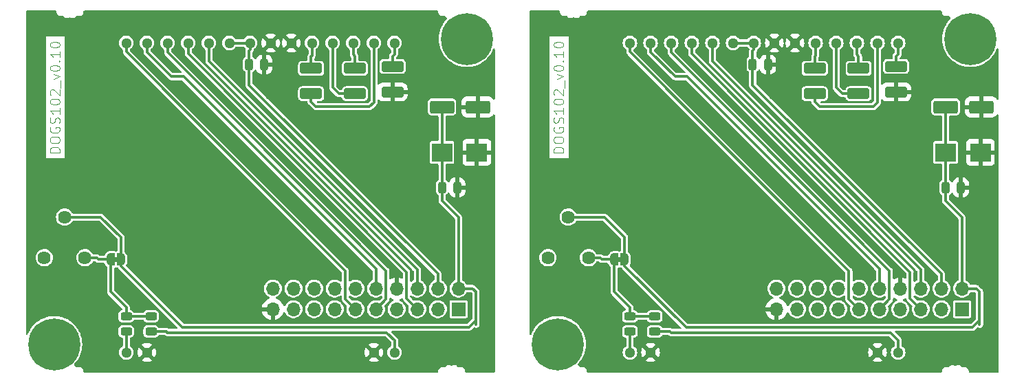
<source format=gtl>
G04 #@! TF.GenerationSoftware,KiCad,Pcbnew,7.0.2-0*
G04 #@! TF.CreationDate,2023-05-23T19:49:29+02:00*
G04 #@! TF.ProjectId,dogs102,646f6773-3130-4322-9e6b-696361645f70,rev?*
G04 #@! TF.SameCoordinates,Original*
G04 #@! TF.FileFunction,Copper,L1,Top*
G04 #@! TF.FilePolarity,Positive*
%FSLAX46Y46*%
G04 Gerber Fmt 4.6, Leading zero omitted, Abs format (unit mm)*
G04 Created by KiCad (PCBNEW 7.0.2-0) date 2023-05-23 19:49:29*
%MOMM*%
%LPD*%
G01*
G04 APERTURE LIST*
G04 Aperture macros list*
%AMRoundRect*
0 Rectangle with rounded corners*
0 $1 Rounding radius*
0 $2 $3 $4 $5 $6 $7 $8 $9 X,Y pos of 4 corners*
0 Add a 4 corners polygon primitive as box body*
4,1,4,$2,$3,$4,$5,$6,$7,$8,$9,$2,$3,0*
0 Add four circle primitives for the rounded corners*
1,1,$1+$1,$2,$3*
1,1,$1+$1,$4,$5*
1,1,$1+$1,$6,$7*
1,1,$1+$1,$8,$9*
0 Add four rect primitives between the rounded corners*
20,1,$1+$1,$2,$3,$4,$5,0*
20,1,$1+$1,$4,$5,$6,$7,0*
20,1,$1+$1,$6,$7,$8,$9,0*
20,1,$1+$1,$8,$9,$2,$3,0*%
%AMFreePoly0*
4,1,19,0.500000,-0.750000,0.000000,-0.750000,0.000000,-0.744911,-0.071157,-0.744911,-0.207708,-0.704816,-0.327430,-0.627875,-0.420627,-0.520320,-0.479746,-0.390866,-0.500000,-0.250000,-0.500000,0.250000,-0.479746,0.390866,-0.420627,0.520320,-0.327430,0.627875,-0.207708,0.704816,-0.071157,0.744911,0.000000,0.744911,0.000000,0.750000,0.500000,0.750000,0.500000,-0.750000,0.500000,-0.750000,
$1*%
%AMFreePoly1*
4,1,19,0.000000,0.744911,0.071157,0.744911,0.207708,0.704816,0.327430,0.627875,0.420627,0.520320,0.479746,0.390866,0.500000,0.250000,0.500000,-0.250000,0.479746,-0.390866,0.420627,-0.520320,0.327430,-0.627875,0.207708,-0.704816,0.071157,-0.744911,0.000000,-0.744911,0.000000,-0.750000,-0.500000,-0.750000,-0.500000,0.750000,0.000000,0.750000,0.000000,0.744911,0.000000,0.744911,
$1*%
G04 Aperture macros list end*
%ADD10C,0.101600*%
G04 #@! TA.AperFunction,NonConductor*
%ADD11C,0.101600*%
G04 #@! TD*
G04 #@! TA.AperFunction,SMDPad,CuDef*
%ADD12RoundRect,0.250000X1.100000X-0.412500X1.100000X0.412500X-1.100000X0.412500X-1.100000X-0.412500X0*%
G04 #@! TD*
G04 #@! TA.AperFunction,ComponentPad*
%ADD13C,0.800000*%
G04 #@! TD*
G04 #@! TA.AperFunction,ComponentPad*
%ADD14C,6.400000*%
G04 #@! TD*
G04 #@! TA.AperFunction,SMDPad,CuDef*
%ADD15RoundRect,0.243750X0.243750X0.456250X-0.243750X0.456250X-0.243750X-0.456250X0.243750X-0.456250X0*%
G04 #@! TD*
G04 #@! TA.AperFunction,SMDPad,CuDef*
%ADD16RoundRect,0.250000X-1.250000X-0.550000X1.250000X-0.550000X1.250000X0.550000X-1.250000X0.550000X0*%
G04 #@! TD*
G04 #@! TA.AperFunction,SMDPad,CuDef*
%ADD17RoundRect,0.243750X-0.243750X-0.456250X0.243750X-0.456250X0.243750X0.456250X-0.243750X0.456250X0*%
G04 #@! TD*
G04 #@! TA.AperFunction,SMDPad,CuDef*
%ADD18R,2.500000X2.300000*%
G04 #@! TD*
G04 #@! TA.AperFunction,SMDPad,CuDef*
%ADD19RoundRect,0.243750X0.456250X-0.243750X0.456250X0.243750X-0.456250X0.243750X-0.456250X-0.243750X0*%
G04 #@! TD*
G04 #@! TA.AperFunction,ComponentPad*
%ADD20C,1.280000*%
G04 #@! TD*
G04 #@! TA.AperFunction,SMDPad,CuDef*
%ADD21FreePoly0,180.000000*%
G04 #@! TD*
G04 #@! TA.AperFunction,SMDPad,CuDef*
%ADD22FreePoly1,180.000000*%
G04 #@! TD*
G04 #@! TA.AperFunction,ComponentPad*
%ADD23C,1.620000*%
G04 #@! TD*
G04 #@! TA.AperFunction,ComponentPad*
%ADD24R,1.700000X1.700000*%
G04 #@! TD*
G04 #@! TA.AperFunction,ComponentPad*
%ADD25O,1.700000X1.700000*%
G04 #@! TD*
G04 #@! TA.AperFunction,Conductor*
%ADD26C,0.350000*%
G04 #@! TD*
G04 APERTURE END LIST*
D10*
D11*
X122373952Y-99846026D02*
X121167452Y-99846026D01*
X121167452Y-99846026D02*
X121167452Y-99558764D01*
X121167452Y-99558764D02*
X121224904Y-99386407D01*
X121224904Y-99386407D02*
X121339809Y-99271502D01*
X121339809Y-99271502D02*
X121454714Y-99214049D01*
X121454714Y-99214049D02*
X121684523Y-99156597D01*
X121684523Y-99156597D02*
X121856880Y-99156597D01*
X121856880Y-99156597D02*
X122086690Y-99214049D01*
X122086690Y-99214049D02*
X122201595Y-99271502D01*
X122201595Y-99271502D02*
X122316500Y-99386407D01*
X122316500Y-99386407D02*
X122373952Y-99558764D01*
X122373952Y-99558764D02*
X122373952Y-99846026D01*
X121167452Y-98409716D02*
X121167452Y-98179907D01*
X121167452Y-98179907D02*
X121224904Y-98065002D01*
X121224904Y-98065002D02*
X121339809Y-97950097D01*
X121339809Y-97950097D02*
X121569619Y-97892645D01*
X121569619Y-97892645D02*
X121971785Y-97892645D01*
X121971785Y-97892645D02*
X122201595Y-97950097D01*
X122201595Y-97950097D02*
X122316500Y-98065002D01*
X122316500Y-98065002D02*
X122373952Y-98179907D01*
X122373952Y-98179907D02*
X122373952Y-98409716D01*
X122373952Y-98409716D02*
X122316500Y-98524621D01*
X122316500Y-98524621D02*
X122201595Y-98639526D01*
X122201595Y-98639526D02*
X121971785Y-98696978D01*
X121971785Y-98696978D02*
X121569619Y-98696978D01*
X121569619Y-98696978D02*
X121339809Y-98639526D01*
X121339809Y-98639526D02*
X121224904Y-98524621D01*
X121224904Y-98524621D02*
X121167452Y-98409716D01*
X121224904Y-96743597D02*
X121167452Y-96858502D01*
X121167452Y-96858502D02*
X121167452Y-97030859D01*
X121167452Y-97030859D02*
X121224904Y-97203216D01*
X121224904Y-97203216D02*
X121339809Y-97318121D01*
X121339809Y-97318121D02*
X121454714Y-97375574D01*
X121454714Y-97375574D02*
X121684523Y-97433026D01*
X121684523Y-97433026D02*
X121856880Y-97433026D01*
X121856880Y-97433026D02*
X122086690Y-97375574D01*
X122086690Y-97375574D02*
X122201595Y-97318121D01*
X122201595Y-97318121D02*
X122316500Y-97203216D01*
X122316500Y-97203216D02*
X122373952Y-97030859D01*
X122373952Y-97030859D02*
X122373952Y-96915955D01*
X122373952Y-96915955D02*
X122316500Y-96743597D01*
X122316500Y-96743597D02*
X122259047Y-96686145D01*
X122259047Y-96686145D02*
X121856880Y-96686145D01*
X121856880Y-96686145D02*
X121856880Y-96915955D01*
X122316500Y-96226526D02*
X122373952Y-96054169D01*
X122373952Y-96054169D02*
X122373952Y-95766907D01*
X122373952Y-95766907D02*
X122316500Y-95652002D01*
X122316500Y-95652002D02*
X122259047Y-95594550D01*
X122259047Y-95594550D02*
X122144142Y-95537097D01*
X122144142Y-95537097D02*
X122029238Y-95537097D01*
X122029238Y-95537097D02*
X121914333Y-95594550D01*
X121914333Y-95594550D02*
X121856880Y-95652002D01*
X121856880Y-95652002D02*
X121799428Y-95766907D01*
X121799428Y-95766907D02*
X121741976Y-95996716D01*
X121741976Y-95996716D02*
X121684523Y-96111621D01*
X121684523Y-96111621D02*
X121627071Y-96169074D01*
X121627071Y-96169074D02*
X121512166Y-96226526D01*
X121512166Y-96226526D02*
X121397261Y-96226526D01*
X121397261Y-96226526D02*
X121282357Y-96169074D01*
X121282357Y-96169074D02*
X121224904Y-96111621D01*
X121224904Y-96111621D02*
X121167452Y-95996716D01*
X121167452Y-95996716D02*
X121167452Y-95709455D01*
X121167452Y-95709455D02*
X121224904Y-95537097D01*
X122373952Y-94388049D02*
X122373952Y-95077478D01*
X122373952Y-94732764D02*
X121167452Y-94732764D01*
X121167452Y-94732764D02*
X121339809Y-94847668D01*
X121339809Y-94847668D02*
X121454714Y-94962573D01*
X121454714Y-94962573D02*
X121512166Y-95077478D01*
X121167452Y-93641168D02*
X121167452Y-93526263D01*
X121167452Y-93526263D02*
X121224904Y-93411359D01*
X121224904Y-93411359D02*
X121282357Y-93353906D01*
X121282357Y-93353906D02*
X121397261Y-93296454D01*
X121397261Y-93296454D02*
X121627071Y-93239001D01*
X121627071Y-93239001D02*
X121914333Y-93239001D01*
X121914333Y-93239001D02*
X122144142Y-93296454D01*
X122144142Y-93296454D02*
X122259047Y-93353906D01*
X122259047Y-93353906D02*
X122316500Y-93411359D01*
X122316500Y-93411359D02*
X122373952Y-93526263D01*
X122373952Y-93526263D02*
X122373952Y-93641168D01*
X122373952Y-93641168D02*
X122316500Y-93756073D01*
X122316500Y-93756073D02*
X122259047Y-93813525D01*
X122259047Y-93813525D02*
X122144142Y-93870978D01*
X122144142Y-93870978D02*
X121914333Y-93928430D01*
X121914333Y-93928430D02*
X121627071Y-93928430D01*
X121627071Y-93928430D02*
X121397261Y-93870978D01*
X121397261Y-93870978D02*
X121282357Y-93813525D01*
X121282357Y-93813525D02*
X121224904Y-93756073D01*
X121224904Y-93756073D02*
X121167452Y-93641168D01*
X121282357Y-92779382D02*
X121224904Y-92721930D01*
X121224904Y-92721930D02*
X121167452Y-92607025D01*
X121167452Y-92607025D02*
X121167452Y-92319763D01*
X121167452Y-92319763D02*
X121224904Y-92204858D01*
X121224904Y-92204858D02*
X121282357Y-92147406D01*
X121282357Y-92147406D02*
X121397261Y-92089953D01*
X121397261Y-92089953D02*
X121512166Y-92089953D01*
X121512166Y-92089953D02*
X121684523Y-92147406D01*
X121684523Y-92147406D02*
X122373952Y-92836834D01*
X122373952Y-92836834D02*
X122373952Y-92089953D01*
X122488857Y-91860144D02*
X122488857Y-90940905D01*
X121569619Y-90768548D02*
X122373952Y-90481286D01*
X122373952Y-90481286D02*
X121569619Y-90194025D01*
X121167452Y-89504596D02*
X121167452Y-89389691D01*
X121167452Y-89389691D02*
X121224904Y-89274787D01*
X121224904Y-89274787D02*
X121282357Y-89217334D01*
X121282357Y-89217334D02*
X121397261Y-89159882D01*
X121397261Y-89159882D02*
X121627071Y-89102429D01*
X121627071Y-89102429D02*
X121914333Y-89102429D01*
X121914333Y-89102429D02*
X122144142Y-89159882D01*
X122144142Y-89159882D02*
X122259047Y-89217334D01*
X122259047Y-89217334D02*
X122316500Y-89274787D01*
X122316500Y-89274787D02*
X122373952Y-89389691D01*
X122373952Y-89389691D02*
X122373952Y-89504596D01*
X122373952Y-89504596D02*
X122316500Y-89619501D01*
X122316500Y-89619501D02*
X122259047Y-89676953D01*
X122259047Y-89676953D02*
X122144142Y-89734406D01*
X122144142Y-89734406D02*
X121914333Y-89791858D01*
X121914333Y-89791858D02*
X121627071Y-89791858D01*
X121627071Y-89791858D02*
X121397261Y-89734406D01*
X121397261Y-89734406D02*
X121282357Y-89676953D01*
X121282357Y-89676953D02*
X121224904Y-89619501D01*
X121224904Y-89619501D02*
X121167452Y-89504596D01*
X122259047Y-88585358D02*
X122316500Y-88527905D01*
X122316500Y-88527905D02*
X122373952Y-88585358D01*
X122373952Y-88585358D02*
X122316500Y-88642810D01*
X122316500Y-88642810D02*
X122259047Y-88585358D01*
X122259047Y-88585358D02*
X122373952Y-88585358D01*
X122373952Y-87378857D02*
X122373952Y-88068286D01*
X122373952Y-87723572D02*
X121167452Y-87723572D01*
X121167452Y-87723572D02*
X121339809Y-87838476D01*
X121339809Y-87838476D02*
X121454714Y-87953381D01*
X121454714Y-87953381D02*
X121512166Y-88068286D01*
X121167452Y-86631976D02*
X121167452Y-86517071D01*
X121167452Y-86517071D02*
X121224904Y-86402167D01*
X121224904Y-86402167D02*
X121282357Y-86344714D01*
X121282357Y-86344714D02*
X121397261Y-86287262D01*
X121397261Y-86287262D02*
X121627071Y-86229809D01*
X121627071Y-86229809D02*
X121914333Y-86229809D01*
X121914333Y-86229809D02*
X122144142Y-86287262D01*
X122144142Y-86287262D02*
X122259047Y-86344714D01*
X122259047Y-86344714D02*
X122316500Y-86402167D01*
X122316500Y-86402167D02*
X122373952Y-86517071D01*
X122373952Y-86517071D02*
X122373952Y-86631976D01*
X122373952Y-86631976D02*
X122316500Y-86746881D01*
X122316500Y-86746881D02*
X122259047Y-86804333D01*
X122259047Y-86804333D02*
X122144142Y-86861786D01*
X122144142Y-86861786D02*
X121914333Y-86919238D01*
X121914333Y-86919238D02*
X121627071Y-86919238D01*
X121627071Y-86919238D02*
X121397261Y-86861786D01*
X121397261Y-86861786D02*
X121282357Y-86804333D01*
X121282357Y-86804333D02*
X121224904Y-86746881D01*
X121224904Y-86746881D02*
X121167452Y-86631976D01*
D10*
D11*
X184373952Y-99846026D02*
X183167452Y-99846026D01*
X183167452Y-99846026D02*
X183167452Y-99558764D01*
X183167452Y-99558764D02*
X183224904Y-99386407D01*
X183224904Y-99386407D02*
X183339809Y-99271502D01*
X183339809Y-99271502D02*
X183454714Y-99214049D01*
X183454714Y-99214049D02*
X183684523Y-99156597D01*
X183684523Y-99156597D02*
X183856880Y-99156597D01*
X183856880Y-99156597D02*
X184086690Y-99214049D01*
X184086690Y-99214049D02*
X184201595Y-99271502D01*
X184201595Y-99271502D02*
X184316500Y-99386407D01*
X184316500Y-99386407D02*
X184373952Y-99558764D01*
X184373952Y-99558764D02*
X184373952Y-99846026D01*
X183167452Y-98409716D02*
X183167452Y-98179907D01*
X183167452Y-98179907D02*
X183224904Y-98065002D01*
X183224904Y-98065002D02*
X183339809Y-97950097D01*
X183339809Y-97950097D02*
X183569619Y-97892645D01*
X183569619Y-97892645D02*
X183971785Y-97892645D01*
X183971785Y-97892645D02*
X184201595Y-97950097D01*
X184201595Y-97950097D02*
X184316500Y-98065002D01*
X184316500Y-98065002D02*
X184373952Y-98179907D01*
X184373952Y-98179907D02*
X184373952Y-98409716D01*
X184373952Y-98409716D02*
X184316500Y-98524621D01*
X184316500Y-98524621D02*
X184201595Y-98639526D01*
X184201595Y-98639526D02*
X183971785Y-98696978D01*
X183971785Y-98696978D02*
X183569619Y-98696978D01*
X183569619Y-98696978D02*
X183339809Y-98639526D01*
X183339809Y-98639526D02*
X183224904Y-98524621D01*
X183224904Y-98524621D02*
X183167452Y-98409716D01*
X183224904Y-96743597D02*
X183167452Y-96858502D01*
X183167452Y-96858502D02*
X183167452Y-97030859D01*
X183167452Y-97030859D02*
X183224904Y-97203216D01*
X183224904Y-97203216D02*
X183339809Y-97318121D01*
X183339809Y-97318121D02*
X183454714Y-97375574D01*
X183454714Y-97375574D02*
X183684523Y-97433026D01*
X183684523Y-97433026D02*
X183856880Y-97433026D01*
X183856880Y-97433026D02*
X184086690Y-97375574D01*
X184086690Y-97375574D02*
X184201595Y-97318121D01*
X184201595Y-97318121D02*
X184316500Y-97203216D01*
X184316500Y-97203216D02*
X184373952Y-97030859D01*
X184373952Y-97030859D02*
X184373952Y-96915955D01*
X184373952Y-96915955D02*
X184316500Y-96743597D01*
X184316500Y-96743597D02*
X184259047Y-96686145D01*
X184259047Y-96686145D02*
X183856880Y-96686145D01*
X183856880Y-96686145D02*
X183856880Y-96915955D01*
X184316500Y-96226526D02*
X184373952Y-96054169D01*
X184373952Y-96054169D02*
X184373952Y-95766907D01*
X184373952Y-95766907D02*
X184316500Y-95652002D01*
X184316500Y-95652002D02*
X184259047Y-95594550D01*
X184259047Y-95594550D02*
X184144142Y-95537097D01*
X184144142Y-95537097D02*
X184029238Y-95537097D01*
X184029238Y-95537097D02*
X183914333Y-95594550D01*
X183914333Y-95594550D02*
X183856880Y-95652002D01*
X183856880Y-95652002D02*
X183799428Y-95766907D01*
X183799428Y-95766907D02*
X183741976Y-95996716D01*
X183741976Y-95996716D02*
X183684523Y-96111621D01*
X183684523Y-96111621D02*
X183627071Y-96169074D01*
X183627071Y-96169074D02*
X183512166Y-96226526D01*
X183512166Y-96226526D02*
X183397261Y-96226526D01*
X183397261Y-96226526D02*
X183282357Y-96169074D01*
X183282357Y-96169074D02*
X183224904Y-96111621D01*
X183224904Y-96111621D02*
X183167452Y-95996716D01*
X183167452Y-95996716D02*
X183167452Y-95709455D01*
X183167452Y-95709455D02*
X183224904Y-95537097D01*
X184373952Y-94388049D02*
X184373952Y-95077478D01*
X184373952Y-94732764D02*
X183167452Y-94732764D01*
X183167452Y-94732764D02*
X183339809Y-94847668D01*
X183339809Y-94847668D02*
X183454714Y-94962573D01*
X183454714Y-94962573D02*
X183512166Y-95077478D01*
X183167452Y-93641168D02*
X183167452Y-93526263D01*
X183167452Y-93526263D02*
X183224904Y-93411359D01*
X183224904Y-93411359D02*
X183282357Y-93353906D01*
X183282357Y-93353906D02*
X183397261Y-93296454D01*
X183397261Y-93296454D02*
X183627071Y-93239001D01*
X183627071Y-93239001D02*
X183914333Y-93239001D01*
X183914333Y-93239001D02*
X184144142Y-93296454D01*
X184144142Y-93296454D02*
X184259047Y-93353906D01*
X184259047Y-93353906D02*
X184316500Y-93411359D01*
X184316500Y-93411359D02*
X184373952Y-93526263D01*
X184373952Y-93526263D02*
X184373952Y-93641168D01*
X184373952Y-93641168D02*
X184316500Y-93756073D01*
X184316500Y-93756073D02*
X184259047Y-93813525D01*
X184259047Y-93813525D02*
X184144142Y-93870978D01*
X184144142Y-93870978D02*
X183914333Y-93928430D01*
X183914333Y-93928430D02*
X183627071Y-93928430D01*
X183627071Y-93928430D02*
X183397261Y-93870978D01*
X183397261Y-93870978D02*
X183282357Y-93813525D01*
X183282357Y-93813525D02*
X183224904Y-93756073D01*
X183224904Y-93756073D02*
X183167452Y-93641168D01*
X183282357Y-92779382D02*
X183224904Y-92721930D01*
X183224904Y-92721930D02*
X183167452Y-92607025D01*
X183167452Y-92607025D02*
X183167452Y-92319763D01*
X183167452Y-92319763D02*
X183224904Y-92204858D01*
X183224904Y-92204858D02*
X183282357Y-92147406D01*
X183282357Y-92147406D02*
X183397261Y-92089953D01*
X183397261Y-92089953D02*
X183512166Y-92089953D01*
X183512166Y-92089953D02*
X183684523Y-92147406D01*
X183684523Y-92147406D02*
X184373952Y-92836834D01*
X184373952Y-92836834D02*
X184373952Y-92089953D01*
X184488857Y-91860144D02*
X184488857Y-90940905D01*
X183569619Y-90768548D02*
X184373952Y-90481286D01*
X184373952Y-90481286D02*
X183569619Y-90194025D01*
X183167452Y-89504596D02*
X183167452Y-89389691D01*
X183167452Y-89389691D02*
X183224904Y-89274787D01*
X183224904Y-89274787D02*
X183282357Y-89217334D01*
X183282357Y-89217334D02*
X183397261Y-89159882D01*
X183397261Y-89159882D02*
X183627071Y-89102429D01*
X183627071Y-89102429D02*
X183914333Y-89102429D01*
X183914333Y-89102429D02*
X184144142Y-89159882D01*
X184144142Y-89159882D02*
X184259047Y-89217334D01*
X184259047Y-89217334D02*
X184316500Y-89274787D01*
X184316500Y-89274787D02*
X184373952Y-89389691D01*
X184373952Y-89389691D02*
X184373952Y-89504596D01*
X184373952Y-89504596D02*
X184316500Y-89619501D01*
X184316500Y-89619501D02*
X184259047Y-89676953D01*
X184259047Y-89676953D02*
X184144142Y-89734406D01*
X184144142Y-89734406D02*
X183914333Y-89791858D01*
X183914333Y-89791858D02*
X183627071Y-89791858D01*
X183627071Y-89791858D02*
X183397261Y-89734406D01*
X183397261Y-89734406D02*
X183282357Y-89676953D01*
X183282357Y-89676953D02*
X183224904Y-89619501D01*
X183224904Y-89619501D02*
X183167452Y-89504596D01*
X184259047Y-88585358D02*
X184316500Y-88527905D01*
X184316500Y-88527905D02*
X184373952Y-88585358D01*
X184373952Y-88585358D02*
X184316500Y-88642810D01*
X184316500Y-88642810D02*
X184259047Y-88585358D01*
X184259047Y-88585358D02*
X184373952Y-88585358D01*
X184373952Y-87378857D02*
X184373952Y-88068286D01*
X184373952Y-87723572D02*
X183167452Y-87723572D01*
X183167452Y-87723572D02*
X183339809Y-87838476D01*
X183339809Y-87838476D02*
X183454714Y-87953381D01*
X183454714Y-87953381D02*
X183512166Y-88068286D01*
X183167452Y-86631976D02*
X183167452Y-86517071D01*
X183167452Y-86517071D02*
X183224904Y-86402167D01*
X183224904Y-86402167D02*
X183282357Y-86344714D01*
X183282357Y-86344714D02*
X183397261Y-86287262D01*
X183397261Y-86287262D02*
X183627071Y-86229809D01*
X183627071Y-86229809D02*
X183914333Y-86229809D01*
X183914333Y-86229809D02*
X184144142Y-86287262D01*
X184144142Y-86287262D02*
X184259047Y-86344714D01*
X184259047Y-86344714D02*
X184316500Y-86402167D01*
X184316500Y-86402167D02*
X184373952Y-86517071D01*
X184373952Y-86517071D02*
X184373952Y-86631976D01*
X184373952Y-86631976D02*
X184316500Y-86746881D01*
X184316500Y-86746881D02*
X184259047Y-86804333D01*
X184259047Y-86804333D02*
X184144142Y-86861786D01*
X184144142Y-86861786D02*
X183914333Y-86919238D01*
X183914333Y-86919238D02*
X183627071Y-86919238D01*
X183627071Y-86919238D02*
X183397261Y-86861786D01*
X183397261Y-86861786D02*
X183282357Y-86804333D01*
X183282357Y-86804333D02*
X183224904Y-86746881D01*
X183224904Y-86746881D02*
X183167452Y-86631976D01*
G04 #@! TA.AperFunction,EtchedComponent*
G36*
X129510000Y-113300000D02*
G01*
X129010000Y-113300000D01*
X129010000Y-112700000D01*
X129510000Y-112700000D01*
X129510000Y-113300000D01*
G37*
G04 #@! TD.AperFunction*
G04 #@! TA.AperFunction,EtchedComponent*
G36*
X191510000Y-113300000D02*
G01*
X191010000Y-113300000D01*
X191010000Y-112700000D01*
X191510000Y-112700000D01*
X191510000Y-113300000D01*
G37*
G04 #@! TD.AperFunction*
D12*
X158710000Y-92600000D03*
X158710000Y-89475000D03*
X163322000Y-92370500D03*
X163322000Y-89245500D03*
X153310000Y-92600000D03*
X153310000Y-89475000D03*
D13*
X119266000Y-123444000D03*
X119968944Y-121746944D03*
X119968944Y-125141056D03*
X121666000Y-121044000D03*
D14*
X121666000Y-123444000D03*
D13*
X121666000Y-125844000D03*
X123363056Y-121746944D03*
X123363056Y-125141056D03*
X124066000Y-123444000D03*
X170066000Y-85852000D03*
X170768944Y-84154944D03*
X170768944Y-87549056D03*
X172466000Y-83452000D03*
D14*
X172466000Y-85852000D03*
D13*
X172466000Y-88252000D03*
X174163056Y-84154944D03*
X174163056Y-87549056D03*
X174866000Y-85852000D03*
D15*
X147547500Y-89000000D03*
X145672500Y-89000000D03*
D16*
X169418000Y-94234000D03*
X173818000Y-94234000D03*
D17*
X169418000Y-104140000D03*
X171293000Y-104140000D03*
D18*
X169418000Y-99822000D03*
X173718000Y-99822000D03*
D19*
X130556000Y-121875000D03*
X130556000Y-120000000D03*
X133610000Y-121875000D03*
X133610000Y-120000000D03*
D20*
X130556000Y-124460000D03*
X133096000Y-124460000D03*
X161036000Y-124460000D03*
X163576000Y-124460000D03*
X163576000Y-86360000D03*
X161036000Y-86360000D03*
X158496000Y-86360000D03*
X155956000Y-86360000D03*
X153416000Y-86360000D03*
X150876000Y-86360000D03*
X148336000Y-86360000D03*
X145796000Y-86360000D03*
X143256000Y-86360000D03*
X140716000Y-86360000D03*
X138176000Y-86360000D03*
X135636000Y-86360000D03*
X133096000Y-86360000D03*
X130556000Y-86360000D03*
D21*
X129910000Y-113000000D03*
D22*
X128610000Y-113000000D03*
D23*
X125460000Y-112800000D03*
X122960000Y-107800000D03*
X120460000Y-112800000D03*
D21*
X191910000Y-113000000D03*
D22*
X190610000Y-113000000D03*
D17*
X231418000Y-104140000D03*
X233293000Y-104140000D03*
D19*
X195610000Y-121875000D03*
X195610000Y-120000000D03*
D15*
X209547500Y-89000000D03*
X207672500Y-89000000D03*
D12*
X215310000Y-92600000D03*
X215310000Y-89475000D03*
D16*
X231418000Y-94234000D03*
X235818000Y-94234000D03*
D19*
X192556000Y-121875000D03*
X192556000Y-120000000D03*
D12*
X225322000Y-92370500D03*
X225322000Y-89245500D03*
D23*
X187460000Y-112800000D03*
X184960000Y-107800000D03*
X182460000Y-112800000D03*
D13*
X232066000Y-85852000D03*
X232768944Y-84154944D03*
X232768944Y-87549056D03*
X234466000Y-83452000D03*
D14*
X234466000Y-85852000D03*
D13*
X234466000Y-88252000D03*
X236163056Y-84154944D03*
X236163056Y-87549056D03*
X236866000Y-85852000D03*
D18*
X231418000Y-99822000D03*
X235718000Y-99822000D03*
D20*
X192556000Y-124460000D03*
X195096000Y-124460000D03*
X223036000Y-124460000D03*
X225576000Y-124460000D03*
X225576000Y-86360000D03*
X223036000Y-86360000D03*
X220496000Y-86360000D03*
X217956000Y-86360000D03*
X215416000Y-86360000D03*
X212876000Y-86360000D03*
X210336000Y-86360000D03*
X207796000Y-86360000D03*
X205256000Y-86360000D03*
X202716000Y-86360000D03*
X200176000Y-86360000D03*
X197636000Y-86360000D03*
X195096000Y-86360000D03*
X192556000Y-86360000D03*
D12*
X220710000Y-92600000D03*
X220710000Y-89475000D03*
D13*
X181266000Y-123444000D03*
X181968944Y-121746944D03*
X181968944Y-125141056D03*
X183666000Y-121044000D03*
D14*
X183666000Y-123444000D03*
D13*
X183666000Y-125844000D03*
X185363056Y-121746944D03*
X185363056Y-125141056D03*
X186066000Y-123444000D03*
D24*
X171450000Y-119126000D03*
D25*
X171450000Y-116586000D03*
X168910000Y-119126000D03*
X168910000Y-116586000D03*
X166370000Y-119126000D03*
X166370000Y-116586000D03*
X163830000Y-119126000D03*
X163830000Y-116586000D03*
X161290000Y-119126000D03*
X161290000Y-116586000D03*
X158750000Y-119126000D03*
X158750000Y-116586000D03*
X156210000Y-119126000D03*
X156210000Y-116586000D03*
X153670000Y-119126000D03*
X153670000Y-116586000D03*
X151130000Y-119126000D03*
X151130000Y-116586000D03*
X148590000Y-119126000D03*
X148590000Y-116586000D03*
D24*
X233450000Y-119126000D03*
D25*
X233450000Y-116586000D03*
X230910000Y-119126000D03*
X230910000Y-116586000D03*
X228370000Y-119126000D03*
X228370000Y-116586000D03*
X225830000Y-119126000D03*
X225830000Y-116586000D03*
X223290000Y-119126000D03*
X223290000Y-116586000D03*
X220750000Y-119126000D03*
X220750000Y-116586000D03*
X218210000Y-119126000D03*
X218210000Y-116586000D03*
X215670000Y-119126000D03*
X215670000Y-116586000D03*
X213130000Y-119126000D03*
X213130000Y-116586000D03*
X210590000Y-119126000D03*
X210590000Y-116586000D03*
D26*
X207672500Y-89000000D02*
X207672500Y-91562500D01*
X207672500Y-87312500D02*
X207796000Y-87189000D01*
X230910000Y-114800000D02*
X230910000Y-116586000D01*
X207672500Y-89000000D02*
X207672500Y-87312500D01*
X145672500Y-87312500D02*
X145796000Y-87189000D01*
X207672500Y-91562500D02*
X230910000Y-114800000D01*
X168910000Y-114800000D02*
X168910000Y-116586000D01*
X145672500Y-89000000D02*
X145672500Y-87312500D01*
X205256000Y-86360000D02*
X207796000Y-86360000D01*
X145672500Y-89000000D02*
X145672500Y-91562500D01*
X145796000Y-87189000D02*
X145796000Y-86360000D01*
X143256000Y-86360000D02*
X145796000Y-86360000D01*
X207796000Y-87189000D02*
X207796000Y-86360000D01*
X145672500Y-91562500D02*
X168910000Y-114800000D01*
X153416000Y-86360000D02*
X153416000Y-87894000D01*
X215416000Y-86360000D02*
X215416000Y-87894000D01*
X153416000Y-87894000D02*
X153310000Y-88000000D01*
X215416000Y-87894000D02*
X215310000Y-88000000D01*
X153310000Y-89475000D02*
X153310000Y-88000000D01*
X215310000Y-89475000D02*
X215310000Y-88000000D01*
X155956000Y-91846000D02*
X156710000Y-92600000D01*
X217956000Y-91846000D02*
X218710000Y-92600000D01*
X156710000Y-92600000D02*
X158710000Y-92600000D01*
X217956000Y-86360000D02*
X217956000Y-91846000D01*
X218710000Y-92600000D02*
X220710000Y-92600000D01*
X155956000Y-86360000D02*
X155956000Y-91846000D01*
X220496000Y-86360000D02*
X220496000Y-87786000D01*
X158496000Y-87786000D02*
X158710000Y-88000000D01*
X158496000Y-86360000D02*
X158496000Y-87786000D01*
X158710000Y-88000000D02*
X158710000Y-89475000D01*
X220710000Y-88000000D02*
X220710000Y-89475000D01*
X220496000Y-87786000D02*
X220710000Y-88000000D01*
X163322000Y-89245500D02*
X163322000Y-87988000D01*
X225576000Y-87734000D02*
X225576000Y-86360000D01*
X163322000Y-87988000D02*
X163576000Y-87734000D01*
X163576000Y-87734000D02*
X163576000Y-86360000D01*
X225322000Y-89245500D02*
X225322000Y-87988000D01*
X225322000Y-87988000D02*
X225576000Y-87734000D01*
X160510000Y-94200000D02*
X153910000Y-94200000D01*
X161036000Y-86360000D02*
X161036000Y-93674000D01*
X222510000Y-94200000D02*
X215910000Y-94200000D01*
X223036000Y-93674000D02*
X222510000Y-94200000D01*
X215310000Y-93600000D02*
X215310000Y-92600000D01*
X215910000Y-94200000D02*
X215310000Y-93600000D01*
X153310000Y-93600000D02*
X153310000Y-92600000D01*
X153910000Y-94200000D02*
X153310000Y-93600000D01*
X223036000Y-86360000D02*
X223036000Y-93674000D01*
X161036000Y-93674000D02*
X160510000Y-94200000D01*
X202716000Y-86360000D02*
X202716000Y-88606000D01*
X140716000Y-88606000D02*
X166370000Y-114260000D01*
X166370000Y-114260000D02*
X166370000Y-116586000D01*
X140716000Y-86360000D02*
X140716000Y-88606000D01*
X202716000Y-88606000D02*
X228370000Y-114260000D01*
X228370000Y-114260000D02*
X228370000Y-116586000D01*
X227055001Y-114554999D02*
X200176000Y-87675998D01*
X166370000Y-119126000D02*
X165055001Y-117811001D01*
X200176000Y-87675998D02*
X200176000Y-86360000D01*
X227055001Y-117811001D02*
X227055001Y-114554999D01*
X165055001Y-117811001D02*
X165055001Y-114554999D01*
X138176000Y-87675998D02*
X138176000Y-86360000D01*
X228370000Y-119126000D02*
X227055001Y-117811001D01*
X165055001Y-114554999D02*
X138176000Y-87675998D01*
X163576000Y-122966000D02*
X163576000Y-124460000D01*
X135485000Y-121875000D02*
X135610000Y-122000000D01*
X197485000Y-121875000D02*
X197610000Y-122000000D01*
X133610000Y-121875000D02*
X135485000Y-121875000D01*
X225576000Y-122966000D02*
X225576000Y-124460000D01*
X224610000Y-122000000D02*
X225576000Y-122966000D01*
X195610000Y-121875000D02*
X197485000Y-121875000D01*
X135610000Y-122000000D02*
X162610000Y-122000000D01*
X197610000Y-122000000D02*
X224610000Y-122000000D01*
X162610000Y-122000000D02*
X163576000Y-122966000D01*
X192556000Y-122017000D02*
X192556000Y-124460000D01*
X130556000Y-122017000D02*
X130556000Y-124460000D01*
X137462990Y-121352990D02*
X172757010Y-121352990D01*
X199462990Y-121352990D02*
X234757010Y-121352990D01*
X171450000Y-116586000D02*
X171450000Y-107840000D01*
X235610000Y-117000000D02*
X235610000Y-120500000D01*
X189410000Y-107800000D02*
X191910000Y-110300000D01*
X191910000Y-113800000D02*
X199462990Y-121352990D01*
X233450000Y-107840000D02*
X231418000Y-105808000D01*
X231418000Y-105808000D02*
X231418000Y-104140000D01*
X169418000Y-99822000D02*
X169418000Y-104140000D01*
X129910000Y-110300000D02*
X129910000Y-113000000D01*
X129910000Y-113800000D02*
X137462990Y-121352990D01*
X127410000Y-107800000D02*
X129910000Y-110300000D01*
X172757010Y-121352990D02*
X173610000Y-120500000D01*
X171450000Y-107840000D02*
X169418000Y-105808000D01*
X233450000Y-116586000D02*
X233450000Y-107840000D01*
X169418000Y-94234000D02*
X169418000Y-99822000D01*
X184960000Y-107800000D02*
X189410000Y-107800000D01*
X191910000Y-110300000D02*
X191910000Y-113000000D01*
X129910000Y-113000000D02*
X129910000Y-113800000D01*
X191910000Y-113000000D02*
X191910000Y-113800000D01*
X173610000Y-120500000D02*
X173610000Y-121000000D01*
X231418000Y-99822000D02*
X231418000Y-104140000D01*
X234757010Y-121352990D02*
X235610000Y-120500000D01*
X231418000Y-94234000D02*
X231418000Y-99822000D01*
X235610000Y-120500000D02*
X235610000Y-121000000D01*
X122960000Y-107800000D02*
X127410000Y-107800000D01*
X169418000Y-105808000D02*
X169418000Y-104140000D01*
X235196000Y-116586000D02*
X235610000Y-117000000D01*
X173196000Y-116586000D02*
X173610000Y-117000000D01*
X233450000Y-116586000D02*
X235196000Y-116586000D01*
X171450000Y-116586000D02*
X173196000Y-116586000D01*
X173610000Y-117000000D02*
X173610000Y-120500000D01*
X157524999Y-117900999D02*
X157524999Y-114414999D01*
X220750000Y-119126000D02*
X219524999Y-117900999D01*
X192556000Y-87446000D02*
X192556000Y-86360000D01*
X158750000Y-119126000D02*
X157524999Y-117900999D01*
X219524999Y-114414999D02*
X192556000Y-87446000D01*
X219524999Y-117900999D02*
X219524999Y-114414999D01*
X130556000Y-87446000D02*
X130556000Y-86360000D01*
X157524999Y-114414999D02*
X130556000Y-87446000D01*
X199610000Y-90500000D02*
X198110000Y-90500000D01*
X161290000Y-116586000D02*
X161290000Y-114180000D01*
X223290000Y-114180000D02*
X199610000Y-90500000D01*
X198110000Y-90500000D02*
X195096000Y-87486000D01*
X195096000Y-87486000D02*
X195096000Y-86360000D01*
X223290000Y-116586000D02*
X223290000Y-114180000D01*
X136110000Y-90500000D02*
X133096000Y-87486000D01*
X137610000Y-90500000D02*
X136110000Y-90500000D01*
X161290000Y-114180000D02*
X137610000Y-90500000D01*
X133096000Y-87486000D02*
X133096000Y-86360000D01*
X144610000Y-96500000D02*
X162515001Y-114405001D01*
X135636000Y-86360000D02*
X135636000Y-87526000D01*
X206610000Y-96500000D02*
X224515001Y-114405001D01*
X161290000Y-119126000D02*
X162515001Y-117900999D01*
X162515001Y-117900999D02*
X162515001Y-114405001D01*
X197636000Y-86360000D02*
X197636000Y-87526000D01*
X224515001Y-117900999D02*
X224515001Y-114405001D01*
X223290000Y-119126000D02*
X224515001Y-117900999D01*
X197636000Y-87526000D02*
X206610000Y-96500000D01*
X135636000Y-87526000D02*
X144610000Y-96500000D01*
X125460000Y-112800000D02*
X126910000Y-112800000D01*
X188910000Y-112800000D02*
X189110000Y-113000000D01*
X192556000Y-118946000D02*
X192556000Y-120142000D01*
X130556000Y-120000000D02*
X133610000Y-120000000D01*
X126910000Y-112800000D02*
X127110000Y-113000000D01*
X187460000Y-112800000D02*
X188910000Y-112800000D01*
X127110000Y-113000000D02*
X128610000Y-113000000D01*
X192556000Y-120000000D02*
X195610000Y-120000000D01*
X189110000Y-113000000D02*
X190610000Y-113000000D01*
X190610000Y-117000000D02*
X192556000Y-118946000D01*
X130556000Y-118946000D02*
X130556000Y-120142000D01*
X190610000Y-113000000D02*
X190610000Y-117000000D01*
X128610000Y-113000000D02*
X128610000Y-117000000D01*
X128610000Y-117000000D02*
X130556000Y-118946000D01*
G04 #@! TA.AperFunction,Conductor*
G36*
X183901621Y-82395502D02*
G01*
X183948114Y-82449158D01*
X183959500Y-82501500D01*
X183959500Y-82621961D01*
X184000047Y-82760053D01*
X184077855Y-82881126D01*
X184077856Y-82881127D01*
X184077857Y-82881128D01*
X184186627Y-82975377D01*
X184251623Y-83005060D01*
X184317543Y-83035165D01*
X184424198Y-83050500D01*
X184424201Y-83050500D01*
X184495802Y-83050500D01*
X184549127Y-83042832D01*
X184602457Y-83035165D01*
X184668377Y-83005059D01*
X184738649Y-82994955D01*
X184803230Y-83024448D01*
X184826717Y-83051553D01*
X184877855Y-83131126D01*
X184877856Y-83131127D01*
X184877857Y-83131128D01*
X184986627Y-83225377D01*
X185117543Y-83285165D01*
X185224198Y-83300500D01*
X185224201Y-83300500D01*
X185295802Y-83300500D01*
X185359793Y-83291298D01*
X185402457Y-83285165D01*
X185533373Y-83225377D01*
X185533372Y-83225377D01*
X185549853Y-83217851D01*
X185550764Y-83219847D01*
X185592060Y-83200985D01*
X185662335Y-83211084D01*
X185679538Y-83222139D01*
X185686625Y-83225375D01*
X185686627Y-83225377D01*
X185817543Y-83285165D01*
X185844207Y-83288998D01*
X185924198Y-83300500D01*
X185924201Y-83300500D01*
X185995802Y-83300500D01*
X186075792Y-83288998D01*
X186102457Y-83285165D01*
X186233373Y-83225377D01*
X186342143Y-83131128D01*
X186393284Y-83051549D01*
X186446936Y-83005060D01*
X186517210Y-82994955D01*
X186551623Y-83005060D01*
X186617543Y-83035165D01*
X186724198Y-83050500D01*
X186724201Y-83050500D01*
X186795802Y-83050500D01*
X186875792Y-83038998D01*
X186902457Y-83035165D01*
X187033373Y-82975377D01*
X187142143Y-82881128D01*
X187219953Y-82760053D01*
X187260500Y-82621961D01*
X187260500Y-82501500D01*
X187280502Y-82433379D01*
X187334158Y-82386886D01*
X187386500Y-82375500D01*
X230833500Y-82375500D01*
X230901621Y-82395502D01*
X230948114Y-82449158D01*
X230959500Y-82501500D01*
X230959500Y-82621961D01*
X231000047Y-82760053D01*
X231077855Y-82881126D01*
X231077856Y-82881127D01*
X231077857Y-82881128D01*
X231186627Y-82975377D01*
X231251623Y-83005060D01*
X231317543Y-83035165D01*
X231424198Y-83050500D01*
X231424201Y-83050500D01*
X231495802Y-83050500D01*
X231549128Y-83042832D01*
X231602457Y-83035165D01*
X231668377Y-83005059D01*
X231738649Y-82994955D01*
X231803230Y-83024448D01*
X231826717Y-83051553D01*
X231877855Y-83131126D01*
X231877856Y-83131127D01*
X231877857Y-83131128D01*
X231980245Y-83219847D01*
X232000318Y-83237240D01*
X231997186Y-83240853D01*
X232024853Y-83264832D01*
X232044848Y-83332954D01*
X232024839Y-83401073D01*
X232005499Y-83424415D01*
X231956841Y-83470506D01*
X231956826Y-83470521D01*
X231954365Y-83472853D01*
X231952168Y-83475439D01*
X231952159Y-83475449D01*
X231714070Y-83755749D01*
X231714065Y-83755755D01*
X231711857Y-83758355D01*
X231709946Y-83761172D01*
X231709941Y-83761180D01*
X231503550Y-84065583D01*
X231503542Y-84065596D01*
X231501639Y-84068403D01*
X231500052Y-84071396D01*
X231500042Y-84071413D01*
X231327770Y-84396354D01*
X231327761Y-84396372D01*
X231326176Y-84399363D01*
X231324917Y-84402523D01*
X231324914Y-84402530D01*
X231188786Y-84744183D01*
X231188780Y-84744199D01*
X231187524Y-84747353D01*
X231186614Y-84750628D01*
X231186611Y-84750639D01*
X231088223Y-85104999D01*
X231088219Y-85105013D01*
X231087309Y-85108294D01*
X231086759Y-85111648D01*
X231086755Y-85111667D01*
X231027259Y-85474576D01*
X231027257Y-85474590D01*
X231026706Y-85477954D01*
X231026521Y-85481361D01*
X231026520Y-85481373D01*
X231021545Y-85573143D01*
X231006426Y-85852000D01*
X231006611Y-85855412D01*
X231026520Y-86222626D01*
X231026521Y-86222636D01*
X231026706Y-86226046D01*
X231027257Y-86229411D01*
X231027259Y-86229423D01*
X231086755Y-86592332D01*
X231086758Y-86592347D01*
X231087309Y-86595706D01*
X231088220Y-86598989D01*
X231088223Y-86599000D01*
X231168650Y-86888670D01*
X231187524Y-86956647D01*
X231188782Y-86959805D01*
X231188786Y-86959816D01*
X231264440Y-87149692D01*
X231326176Y-87304637D01*
X231327764Y-87307634D01*
X231327770Y-87307645D01*
X231500042Y-87632586D01*
X231500047Y-87632595D01*
X231501639Y-87635597D01*
X231503547Y-87638411D01*
X231503550Y-87638416D01*
X231626298Y-87819455D01*
X231711857Y-87945645D01*
X231954365Y-88231147D01*
X231956834Y-88233486D01*
X231956840Y-88233492D01*
X232171417Y-88436750D01*
X232226319Y-88488756D01*
X232524532Y-88715451D01*
X232845506Y-88908575D01*
X233185480Y-89065864D01*
X233540466Y-89185473D01*
X233543797Y-89186206D01*
X233543800Y-89186207D01*
X233613162Y-89201474D01*
X233906303Y-89265999D01*
X234278702Y-89306500D01*
X234282117Y-89306500D01*
X234649883Y-89306500D01*
X234653298Y-89306500D01*
X235025697Y-89265999D01*
X235391534Y-89185473D01*
X235746520Y-89065864D01*
X236086494Y-88908575D01*
X236407468Y-88715451D01*
X236705681Y-88488756D01*
X236977635Y-88231147D01*
X237220143Y-87945645D01*
X237430361Y-87635597D01*
X237605824Y-87304637D01*
X237691449Y-87089733D01*
X237735244Y-87033855D01*
X237802298Y-87010524D01*
X237871321Y-87027148D01*
X237920398Y-87078451D01*
X237934500Y-87136371D01*
X237934500Y-93200649D01*
X237914498Y-93268770D01*
X237860842Y-93315263D01*
X237790568Y-93325367D01*
X237725988Y-93295873D01*
X237701259Y-93266796D01*
X237666632Y-93210657D01*
X237541342Y-93085367D01*
X237390522Y-92992340D01*
X237222327Y-92936606D01*
X237121692Y-92926325D01*
X237115303Y-92926000D01*
X236072000Y-92926000D01*
X236072000Y-95542000D01*
X237115303Y-95542000D01*
X237121692Y-95541674D01*
X237222327Y-95531393D01*
X237390522Y-95475659D01*
X237541342Y-95382632D01*
X237666633Y-95257341D01*
X237701259Y-95201204D01*
X237754044Y-95153725D01*
X237824119Y-95142322D01*
X237889235Y-95170614D01*
X237928718Y-95229619D01*
X237934500Y-95267350D01*
X237934500Y-126798500D01*
X237914498Y-126866621D01*
X237860842Y-126913114D01*
X237808500Y-126924500D01*
X234386500Y-126924500D01*
X234318379Y-126904498D01*
X234271886Y-126850842D01*
X234260500Y-126798500D01*
X234260500Y-126678038D01*
X234248594Y-126637490D01*
X234219953Y-126539947D01*
X234142143Y-126418872D01*
X234033373Y-126324623D01*
X233995772Y-126307451D01*
X233902456Y-126264834D01*
X233795802Y-126249500D01*
X233795799Y-126249500D01*
X233724201Y-126249500D01*
X233724198Y-126249500D01*
X233617544Y-126264834D01*
X233551622Y-126294940D01*
X233481348Y-126305043D01*
X233416767Y-126275550D01*
X233393282Y-126248446D01*
X233342144Y-126168873D01*
X233342143Y-126168872D01*
X233233373Y-126074623D01*
X233186582Y-126053254D01*
X233102456Y-126014834D01*
X232995802Y-125999500D01*
X232995799Y-125999500D01*
X232924201Y-125999500D01*
X232924198Y-125999500D01*
X232817543Y-126014834D01*
X232670149Y-126082148D01*
X232669237Y-126080152D01*
X232627923Y-126099017D01*
X232557650Y-126088908D01*
X232540456Y-126077857D01*
X232402455Y-126014834D01*
X232295802Y-125999500D01*
X232295799Y-125999500D01*
X232224201Y-125999500D01*
X232224198Y-125999500D01*
X232117543Y-126014834D01*
X231986628Y-126074622D01*
X231877856Y-126168872D01*
X231826717Y-126248447D01*
X231773061Y-126294940D01*
X231702787Y-126305043D01*
X231668377Y-126294940D01*
X231602455Y-126264834D01*
X231495802Y-126249500D01*
X231495799Y-126249500D01*
X231424201Y-126249500D01*
X231424198Y-126249500D01*
X231317543Y-126264834D01*
X231186628Y-126324622D01*
X231077855Y-126418873D01*
X231000047Y-126539946D01*
X230959500Y-126678038D01*
X230959500Y-126798500D01*
X230939498Y-126866621D01*
X230885842Y-126913114D01*
X230833500Y-126924500D01*
X187386500Y-126924500D01*
X187318379Y-126904498D01*
X187271886Y-126850842D01*
X187260500Y-126798500D01*
X187260500Y-126678038D01*
X187248594Y-126637490D01*
X187219953Y-126539947D01*
X187142143Y-126418872D01*
X187033373Y-126324623D01*
X186995772Y-126307451D01*
X186902456Y-126264834D01*
X186795802Y-126249500D01*
X186795799Y-126249500D01*
X186724201Y-126249500D01*
X186724198Y-126249500D01*
X186617544Y-126264834D01*
X186551622Y-126294940D01*
X186481348Y-126305043D01*
X186416767Y-126275550D01*
X186393282Y-126248446D01*
X186342144Y-126168873D01*
X186233372Y-126074622D01*
X186186583Y-126053254D01*
X186132928Y-126006760D01*
X186112927Y-125938639D01*
X186132930Y-125870519D01*
X186152269Y-125847174D01*
X186177635Y-125823147D01*
X186420143Y-125537645D01*
X186630361Y-125227597D01*
X186805824Y-124896637D01*
X186944476Y-124548647D01*
X187044691Y-124187706D01*
X187105294Y-123818046D01*
X187125574Y-123444000D01*
X187105294Y-123069954D01*
X187044691Y-122700294D01*
X186944476Y-122339353D01*
X186874233Y-122163056D01*
X191601500Y-122163056D01*
X191601501Y-122166408D01*
X191601860Y-122169751D01*
X191601861Y-122169762D01*
X191607879Y-122225748D01*
X191657949Y-122359991D01*
X191743810Y-122474689D01*
X191829671Y-122538963D01*
X191858509Y-122560551D01*
X191992750Y-122610620D01*
X192013970Y-122612901D01*
X192079561Y-122640070D01*
X192120052Y-122698388D01*
X192126500Y-122738179D01*
X192126500Y-123602187D01*
X192106498Y-123670308D01*
X192074561Y-123704123D01*
X191954166Y-123791594D01*
X191828346Y-123931331D01*
X191734332Y-124094169D01*
X191676228Y-124272997D01*
X191656573Y-124459999D01*
X191676228Y-124647002D01*
X191734332Y-124825830D01*
X191828346Y-124988668D01*
X191828348Y-124988670D01*
X191954166Y-125128405D01*
X192106286Y-125238927D01*
X192278062Y-125315406D01*
X192461984Y-125354500D01*
X192461986Y-125354500D01*
X192650014Y-125354500D01*
X192650016Y-125354500D01*
X192833938Y-125315406D01*
X193005714Y-125238927D01*
X193157834Y-125128405D01*
X193283652Y-124988670D01*
X193377667Y-124825830D01*
X193435772Y-124647001D01*
X193455427Y-124460000D01*
X193455427Y-124459999D01*
X193943081Y-124459999D01*
X193962712Y-124671846D01*
X194020934Y-124876478D01*
X194115769Y-125066932D01*
X194121830Y-125074958D01*
X194706013Y-124490774D01*
X194720465Y-124582019D01*
X194776551Y-124692093D01*
X194863907Y-124779449D01*
X194973981Y-124835535D01*
X195065223Y-124849986D01*
X194483939Y-125431269D01*
X194582101Y-125492050D01*
X194780488Y-125568905D01*
X194989624Y-125608000D01*
X195202376Y-125608000D01*
X195411511Y-125568905D01*
X195609902Y-125492048D01*
X195708059Y-125431270D01*
X195126776Y-124849986D01*
X195218019Y-124835535D01*
X195328093Y-124779449D01*
X195415449Y-124692093D01*
X195471535Y-124582019D01*
X195485986Y-124490777D01*
X196070168Y-125074959D01*
X196070168Y-125074958D01*
X196076229Y-125066934D01*
X196171065Y-124876478D01*
X196229287Y-124671846D01*
X196248918Y-124459999D01*
X221883081Y-124459999D01*
X221902712Y-124671846D01*
X221960934Y-124876478D01*
X222055769Y-125066932D01*
X222061830Y-125074958D01*
X222646013Y-124490774D01*
X222660465Y-124582019D01*
X222716551Y-124692093D01*
X222803907Y-124779449D01*
X222913981Y-124835535D01*
X223005223Y-124849986D01*
X222423939Y-125431269D01*
X222522101Y-125492050D01*
X222720488Y-125568905D01*
X222929624Y-125608000D01*
X223142376Y-125608000D01*
X223351511Y-125568905D01*
X223549902Y-125492048D01*
X223648059Y-125431270D01*
X223066776Y-124849986D01*
X223158019Y-124835535D01*
X223268093Y-124779449D01*
X223355449Y-124692093D01*
X223411535Y-124582019D01*
X223425986Y-124490776D01*
X224010168Y-125074959D01*
X224010168Y-125074958D01*
X224016229Y-125066934D01*
X224111065Y-124876478D01*
X224169287Y-124671846D01*
X224188918Y-124460000D01*
X224169287Y-124248153D01*
X224111065Y-124043520D01*
X224016230Y-123853066D01*
X224010169Y-123845040D01*
X224010168Y-123845040D01*
X223425986Y-124429222D01*
X223411535Y-124337981D01*
X223355449Y-124227907D01*
X223268093Y-124140551D01*
X223158019Y-124084465D01*
X223066776Y-124070013D01*
X223648060Y-123488728D01*
X223549901Y-123427950D01*
X223351511Y-123351094D01*
X223142376Y-123312000D01*
X222929624Y-123312000D01*
X222720488Y-123351094D01*
X222522098Y-123427950D01*
X222423938Y-123488729D01*
X223005222Y-124070013D01*
X222913981Y-124084465D01*
X222803907Y-124140551D01*
X222716551Y-124227907D01*
X222660465Y-124337981D01*
X222646013Y-124429223D01*
X222061829Y-123845040D01*
X222055771Y-123853063D01*
X221960934Y-124043521D01*
X221902712Y-124248153D01*
X221883081Y-124459999D01*
X196248918Y-124459999D01*
X196229287Y-124248153D01*
X196171065Y-124043520D01*
X196076230Y-123853066D01*
X196070169Y-123845040D01*
X196070168Y-123845040D01*
X195485986Y-124429222D01*
X195471535Y-124337981D01*
X195415449Y-124227907D01*
X195328093Y-124140551D01*
X195218019Y-124084465D01*
X195126776Y-124070013D01*
X195708060Y-123488728D01*
X195609901Y-123427950D01*
X195411511Y-123351094D01*
X195202376Y-123312000D01*
X194989624Y-123312000D01*
X194780488Y-123351094D01*
X194582098Y-123427950D01*
X194483938Y-123488729D01*
X195065222Y-124070013D01*
X194973981Y-124084465D01*
X194863907Y-124140551D01*
X194776551Y-124227907D01*
X194720465Y-124337981D01*
X194706013Y-124429223D01*
X194121829Y-123845040D01*
X194115771Y-123853063D01*
X194020934Y-124043521D01*
X193962712Y-124248153D01*
X193943081Y-124459999D01*
X193455427Y-124459999D01*
X193435772Y-124272999D01*
X193377667Y-124094170D01*
X193377667Y-124094169D01*
X193283653Y-123931331D01*
X193157833Y-123791594D01*
X193037439Y-123704122D01*
X192994085Y-123647899D01*
X192985500Y-123602186D01*
X192985500Y-122738179D01*
X193005502Y-122670058D01*
X193059158Y-122623565D01*
X193098034Y-122612901D01*
X193111514Y-122611451D01*
X193119250Y-122610620D01*
X193253491Y-122560551D01*
X193368189Y-122474689D01*
X193454051Y-122359991D01*
X193504120Y-122225750D01*
X193510500Y-122166409D01*
X193510499Y-121583592D01*
X193504120Y-121524250D01*
X193454051Y-121390009D01*
X193383253Y-121295434D01*
X193368189Y-121275310D01*
X193253491Y-121189449D01*
X193250834Y-121188458D01*
X193119250Y-121139380D01*
X193112166Y-121138618D01*
X193063255Y-121133359D01*
X193063241Y-121133358D01*
X193059909Y-121133000D01*
X193056541Y-121133000D01*
X192055460Y-121133000D01*
X192055441Y-121133000D01*
X192052092Y-121133001D01*
X192048749Y-121133360D01*
X192048737Y-121133361D01*
X191992751Y-121139379D01*
X191858508Y-121189449D01*
X191743810Y-121275310D01*
X191657949Y-121390008D01*
X191607880Y-121524250D01*
X191601859Y-121580244D01*
X191601858Y-121580259D01*
X191601500Y-121583591D01*
X191601500Y-121586957D01*
X191601500Y-121586958D01*
X191601500Y-122163038D01*
X191601500Y-122163056D01*
X186874233Y-122163056D01*
X186805824Y-121991363D01*
X186697498Y-121787038D01*
X186631957Y-121663413D01*
X186631955Y-121663410D01*
X186630361Y-121660403D01*
X186420143Y-121350355D01*
X186177635Y-121064853D01*
X186175164Y-121062512D01*
X186175159Y-121062507D01*
X185908164Y-120809596D01*
X185908163Y-120809595D01*
X185905681Y-120807244D01*
X185607468Y-120580549D01*
X185286494Y-120387425D01*
X185283395Y-120385991D01*
X185283389Y-120385988D01*
X184949618Y-120231569D01*
X184949613Y-120231567D01*
X184946520Y-120230136D01*
X184943291Y-120229048D01*
X184943286Y-120229046D01*
X184594770Y-120111617D01*
X184594764Y-120111615D01*
X184591534Y-120110527D01*
X184588214Y-120109796D01*
X184588199Y-120109792D01*
X184229028Y-120030734D01*
X184229024Y-120030733D01*
X184225697Y-120030001D01*
X184214257Y-120028756D01*
X183856696Y-119989869D01*
X183856685Y-119989868D01*
X183853298Y-119989500D01*
X183478702Y-119989500D01*
X183475315Y-119989868D01*
X183475303Y-119989869D01*
X183109695Y-120029632D01*
X183109693Y-120029632D01*
X183106303Y-120030001D01*
X183102978Y-120030732D01*
X183102971Y-120030734D01*
X182743800Y-120109792D01*
X182743780Y-120109797D01*
X182740466Y-120110527D01*
X182737240Y-120111613D01*
X182737229Y-120111617D01*
X182388713Y-120229046D01*
X182388702Y-120229050D01*
X182385480Y-120230136D01*
X182382392Y-120231564D01*
X182382381Y-120231569D01*
X182048610Y-120385988D01*
X182048596Y-120385995D01*
X182045506Y-120387425D01*
X182042580Y-120389185D01*
X182042579Y-120389186D01*
X181727464Y-120578784D01*
X181727452Y-120578791D01*
X181724532Y-120580549D01*
X181721816Y-120582613D01*
X181721808Y-120582619D01*
X181429037Y-120805177D01*
X181429027Y-120805184D01*
X181426319Y-120807244D01*
X181423844Y-120809587D01*
X181423835Y-120809596D01*
X181156840Y-121062507D01*
X181156825Y-121062522D01*
X181154365Y-121064853D01*
X181152168Y-121067439D01*
X181152159Y-121067449D01*
X180914070Y-121347749D01*
X180914065Y-121347755D01*
X180911857Y-121350355D01*
X180909946Y-121353172D01*
X180909941Y-121353180D01*
X180703550Y-121657583D01*
X180703542Y-121657596D01*
X180701639Y-121660403D01*
X180700052Y-121663396D01*
X180700042Y-121663413D01*
X180527770Y-121988354D01*
X180527761Y-121988372D01*
X180526176Y-121991363D01*
X180524915Y-121994527D01*
X180524914Y-121994530D01*
X180428551Y-122236383D01*
X180384755Y-122292262D01*
X180317702Y-122315593D01*
X180248679Y-122298968D01*
X180199602Y-122247666D01*
X180185500Y-122189746D01*
X180185500Y-112799999D01*
X181390348Y-112799999D01*
X181410901Y-113008674D01*
X181410901Y-113008676D01*
X181410902Y-113008679D01*
X181464893Y-113186663D01*
X181471772Y-113209341D01*
X181570619Y-113394268D01*
X181703642Y-113556357D01*
X181865731Y-113689380D01*
X181865732Y-113689380D01*
X181865734Y-113689382D01*
X182050662Y-113788229D01*
X182251321Y-113849098D01*
X182460000Y-113869651D01*
X182668679Y-113849098D01*
X182869338Y-113788229D01*
X183054266Y-113689382D01*
X183216357Y-113556357D01*
X183349382Y-113394266D01*
X183448229Y-113209338D01*
X183509098Y-113008679D01*
X183529651Y-112800000D01*
X183509098Y-112591321D01*
X183448229Y-112390662D01*
X183436706Y-112369105D01*
X183349380Y-112205731D01*
X183216357Y-112043642D01*
X183054268Y-111910619D01*
X182869341Y-111811772D01*
X182869338Y-111811771D01*
X182668679Y-111750902D01*
X182668676Y-111750901D01*
X182668674Y-111750901D01*
X182459999Y-111730348D01*
X182251325Y-111750901D01*
X182251322Y-111750901D01*
X182251321Y-111750902D01*
X182150991Y-111781336D01*
X182050658Y-111811772D01*
X181865731Y-111910619D01*
X181703642Y-112043642D01*
X181570619Y-112205731D01*
X181471772Y-112390658D01*
X181464090Y-112415984D01*
X181417140Y-112570759D01*
X181410901Y-112591325D01*
X181390348Y-112799999D01*
X180185500Y-112799999D01*
X180185500Y-107799999D01*
X183890348Y-107799999D01*
X183910901Y-108008674D01*
X183910901Y-108008676D01*
X183910902Y-108008679D01*
X183929532Y-108070094D01*
X183971772Y-108209341D01*
X184070619Y-108394268D01*
X184203642Y-108556357D01*
X184365731Y-108689380D01*
X184365732Y-108689380D01*
X184365734Y-108689382D01*
X184550662Y-108788229D01*
X184751321Y-108849098D01*
X184960000Y-108869651D01*
X185168679Y-108849098D01*
X185369338Y-108788229D01*
X185554266Y-108689382D01*
X185716357Y-108556357D01*
X185849382Y-108394266D01*
X185901851Y-108296103D01*
X185951603Y-108245456D01*
X186012973Y-108229500D01*
X189179906Y-108229500D01*
X189248027Y-108249502D01*
X189269001Y-108266405D01*
X191443596Y-110441000D01*
X191477620Y-110503310D01*
X191480500Y-110530093D01*
X191480500Y-111873085D01*
X191460498Y-111941206D01*
X191406842Y-111987699D01*
X191379082Y-111996663D01*
X191310699Y-112010266D01*
X191310698Y-112010266D01*
X191286118Y-112015156D01*
X191285359Y-112011344D01*
X191262231Y-112018583D01*
X191234703Y-112011026D01*
X191233882Y-112015156D01*
X191209302Y-112010266D01*
X191209301Y-112010266D01*
X191110000Y-111990514D01*
X190538111Y-111990514D01*
X190538108Y-111990514D01*
X190465007Y-112001024D01*
X190327053Y-112041531D01*
X190259864Y-112072215D01*
X190138911Y-112149945D01*
X190083097Y-112198308D01*
X189988939Y-112306974D01*
X189949011Y-112369106D01*
X189890675Y-112496843D01*
X189844182Y-112550498D01*
X189776062Y-112570500D01*
X189340095Y-112570500D01*
X189271974Y-112550498D01*
X189251000Y-112533595D01*
X189235761Y-112518356D01*
X189226344Y-112507819D01*
X189205434Y-112481598D01*
X189160516Y-112450974D01*
X189156688Y-112448257D01*
X189107708Y-112412108D01*
X189104694Y-112410586D01*
X189046512Y-112392638D01*
X189042041Y-112391167D01*
X188984586Y-112371063D01*
X188981269Y-112370500D01*
X188974737Y-112370500D01*
X188920371Y-112370500D01*
X188915661Y-112370412D01*
X188854826Y-112368136D01*
X188836873Y-112370500D01*
X188512973Y-112370500D01*
X188444852Y-112350498D01*
X188401851Y-112303896D01*
X188349380Y-112205731D01*
X188216357Y-112043642D01*
X188054268Y-111910619D01*
X187869341Y-111811772D01*
X187869338Y-111811771D01*
X187668679Y-111750902D01*
X187668676Y-111750901D01*
X187668674Y-111750901D01*
X187460000Y-111730348D01*
X187251325Y-111750901D01*
X187251322Y-111750901D01*
X187251321Y-111750902D01*
X187150991Y-111781336D01*
X187050658Y-111811772D01*
X186865731Y-111910619D01*
X186703642Y-112043642D01*
X186570619Y-112205731D01*
X186471772Y-112390658D01*
X186464090Y-112415984D01*
X186417140Y-112570759D01*
X186410901Y-112591325D01*
X186390348Y-112800000D01*
X186410901Y-113008674D01*
X186410901Y-113008676D01*
X186410902Y-113008679D01*
X186464893Y-113186663D01*
X186471772Y-113209341D01*
X186570619Y-113394268D01*
X186703642Y-113556357D01*
X186865731Y-113689380D01*
X186865732Y-113689380D01*
X186865734Y-113689382D01*
X187050662Y-113788229D01*
X187251321Y-113849098D01*
X187418264Y-113865540D01*
X187459999Y-113869651D01*
X187459999Y-113869650D01*
X187460000Y-113869651D01*
X187668679Y-113849098D01*
X187869338Y-113788229D01*
X188054266Y-113689382D01*
X188216357Y-113556357D01*
X188349382Y-113394266D01*
X188401851Y-113296103D01*
X188451603Y-113245456D01*
X188512973Y-113229500D01*
X188679905Y-113229500D01*
X188748026Y-113249502D01*
X188769000Y-113266405D01*
X188784233Y-113281638D01*
X188793647Y-113292172D01*
X188814564Y-113318400D01*
X188814566Y-113318402D01*
X188851097Y-113343308D01*
X188859472Y-113349018D01*
X188863316Y-113351745D01*
X188912304Y-113387900D01*
X188915296Y-113389410D01*
X188921541Y-113391336D01*
X188921542Y-113391337D01*
X188973484Y-113407359D01*
X188977930Y-113408821D01*
X189029249Y-113426779D01*
X189029250Y-113426779D01*
X189035432Y-113428942D01*
X189038715Y-113429500D01*
X189045263Y-113429500D01*
X189099613Y-113429500D01*
X189104323Y-113429587D01*
X189158632Y-113431620D01*
X189158633Y-113431619D01*
X189165171Y-113431864D01*
X189183133Y-113429500D01*
X189776062Y-113429500D01*
X189844183Y-113449502D01*
X189890675Y-113503157D01*
X189949011Y-113630893D01*
X189988939Y-113693025D01*
X190060790Y-113775946D01*
X190083094Y-113801687D01*
X190137013Y-113848408D01*
X190175396Y-113908132D01*
X190180500Y-113943631D01*
X190180500Y-116968800D01*
X190179708Y-116982907D01*
X190179281Y-116986702D01*
X190175952Y-117016241D01*
X190182795Y-117052405D01*
X190186056Y-117069641D01*
X190186844Y-117074284D01*
X190195917Y-117134480D01*
X190196970Y-117137680D01*
X190225414Y-117191500D01*
X190227535Y-117195703D01*
X190253959Y-117250572D01*
X190255893Y-117253296D01*
X190260520Y-117257923D01*
X190260522Y-117257926D01*
X190298968Y-117296372D01*
X190302186Y-117299712D01*
X190339187Y-117339589D01*
X190339189Y-117339590D01*
X190343642Y-117344389D01*
X190358011Y-117355415D01*
X192054133Y-119051537D01*
X192088159Y-119113849D01*
X192083094Y-119184664D01*
X192040547Y-119241500D01*
X192006158Y-119255039D01*
X192007579Y-119258849D01*
X191858508Y-119314449D01*
X191743810Y-119400310D01*
X191657949Y-119515008D01*
X191607880Y-119649250D01*
X191601859Y-119705244D01*
X191601858Y-119705259D01*
X191601500Y-119708591D01*
X191601500Y-119711957D01*
X191601500Y-119711958D01*
X191601500Y-120288038D01*
X191601500Y-120288056D01*
X191601501Y-120291408D01*
X191601860Y-120294751D01*
X191601861Y-120294762D01*
X191607879Y-120350748D01*
X191657949Y-120484991D01*
X191743810Y-120599689D01*
X191829671Y-120663963D01*
X191858509Y-120685551D01*
X191992750Y-120735620D01*
X192052091Y-120742000D01*
X193059908Y-120741999D01*
X193119250Y-120735620D01*
X193253491Y-120685551D01*
X193368189Y-120599689D01*
X193383838Y-120578784D01*
X193457794Y-120479991D01*
X193514629Y-120437444D01*
X193558662Y-120429500D01*
X194607338Y-120429500D01*
X194675459Y-120449502D01*
X194708206Y-120479991D01*
X194797810Y-120599689D01*
X194883672Y-120663963D01*
X194912509Y-120685551D01*
X195046750Y-120735620D01*
X195106091Y-120742000D01*
X196113908Y-120741999D01*
X196173250Y-120735620D01*
X196307491Y-120685551D01*
X196422189Y-120599689D01*
X196508051Y-120484991D01*
X196558120Y-120350750D01*
X196564500Y-120291409D01*
X196564499Y-119708592D01*
X196558120Y-119649250D01*
X196508051Y-119515009D01*
X196464475Y-119456798D01*
X196422189Y-119400310D01*
X196307491Y-119314449D01*
X196307491Y-119314448D01*
X196173250Y-119264380D01*
X196166166Y-119263618D01*
X196117255Y-119258359D01*
X196117241Y-119258358D01*
X196113909Y-119258000D01*
X196110541Y-119258000D01*
X195109460Y-119258000D01*
X195109441Y-119258000D01*
X195106092Y-119258001D01*
X195102749Y-119258360D01*
X195102737Y-119258361D01*
X195046751Y-119264379D01*
X194912508Y-119314449D01*
X194797810Y-119400310D01*
X194708206Y-119520009D01*
X194651371Y-119562556D01*
X194607338Y-119570500D01*
X193558662Y-119570500D01*
X193490541Y-119550498D01*
X193457794Y-119520009D01*
X193368189Y-119400310D01*
X193253491Y-119314449D01*
X193253490Y-119314448D01*
X193119250Y-119264380D01*
X193110932Y-119263485D01*
X193098028Y-119262098D01*
X193032436Y-119234927D01*
X192991947Y-119176607D01*
X192985500Y-119136820D01*
X192985500Y-118977200D01*
X192986292Y-118963093D01*
X192990048Y-118929759D01*
X192979941Y-118876346D01*
X192979151Y-118871697D01*
X192970079Y-118811501D01*
X192969035Y-118808330D01*
X192946671Y-118766015D01*
X192940569Y-118754469D01*
X192938467Y-118750304D01*
X192914878Y-118701321D01*
X192914877Y-118701320D01*
X192912035Y-118695418D01*
X192910110Y-118692705D01*
X192900953Y-118683548D01*
X192867017Y-118649612D01*
X192863774Y-118646245D01*
X192822364Y-118601615D01*
X192807991Y-118590586D01*
X191076405Y-116858999D01*
X191042379Y-116796687D01*
X191039500Y-116769904D01*
X191039500Y-114126914D01*
X191059502Y-114058793D01*
X191113158Y-114012300D01*
X191140914Y-114003336D01*
X191209301Y-113989734D01*
X191209301Y-113989733D01*
X191233885Y-113984844D01*
X191234642Y-113988650D01*
X191257731Y-113981417D01*
X191285294Y-113988974D01*
X191286116Y-113984844D01*
X191310698Y-113989733D01*
X191310699Y-113989734D01*
X191410000Y-114009486D01*
X191459891Y-114009486D01*
X191528012Y-114029488D01*
X191548986Y-114046390D01*
X191560521Y-114057925D01*
X191560522Y-114057926D01*
X191598968Y-114096372D01*
X191602186Y-114099712D01*
X191639187Y-114139589D01*
X191639189Y-114139590D01*
X191643642Y-114144389D01*
X191658011Y-114155415D01*
X198858000Y-121355405D01*
X198892026Y-121417717D01*
X198886961Y-121488532D01*
X198844414Y-121545368D01*
X198777894Y-121570179D01*
X198768905Y-121570500D01*
X197839690Y-121570500D01*
X197771569Y-121550498D01*
X197768713Y-121548607D01*
X197763962Y-121545368D01*
X197735516Y-121525974D01*
X197731688Y-121523257D01*
X197682708Y-121487108D01*
X197679694Y-121485586D01*
X197621512Y-121467638D01*
X197617041Y-121466167D01*
X197559586Y-121446063D01*
X197556269Y-121445500D01*
X197549737Y-121445500D01*
X197495371Y-121445500D01*
X197490661Y-121445412D01*
X197429826Y-121443136D01*
X197411873Y-121445500D01*
X196612662Y-121445500D01*
X196544541Y-121425498D01*
X196511794Y-121395009D01*
X196422189Y-121275310D01*
X196307491Y-121189449D01*
X196304834Y-121188458D01*
X196173250Y-121139380D01*
X196166166Y-121138618D01*
X196117255Y-121133359D01*
X196117241Y-121133358D01*
X196113909Y-121133000D01*
X196110541Y-121133000D01*
X195109460Y-121133000D01*
X195109441Y-121133000D01*
X195106092Y-121133001D01*
X195102749Y-121133360D01*
X195102737Y-121133361D01*
X195046751Y-121139379D01*
X194912508Y-121189449D01*
X194797810Y-121275310D01*
X194711949Y-121390008D01*
X194661880Y-121524250D01*
X194655859Y-121580244D01*
X194655858Y-121580259D01*
X194655500Y-121583591D01*
X194655500Y-121586957D01*
X194655500Y-121586958D01*
X194655500Y-122163038D01*
X194655500Y-122163056D01*
X194655501Y-122166408D01*
X194655860Y-122169751D01*
X194655861Y-122169762D01*
X194661879Y-122225748D01*
X194711949Y-122359991D01*
X194797810Y-122474689D01*
X194883671Y-122538963D01*
X194912509Y-122560551D01*
X195046750Y-122610620D01*
X195106091Y-122617000D01*
X196113908Y-122616999D01*
X196173250Y-122610620D01*
X196307491Y-122560551D01*
X196422189Y-122474689D01*
X196508051Y-122359991D01*
X196508050Y-122359991D01*
X196511794Y-122354991D01*
X196568629Y-122312444D01*
X196612662Y-122304500D01*
X197255310Y-122304500D01*
X197323431Y-122324502D01*
X197326264Y-122326377D01*
X197359513Y-122349045D01*
X197363297Y-122351731D01*
X197407041Y-122384016D01*
X197407042Y-122384016D01*
X197412303Y-122387899D01*
X197415296Y-122389410D01*
X197421541Y-122391336D01*
X197421542Y-122391337D01*
X197473484Y-122407359D01*
X197477930Y-122408821D01*
X197529249Y-122426779D01*
X197529250Y-122426779D01*
X197535432Y-122428942D01*
X197538715Y-122429500D01*
X197545263Y-122429500D01*
X197599613Y-122429500D01*
X197604323Y-122429587D01*
X197658632Y-122431620D01*
X197658633Y-122431619D01*
X197665171Y-122431864D01*
X197683133Y-122429500D01*
X224379906Y-122429500D01*
X224448027Y-122449502D01*
X224469001Y-122466405D01*
X225109595Y-123106999D01*
X225143621Y-123169311D01*
X225146500Y-123196094D01*
X225146500Y-123602187D01*
X225126498Y-123670308D01*
X225094561Y-123704123D01*
X224974166Y-123791594D01*
X224848346Y-123931331D01*
X224754332Y-124094169D01*
X224696228Y-124272997D01*
X224676573Y-124460000D01*
X224696228Y-124647002D01*
X224754332Y-124825830D01*
X224848346Y-124988668D01*
X224848348Y-124988670D01*
X224974166Y-125128405D01*
X225126286Y-125238927D01*
X225298062Y-125315406D01*
X225481984Y-125354500D01*
X225481986Y-125354500D01*
X225670014Y-125354500D01*
X225670016Y-125354500D01*
X225853938Y-125315406D01*
X226025714Y-125238927D01*
X226177834Y-125128405D01*
X226303652Y-124988670D01*
X226397667Y-124825830D01*
X226455772Y-124647001D01*
X226475427Y-124460000D01*
X226455772Y-124272999D01*
X226397667Y-124094170D01*
X226397667Y-124094169D01*
X226303653Y-123931331D01*
X226177833Y-123791594D01*
X226087676Y-123726091D01*
X226057437Y-123704121D01*
X226014084Y-123647900D01*
X226005499Y-123602190D01*
X226005499Y-122997186D01*
X226006292Y-122983076D01*
X226010047Y-122949759D01*
X225999935Y-122896317D01*
X225999163Y-122891774D01*
X225991054Y-122837973D01*
X225991052Y-122837969D01*
X225990077Y-122831500D01*
X225989034Y-122828328D01*
X225985977Y-122822544D01*
X225985977Y-122822543D01*
X225960557Y-122774448D01*
X225958463Y-122770298D01*
X225932036Y-122715419D01*
X225930110Y-122712705D01*
X225914404Y-122696999D01*
X225887017Y-122669612D01*
X225883774Y-122666245D01*
X225842364Y-122621615D01*
X225827991Y-122610586D01*
X225214990Y-121997585D01*
X225180964Y-121935273D01*
X225186029Y-121864458D01*
X225228576Y-121807622D01*
X225295096Y-121782811D01*
X225304085Y-121782490D01*
X234725811Y-121782490D01*
X234739918Y-121783282D01*
X234744920Y-121783845D01*
X234773251Y-121787038D01*
X234826679Y-121776927D01*
X234831303Y-121776142D01*
X234885037Y-121768044D01*
X234885038Y-121768043D01*
X234891516Y-121767067D01*
X234894677Y-121766026D01*
X234900463Y-121762967D01*
X234900467Y-121762967D01*
X234948533Y-121737562D01*
X234952670Y-121735473D01*
X235001689Y-121711868D01*
X235001692Y-121711865D01*
X235007598Y-121709021D01*
X235010297Y-121707106D01*
X235014933Y-121702469D01*
X235014936Y-121702468D01*
X235053394Y-121664008D01*
X235056733Y-121660791D01*
X235096599Y-121623803D01*
X235096600Y-121623800D01*
X235101400Y-121619347D01*
X235112427Y-121604976D01*
X235231817Y-121485586D01*
X235295311Y-121422092D01*
X235357622Y-121388067D01*
X235428437Y-121393132D01*
X235447407Y-121402070D01*
X235451314Y-121404326D01*
X235577540Y-121433136D01*
X235577540Y-121433135D01*
X235577541Y-121433136D01*
X235706652Y-121423461D01*
X235827175Y-121376159D01*
X235928402Y-121295434D01*
X236001337Y-121188458D01*
X236039500Y-121064737D01*
X236039500Y-120510370D01*
X236039588Y-120505660D01*
X236041281Y-120460391D01*
X236041619Y-120451368D01*
X236041618Y-120451366D01*
X236041863Y-120444828D01*
X236039500Y-120426879D01*
X236039499Y-117031191D01*
X236040292Y-117017084D01*
X236040983Y-117010952D01*
X236044047Y-116983759D01*
X236033937Y-116930326D01*
X236033161Y-116925765D01*
X236025054Y-116871973D01*
X236025052Y-116871969D01*
X236024077Y-116865500D01*
X236023034Y-116862328D01*
X236019977Y-116856544D01*
X236019977Y-116856543D01*
X235994557Y-116808448D01*
X235992463Y-116804298D01*
X235966036Y-116749419D01*
X235964110Y-116746705D01*
X235959478Y-116742073D01*
X235921017Y-116703612D01*
X235917774Y-116700245D01*
X235876364Y-116655615D01*
X235861991Y-116644586D01*
X235521761Y-116304356D01*
X235512344Y-116293819D01*
X235491434Y-116267598D01*
X235473252Y-116255202D01*
X235446516Y-116236974D01*
X235442688Y-116234257D01*
X235393708Y-116198108D01*
X235390694Y-116196586D01*
X235332512Y-116178638D01*
X235328041Y-116177167D01*
X235270586Y-116157063D01*
X235267269Y-116156500D01*
X235260737Y-116156500D01*
X235206371Y-116156500D01*
X235201661Y-116156412D01*
X235140826Y-116154136D01*
X235122873Y-116156500D01*
X234548003Y-116156500D01*
X234479882Y-116136498D01*
X234435214Y-116086665D01*
X234393088Y-116002065D01*
X234269732Y-115838715D01*
X234118462Y-115700814D01*
X234087151Y-115681427D01*
X233939169Y-115589799D01*
X233891782Y-115536932D01*
X233879500Y-115482672D01*
X233879500Y-107871200D01*
X233880292Y-107857093D01*
X233884048Y-107823759D01*
X233873941Y-107770346D01*
X233873151Y-107765697D01*
X233864079Y-107705501D01*
X233863035Y-107702330D01*
X233834574Y-107648478D01*
X233832470Y-107644311D01*
X233808878Y-107595321D01*
X233808877Y-107595320D01*
X233806036Y-107589420D01*
X233804110Y-107586707D01*
X233799479Y-107582076D01*
X233799478Y-107582074D01*
X233761029Y-107543625D01*
X233757787Y-107540259D01*
X233716365Y-107495617D01*
X233701989Y-107484585D01*
X231884405Y-105667000D01*
X231850379Y-105604688D01*
X231847500Y-105577905D01*
X231847500Y-105142662D01*
X231867502Y-105074541D01*
X231897991Y-105041794D01*
X232017689Y-104952189D01*
X232114408Y-104822988D01*
X232115266Y-104823630D01*
X232144763Y-104784225D01*
X232211283Y-104759411D01*
X232280657Y-104774500D01*
X232330861Y-104824701D01*
X232339880Y-104845456D01*
X232363294Y-104916114D01*
X232455553Y-105065689D01*
X232579810Y-105189946D01*
X232729386Y-105282206D01*
X232896194Y-105337481D01*
X232995969Y-105347674D01*
X233002357Y-105347999D01*
X233038999Y-105347999D01*
X233546999Y-105347999D01*
X233583639Y-105347999D01*
X233590031Y-105347673D01*
X233689805Y-105337481D01*
X233856613Y-105282206D01*
X234006189Y-105189946D01*
X234130446Y-105065689D01*
X234222706Y-104916113D01*
X234277981Y-104749305D01*
X234288174Y-104649531D01*
X234288500Y-104643141D01*
X234288500Y-104394000D01*
X233547000Y-104394000D01*
X233546999Y-105347999D01*
X233038999Y-105347999D01*
X233039000Y-105347998D01*
X233039000Y-102932000D01*
X233546999Y-102932000D01*
X233547000Y-103886000D01*
X234288499Y-103886000D01*
X234288498Y-103636861D01*
X234288173Y-103630468D01*
X234277981Y-103530694D01*
X234222706Y-103363886D01*
X234130446Y-103214310D01*
X234006189Y-103090053D01*
X233856613Y-102997793D01*
X233689805Y-102942518D01*
X233590031Y-102932325D01*
X233583642Y-102932000D01*
X233546999Y-102932000D01*
X233039000Y-102932000D01*
X233002361Y-102932000D01*
X232995968Y-102932326D01*
X232896194Y-102942518D01*
X232729386Y-102997793D01*
X232579810Y-103090053D01*
X232455553Y-103214310D01*
X232363294Y-103363885D01*
X232339880Y-103434543D01*
X232299466Y-103492914D01*
X232233909Y-103520169D01*
X232164024Y-103507655D01*
X232111999Y-103459345D01*
X232104605Y-103443916D01*
X232017689Y-103327810D01*
X231897991Y-103238205D01*
X231855444Y-103181369D01*
X231847500Y-103137337D01*
X231847500Y-101352499D01*
X231867502Y-101284378D01*
X231921158Y-101237885D01*
X231973500Y-101226499D01*
X232693068Y-101226499D01*
X232742555Y-101216655D01*
X232767301Y-101211734D01*
X232851484Y-101155484D01*
X232907734Y-101071301D01*
X232922500Y-100997067D01*
X232922499Y-100076000D01*
X233960000Y-100076000D01*
X233960000Y-101017222D01*
X233960359Y-101023936D01*
X233966505Y-101081093D01*
X234017554Y-101217962D01*
X234105095Y-101334904D01*
X234222037Y-101422445D01*
X234358906Y-101473494D01*
X234416063Y-101479640D01*
X234422777Y-101480000D01*
X235464000Y-101480000D01*
X235464000Y-100076000D01*
X235972000Y-100076000D01*
X235972000Y-101480000D01*
X237013223Y-101480000D01*
X237019936Y-101479640D01*
X237077093Y-101473494D01*
X237213962Y-101422445D01*
X237330904Y-101334904D01*
X237418445Y-101217962D01*
X237469494Y-101081093D01*
X237475640Y-101023936D01*
X237476000Y-101017222D01*
X237476000Y-100076000D01*
X235972000Y-100076000D01*
X235464000Y-100076000D01*
X233960000Y-100076000D01*
X232922499Y-100076000D01*
X232922499Y-99568000D01*
X233960000Y-99568000D01*
X235464000Y-99568000D01*
X235464000Y-98164000D01*
X235972000Y-98164000D01*
X235972000Y-99568000D01*
X237476000Y-99568000D01*
X237476000Y-98626777D01*
X237475640Y-98620063D01*
X237469494Y-98562906D01*
X237418445Y-98426037D01*
X237330904Y-98309095D01*
X237213962Y-98221554D01*
X237077093Y-98170505D01*
X237019936Y-98164359D01*
X237013223Y-98164000D01*
X235972000Y-98164000D01*
X235464000Y-98164000D01*
X234422777Y-98164000D01*
X234416063Y-98164359D01*
X234358906Y-98170505D01*
X234222037Y-98221554D01*
X234105095Y-98309095D01*
X234017554Y-98426037D01*
X233966505Y-98562906D01*
X233960359Y-98620063D01*
X233960000Y-98626777D01*
X233960000Y-99568000D01*
X232922499Y-99568000D01*
X232922499Y-98646934D01*
X232922499Y-98646933D01*
X232922499Y-98646931D01*
X232907734Y-98572699D01*
X232851484Y-98488515D01*
X232767301Y-98432266D01*
X232767296Y-98432265D01*
X232693067Y-98417500D01*
X232693066Y-98417500D01*
X231973500Y-98417500D01*
X231905379Y-98397498D01*
X231858886Y-98343842D01*
X231847500Y-98291500D01*
X231847500Y-95414499D01*
X231867502Y-95346378D01*
X231921158Y-95299885D01*
X231973500Y-95288499D01*
X232712884Y-95288499D01*
X232716254Y-95288499D01*
X232776342Y-95282040D01*
X232912267Y-95231342D01*
X233028404Y-95144404D01*
X233115342Y-95028267D01*
X233166040Y-94892342D01*
X233172500Y-94832255D01*
X233172500Y-94488000D01*
X233810000Y-94488000D01*
X233810000Y-94831302D01*
X233810325Y-94837692D01*
X233820606Y-94938327D01*
X233876340Y-95106522D01*
X233969367Y-95257342D01*
X234094657Y-95382632D01*
X234245477Y-95475659D01*
X234413672Y-95531393D01*
X234514307Y-95541674D01*
X234520697Y-95542000D01*
X235564000Y-95542000D01*
X235564000Y-94488000D01*
X233810000Y-94488000D01*
X233172500Y-94488000D01*
X233172499Y-93980000D01*
X233810000Y-93980000D01*
X235564000Y-93980000D01*
X235564000Y-92926000D01*
X234520697Y-92926000D01*
X234514307Y-92926325D01*
X234413672Y-92936606D01*
X234245477Y-92992340D01*
X234094657Y-93085367D01*
X233969367Y-93210657D01*
X233876340Y-93361477D01*
X233820606Y-93529672D01*
X233810325Y-93630307D01*
X233810000Y-93636697D01*
X233810000Y-93980000D01*
X233172499Y-93980000D01*
X233172499Y-93635746D01*
X233166040Y-93575658D01*
X233115342Y-93439733D01*
X233071849Y-93381632D01*
X233028404Y-93323595D01*
X232912268Y-93236658D01*
X232776339Y-93185959D01*
X232719603Y-93179859D01*
X232719585Y-93179858D01*
X232716255Y-93179500D01*
X232712887Y-93179500D01*
X230123116Y-93179500D01*
X230123097Y-93179500D01*
X230119746Y-93179501D01*
X230116404Y-93179860D01*
X230116389Y-93179861D01*
X230059661Y-93185959D01*
X229923731Y-93236658D01*
X229807595Y-93323595D01*
X229720658Y-93439731D01*
X229669959Y-93575660D01*
X229663859Y-93632396D01*
X229663857Y-93632415D01*
X229663500Y-93635745D01*
X229663500Y-93639111D01*
X229663500Y-93639112D01*
X229663500Y-94828883D01*
X229663500Y-94828901D01*
X229663501Y-94832254D01*
X229663860Y-94835596D01*
X229663861Y-94835610D01*
X229669959Y-94892338D01*
X229720658Y-95028268D01*
X229807595Y-95144404D01*
X229923731Y-95231341D01*
X229923732Y-95231341D01*
X229923733Y-95231342D01*
X230059658Y-95282040D01*
X230105076Y-95286923D01*
X230116377Y-95288138D01*
X230119745Y-95288500D01*
X230862499Y-95288499D01*
X230930620Y-95308501D01*
X230977113Y-95362157D01*
X230988499Y-95414499D01*
X230988499Y-98291500D01*
X230968497Y-98359621D01*
X230914841Y-98406114D01*
X230862499Y-98417500D01*
X230142931Y-98417500D01*
X230068699Y-98432265D01*
X229984515Y-98488515D01*
X229928266Y-98572698D01*
X229913500Y-98646933D01*
X229913500Y-100997068D01*
X229928265Y-101071300D01*
X229984515Y-101155484D01*
X230040765Y-101193068D01*
X230068699Y-101211734D01*
X230142933Y-101226500D01*
X230862500Y-101226499D01*
X230930621Y-101246501D01*
X230977114Y-101300157D01*
X230988500Y-101352499D01*
X230988500Y-103137337D01*
X230968498Y-103205458D01*
X230938009Y-103238205D01*
X230818310Y-103327810D01*
X230732449Y-103442508D01*
X230682380Y-103576750D01*
X230676359Y-103632744D01*
X230676358Y-103632759D01*
X230676000Y-103636091D01*
X230676000Y-103639457D01*
X230676000Y-103639458D01*
X230676000Y-104640539D01*
X230676000Y-104640557D01*
X230676001Y-104643908D01*
X230676360Y-104647251D01*
X230676361Y-104647262D01*
X230682379Y-104703248D01*
X230732449Y-104837491D01*
X230818310Y-104952189D01*
X230938009Y-105041794D01*
X230980556Y-105098629D01*
X230988500Y-105142662D01*
X230988500Y-105776800D01*
X230987708Y-105790907D01*
X230983952Y-105824239D01*
X230994056Y-105877641D01*
X230994844Y-105882284D01*
X231003917Y-105942480D01*
X231004970Y-105945680D01*
X231033414Y-105999500D01*
X231035535Y-106003703D01*
X231061959Y-106058572D01*
X231063893Y-106061296D01*
X231068520Y-106065923D01*
X231068522Y-106065926D01*
X231106968Y-106104372D01*
X231110186Y-106107712D01*
X231147187Y-106147589D01*
X231147189Y-106147590D01*
X231151642Y-106152389D01*
X231166011Y-106163415D01*
X232983595Y-107980999D01*
X233017621Y-108043311D01*
X233020500Y-108070094D01*
X233020500Y-115482672D01*
X233000498Y-115550793D01*
X232960831Y-115589799D01*
X232781539Y-115700813D01*
X232630267Y-115838716D01*
X232506910Y-116002066D01*
X232415672Y-116185297D01*
X232359654Y-116382180D01*
X232340767Y-116585999D01*
X232359654Y-116789819D01*
X232415672Y-116986702D01*
X232506910Y-117169933D01*
X232552341Y-117230093D01*
X232630268Y-117333285D01*
X232781538Y-117471186D01*
X232834738Y-117504126D01*
X232922866Y-117558693D01*
X232955573Y-117578944D01*
X233146444Y-117652888D01*
X233347653Y-117690500D01*
X233347655Y-117690500D01*
X233552345Y-117690500D01*
X233552347Y-117690500D01*
X233753556Y-117652888D01*
X233944427Y-117578944D01*
X234118462Y-117471186D01*
X234269732Y-117333285D01*
X234393088Y-117169935D01*
X234435214Y-117085334D01*
X234483481Y-117033274D01*
X234548003Y-117015500D01*
X234965906Y-117015500D01*
X235034027Y-117035502D01*
X235055001Y-117052405D01*
X235143594Y-117140998D01*
X235177620Y-117203310D01*
X235180499Y-117230093D01*
X235180499Y-120269904D01*
X235160497Y-120338025D01*
X235143595Y-120358999D01*
X234616010Y-120886585D01*
X234553697Y-120920610D01*
X234526914Y-120923490D01*
X199693084Y-120923490D01*
X199624963Y-120903488D01*
X199603989Y-120886585D01*
X198097404Y-119380000D01*
X209253455Y-119380000D01*
X209301177Y-119568451D01*
X209391580Y-119774548D01*
X209514678Y-119962962D01*
X209667096Y-120128533D01*
X209844697Y-120266766D01*
X210042631Y-120373883D01*
X210255485Y-120446955D01*
X210335999Y-120460391D01*
X210335999Y-119559674D01*
X210447685Y-119610680D01*
X210554237Y-119626000D01*
X210625763Y-119626000D01*
X210732315Y-119610680D01*
X210844000Y-119559674D01*
X210844000Y-120460390D01*
X210924514Y-120446955D01*
X211137368Y-120373883D01*
X211335302Y-120266766D01*
X211512903Y-120128533D01*
X211665321Y-119962962D01*
X211788419Y-119774549D01*
X211881959Y-119561299D01*
X211927640Y-119506951D01*
X211995452Y-119485927D01*
X212063866Y-119504903D01*
X212110136Y-119555750D01*
X212186910Y-119709933D01*
X212235705Y-119774548D01*
X212310268Y-119873285D01*
X212461538Y-120011186D01*
X212635573Y-120118944D01*
X212826444Y-120192888D01*
X213027653Y-120230500D01*
X213027655Y-120230500D01*
X213232345Y-120230500D01*
X213232347Y-120230500D01*
X213433556Y-120192888D01*
X213624427Y-120118944D01*
X213798462Y-120011186D01*
X213949732Y-119873285D01*
X214073088Y-119709935D01*
X214164328Y-119526701D01*
X214220345Y-119329821D01*
X214239232Y-119126000D01*
X214239232Y-119125999D01*
X214560767Y-119125999D01*
X214579654Y-119329819D01*
X214635672Y-119526702D01*
X214726910Y-119709933D01*
X214775705Y-119774548D01*
X214850268Y-119873285D01*
X215001538Y-120011186D01*
X215175573Y-120118944D01*
X215366444Y-120192888D01*
X215567653Y-120230500D01*
X215567655Y-120230500D01*
X215772345Y-120230500D01*
X215772347Y-120230500D01*
X215973556Y-120192888D01*
X216164427Y-120118944D01*
X216338462Y-120011186D01*
X216489732Y-119873285D01*
X216613088Y-119709935D01*
X216704328Y-119526701D01*
X216760345Y-119329821D01*
X216779232Y-119126000D01*
X217100767Y-119126000D01*
X217119654Y-119329819D01*
X217175672Y-119526702D01*
X217266910Y-119709933D01*
X217315705Y-119774548D01*
X217390268Y-119873285D01*
X217541538Y-120011186D01*
X217715573Y-120118944D01*
X217906444Y-120192888D01*
X218107653Y-120230500D01*
X218107655Y-120230500D01*
X218312345Y-120230500D01*
X218312347Y-120230500D01*
X218513556Y-120192888D01*
X218704427Y-120118944D01*
X218878462Y-120011186D01*
X219029732Y-119873285D01*
X219153088Y-119709935D01*
X219244328Y-119526701D01*
X219300345Y-119329821D01*
X219319232Y-119126000D01*
X219300345Y-118922179D01*
X219244328Y-118725299D01*
X219225792Y-118688074D01*
X219153089Y-118542066D01*
X219104294Y-118477451D01*
X219029732Y-118378715D01*
X218878462Y-118240814D01*
X218830087Y-118210861D01*
X218704428Y-118133056D01*
X218599779Y-118092515D01*
X218513556Y-118059112D01*
X218312347Y-118021500D01*
X218107653Y-118021500D01*
X217924804Y-118055680D01*
X217906444Y-118059112D01*
X217715571Y-118133056D01*
X217541539Y-118240813D01*
X217390267Y-118378716D01*
X217266910Y-118542066D01*
X217175672Y-118725297D01*
X217119654Y-118922180D01*
X217100767Y-119126000D01*
X216779232Y-119126000D01*
X216760345Y-118922179D01*
X216704328Y-118725299D01*
X216685792Y-118688074D01*
X216613089Y-118542066D01*
X216564294Y-118477451D01*
X216489732Y-118378715D01*
X216338462Y-118240814D01*
X216290087Y-118210861D01*
X216164428Y-118133056D01*
X216059779Y-118092515D01*
X215973556Y-118059112D01*
X215772347Y-118021500D01*
X215567653Y-118021500D01*
X215384804Y-118055680D01*
X215366444Y-118059112D01*
X215175571Y-118133056D01*
X215001539Y-118240813D01*
X214850267Y-118378716D01*
X214726910Y-118542066D01*
X214635672Y-118725297D01*
X214579654Y-118922180D01*
X214560767Y-119125999D01*
X214239232Y-119125999D01*
X214220345Y-118922179D01*
X214164328Y-118725299D01*
X214145792Y-118688074D01*
X214073089Y-118542066D01*
X214024294Y-118477451D01*
X213949732Y-118378715D01*
X213798462Y-118240814D01*
X213750087Y-118210861D01*
X213624428Y-118133056D01*
X213519779Y-118092515D01*
X213433556Y-118059112D01*
X213232347Y-118021500D01*
X213027653Y-118021500D01*
X212844804Y-118055680D01*
X212826444Y-118059112D01*
X212635571Y-118133056D01*
X212461539Y-118240813D01*
X212310267Y-118378716D01*
X212186912Y-118542064D01*
X212110136Y-118696250D01*
X212061867Y-118748313D01*
X211993113Y-118766015D01*
X211925702Y-118743735D01*
X211881959Y-118690700D01*
X211788419Y-118477451D01*
X211665321Y-118289037D01*
X211512903Y-118123466D01*
X211335302Y-117985233D01*
X211137368Y-117878116D01*
X211026196Y-117839951D01*
X210968261Y-117798914D01*
X210941709Y-117733069D01*
X210954970Y-117663322D01*
X211003835Y-117611817D01*
X211021586Y-117603288D01*
X211084427Y-117578944D01*
X211258462Y-117471186D01*
X211409732Y-117333285D01*
X211533088Y-117169935D01*
X211624328Y-116986701D01*
X211680345Y-116789821D01*
X211699232Y-116586000D01*
X211699232Y-116585999D01*
X212020767Y-116585999D01*
X212039654Y-116789819D01*
X212095672Y-116986702D01*
X212186910Y-117169933D01*
X212232341Y-117230093D01*
X212310268Y-117333285D01*
X212461538Y-117471186D01*
X212514738Y-117504126D01*
X212602866Y-117558693D01*
X212635573Y-117578944D01*
X212826444Y-117652888D01*
X213027653Y-117690500D01*
X213027655Y-117690500D01*
X213232345Y-117690500D01*
X213232347Y-117690500D01*
X213433556Y-117652888D01*
X213624427Y-117578944D01*
X213798462Y-117471186D01*
X213949732Y-117333285D01*
X214073088Y-117169935D01*
X214164328Y-116986701D01*
X214220345Y-116789821D01*
X214239232Y-116586000D01*
X214560767Y-116586000D01*
X214579654Y-116789819D01*
X214635672Y-116986702D01*
X214726910Y-117169933D01*
X214772341Y-117230093D01*
X214850268Y-117333285D01*
X215001538Y-117471186D01*
X215054738Y-117504126D01*
X215142866Y-117558693D01*
X215175573Y-117578944D01*
X215366444Y-117652888D01*
X215567653Y-117690500D01*
X215567655Y-117690500D01*
X215772345Y-117690500D01*
X215772347Y-117690500D01*
X215973556Y-117652888D01*
X216164427Y-117578944D01*
X216338462Y-117471186D01*
X216489732Y-117333285D01*
X216613088Y-117169935D01*
X216704328Y-116986701D01*
X216760345Y-116789821D01*
X216779232Y-116586000D01*
X216760345Y-116382179D01*
X216704328Y-116185299D01*
X216680028Y-116136498D01*
X216613089Y-116002066D01*
X216555498Y-115925804D01*
X216489732Y-115838715D01*
X216338462Y-115700814D01*
X216210172Y-115621380D01*
X216164428Y-115593056D01*
X216055334Y-115550793D01*
X215973556Y-115519112D01*
X215772347Y-115481500D01*
X215567653Y-115481500D01*
X215366443Y-115519112D01*
X215366444Y-115519112D01*
X215175571Y-115593056D01*
X215001539Y-115700813D01*
X214850267Y-115838716D01*
X214726910Y-116002066D01*
X214635672Y-116185297D01*
X214579654Y-116382180D01*
X214560767Y-116586000D01*
X214239232Y-116586000D01*
X214220345Y-116382179D01*
X214164328Y-116185299D01*
X214140028Y-116136498D01*
X214073089Y-116002066D01*
X214015498Y-115925804D01*
X213949732Y-115838715D01*
X213798462Y-115700814D01*
X213670172Y-115621380D01*
X213624428Y-115593056D01*
X213515334Y-115550793D01*
X213433556Y-115519112D01*
X213232347Y-115481500D01*
X213027653Y-115481500D01*
X212826443Y-115519112D01*
X212826444Y-115519112D01*
X212635571Y-115593056D01*
X212461539Y-115700813D01*
X212310267Y-115838716D01*
X212186910Y-116002066D01*
X212095672Y-116185297D01*
X212039654Y-116382180D01*
X212020767Y-116585999D01*
X211699232Y-116585999D01*
X211680345Y-116382179D01*
X211624328Y-116185299D01*
X211600028Y-116136498D01*
X211533089Y-116002066D01*
X211475498Y-115925804D01*
X211409732Y-115838715D01*
X211258462Y-115700814D01*
X211130172Y-115621380D01*
X211084428Y-115593056D01*
X210975334Y-115550793D01*
X210893556Y-115519112D01*
X210692347Y-115481500D01*
X210487653Y-115481500D01*
X210286444Y-115519112D01*
X210095571Y-115593056D01*
X209921539Y-115700813D01*
X209770267Y-115838716D01*
X209646910Y-116002066D01*
X209555672Y-116185297D01*
X209499654Y-116382180D01*
X209480767Y-116586000D01*
X209499654Y-116789819D01*
X209555672Y-116986702D01*
X209646910Y-117169933D01*
X209692341Y-117230093D01*
X209770268Y-117333285D01*
X209921538Y-117471186D01*
X209974738Y-117504126D01*
X210062866Y-117558693D01*
X210095573Y-117578944D01*
X210158407Y-117603286D01*
X210214703Y-117646546D01*
X210238673Y-117713373D01*
X210222709Y-117782552D01*
X210171878Y-117832118D01*
X210153804Y-117839951D01*
X210042630Y-117878117D01*
X209844697Y-117985233D01*
X209667096Y-118123466D01*
X209514678Y-118289037D01*
X209391580Y-118477451D01*
X209301177Y-118683548D01*
X209253455Y-118871999D01*
X209253456Y-118872000D01*
X210158884Y-118872000D01*
X210130507Y-118916156D01*
X210090000Y-119054111D01*
X210090000Y-119197889D01*
X210130507Y-119335844D01*
X210158884Y-119380000D01*
X209253455Y-119380000D01*
X198097404Y-119380000D01*
X192555663Y-113838258D01*
X192521637Y-113775946D01*
X192526702Y-113705131D01*
X192538754Y-113681052D01*
X192570988Y-113630895D01*
X192630716Y-113500110D01*
X192651525Y-113429244D01*
X192651526Y-113429240D01*
X192671987Y-113286932D01*
X192671987Y-113213070D01*
X192670768Y-113204591D01*
X192669486Y-113186663D01*
X192669486Y-112813337D01*
X192670768Y-112795408D01*
X192671987Y-112786928D01*
X192671987Y-112713067D01*
X192651526Y-112570759D01*
X192630715Y-112499887D01*
X192589932Y-112410586D01*
X192570988Y-112369105D01*
X192531060Y-112306974D01*
X192436906Y-112198313D01*
X192436904Y-112198311D01*
X192382987Y-112151591D01*
X192344604Y-112091864D01*
X192339500Y-112056367D01*
X192339500Y-111730348D01*
X192339500Y-110331182D01*
X192340289Y-110317112D01*
X192344048Y-110283759D01*
X192333941Y-110230346D01*
X192333151Y-110225697D01*
X192324079Y-110165501D01*
X192323035Y-110162330D01*
X192294574Y-110108478D01*
X192292470Y-110104311D01*
X192268878Y-110055321D01*
X192268877Y-110055320D01*
X192266036Y-110049420D01*
X192264110Y-110046707D01*
X192259479Y-110042076D01*
X192259478Y-110042074D01*
X192221029Y-110003625D01*
X192217787Y-110000259D01*
X192176365Y-109955617D01*
X192161989Y-109944585D01*
X189735761Y-107518356D01*
X189726344Y-107507819D01*
X189720436Y-107500411D01*
X189705434Y-107481598D01*
X189660516Y-107450974D01*
X189656688Y-107448257D01*
X189607708Y-107412108D01*
X189604694Y-107410586D01*
X189546512Y-107392638D01*
X189542041Y-107391167D01*
X189484586Y-107371063D01*
X189481269Y-107370500D01*
X189474737Y-107370500D01*
X189420371Y-107370500D01*
X189415661Y-107370412D01*
X189354826Y-107368136D01*
X189336873Y-107370500D01*
X186012973Y-107370500D01*
X185944852Y-107350498D01*
X185901851Y-107303896D01*
X185849380Y-107205731D01*
X185716357Y-107043642D01*
X185554268Y-106910619D01*
X185369341Y-106811772D01*
X185369338Y-106811771D01*
X185168679Y-106750902D01*
X185168676Y-106750901D01*
X185168674Y-106750901D01*
X184960000Y-106730348D01*
X184751325Y-106750901D01*
X184751322Y-106750901D01*
X184751321Y-106750902D01*
X184650991Y-106781336D01*
X184550658Y-106811772D01*
X184365731Y-106910619D01*
X184203642Y-107043642D01*
X184070619Y-107205731D01*
X183971772Y-107390658D01*
X183964090Y-107415984D01*
X183926392Y-107540259D01*
X183910901Y-107591325D01*
X183890348Y-107799999D01*
X180185500Y-107799999D01*
X180185500Y-85573143D01*
X182683143Y-85573143D01*
X182683143Y-100572845D01*
X184997357Y-100572845D01*
X184997357Y-86360000D01*
X191656573Y-86360000D01*
X191676228Y-86547002D01*
X191734332Y-86725830D01*
X191828346Y-86888668D01*
X191828348Y-86888670D01*
X191954166Y-87028405D01*
X192074561Y-87115877D01*
X192117915Y-87172099D01*
X192126500Y-87217813D01*
X192126500Y-87414800D01*
X192125708Y-87428907D01*
X192121993Y-87461880D01*
X192121952Y-87462241D01*
X192129835Y-87503903D01*
X192132056Y-87515641D01*
X192132844Y-87520284D01*
X192141917Y-87580480D01*
X192142970Y-87583680D01*
X192171414Y-87637500D01*
X192173535Y-87641703D01*
X192199959Y-87696572D01*
X192201893Y-87699296D01*
X192206520Y-87703923D01*
X192206522Y-87703926D01*
X192244955Y-87742359D01*
X192248197Y-87745725D01*
X192289638Y-87790386D01*
X192304011Y-87801415D01*
X219058594Y-114555998D01*
X219092620Y-114618310D01*
X219095499Y-114645093D01*
X219095499Y-115613306D01*
X219075497Y-115681427D01*
X219021841Y-115727920D01*
X218951567Y-115738024D01*
X218886987Y-115708530D01*
X218884616Y-115706423D01*
X218878464Y-115700815D01*
X218704428Y-115593056D01*
X218595334Y-115550793D01*
X218513556Y-115519112D01*
X218312347Y-115481500D01*
X218107653Y-115481500D01*
X217906443Y-115519112D01*
X217906444Y-115519112D01*
X217715571Y-115593056D01*
X217541539Y-115700813D01*
X217390267Y-115838716D01*
X217266910Y-116002066D01*
X217175672Y-116185297D01*
X217119654Y-116382180D01*
X217100767Y-116586000D01*
X217119654Y-116789819D01*
X217175672Y-116986702D01*
X217266910Y-117169933D01*
X217312341Y-117230093D01*
X217390268Y-117333285D01*
X217541538Y-117471186D01*
X217594738Y-117504126D01*
X217682866Y-117558693D01*
X217715573Y-117578944D01*
X217906444Y-117652888D01*
X218107653Y-117690500D01*
X218107655Y-117690500D01*
X218312345Y-117690500D01*
X218312347Y-117690500D01*
X218513556Y-117652888D01*
X218704427Y-117578944D01*
X218878462Y-117471186D01*
X218884613Y-117465578D01*
X218948429Y-117434467D01*
X219018936Y-117442796D01*
X219073746Y-117487922D01*
X219095459Y-117555517D01*
X219095499Y-117558693D01*
X219095499Y-117869799D01*
X219094707Y-117883906D01*
X219090951Y-117917238D01*
X219101055Y-117970640D01*
X219101843Y-117975283D01*
X219110916Y-118035479D01*
X219111969Y-118038679D01*
X219115021Y-118044455D01*
X219115022Y-118044456D01*
X219124128Y-118061686D01*
X219140413Y-118092499D01*
X219142534Y-118096702D01*
X219168958Y-118151571D01*
X219170892Y-118154295D01*
X219175519Y-118158922D01*
X219175521Y-118158925D01*
X219213967Y-118197371D01*
X219217185Y-118200711D01*
X219254186Y-118240588D01*
X219254188Y-118240589D01*
X219258640Y-118245387D01*
X219273008Y-118256412D01*
X219669122Y-118652527D01*
X219703147Y-118714839D01*
X219701216Y-118776103D01*
X219659654Y-118922179D01*
X219640767Y-119125999D01*
X219659654Y-119329819D01*
X219715672Y-119526702D01*
X219806910Y-119709933D01*
X219855705Y-119774548D01*
X219930268Y-119873285D01*
X220081538Y-120011186D01*
X220255573Y-120118944D01*
X220446444Y-120192888D01*
X220647653Y-120230500D01*
X220647655Y-120230500D01*
X220852345Y-120230500D01*
X220852347Y-120230500D01*
X221053556Y-120192888D01*
X221244427Y-120118944D01*
X221418462Y-120011186D01*
X221569732Y-119873285D01*
X221693088Y-119709935D01*
X221784328Y-119526701D01*
X221840345Y-119329821D01*
X221859232Y-119126000D01*
X221840345Y-118922179D01*
X221784328Y-118725299D01*
X221765792Y-118688074D01*
X221693089Y-118542066D01*
X221644294Y-118477451D01*
X221569732Y-118378715D01*
X221418462Y-118240814D01*
X221370087Y-118210861D01*
X221244428Y-118133056D01*
X221139779Y-118092515D01*
X221053556Y-118059112D01*
X220852347Y-118021500D01*
X220647653Y-118021500D01*
X220464804Y-118055680D01*
X220446439Y-118059113D01*
X220410610Y-118072993D01*
X220339864Y-118078949D01*
X220277128Y-118045710D01*
X220276001Y-118044596D01*
X219991404Y-117759999D01*
X219957378Y-117697687D01*
X219954499Y-117670904D01*
X219954499Y-117618740D01*
X219974501Y-117550619D01*
X220028157Y-117504126D01*
X220098431Y-117494022D01*
X220146830Y-117511613D01*
X220222866Y-117558693D01*
X220255573Y-117578944D01*
X220446444Y-117652888D01*
X220647653Y-117690500D01*
X220647655Y-117690500D01*
X220852345Y-117690500D01*
X220852347Y-117690500D01*
X221053556Y-117652888D01*
X221244427Y-117578944D01*
X221418462Y-117471186D01*
X221569732Y-117333285D01*
X221693088Y-117169935D01*
X221784328Y-116986701D01*
X221840345Y-116789821D01*
X221859232Y-116586000D01*
X221840345Y-116382179D01*
X221784328Y-116185299D01*
X221760028Y-116136498D01*
X221693089Y-116002066D01*
X221635498Y-115925804D01*
X221569732Y-115838715D01*
X221418462Y-115700814D01*
X221290172Y-115621380D01*
X221244428Y-115593056D01*
X221135334Y-115550793D01*
X221053556Y-115519112D01*
X220852347Y-115481500D01*
X220647653Y-115481500D01*
X220446444Y-115519112D01*
X220255572Y-115593056D01*
X220146828Y-115660387D01*
X220078381Y-115679241D01*
X220010606Y-115658097D01*
X219965021Y-115603668D01*
X219954498Y-115553262D01*
X219954498Y-114446185D01*
X219955291Y-114432075D01*
X219956417Y-114422085D01*
X219959046Y-114398758D01*
X219948934Y-114345316D01*
X219948162Y-114340773D01*
X219940053Y-114286972D01*
X219940051Y-114286968D01*
X219939076Y-114280498D01*
X219938033Y-114277326D01*
X219909572Y-114223475D01*
X219907469Y-114219310D01*
X219883877Y-114170320D01*
X219883876Y-114170319D01*
X219881035Y-114164419D01*
X219879109Y-114161706D01*
X219874478Y-114157075D01*
X219874477Y-114157073D01*
X219836029Y-114118625D01*
X219832787Y-114115259D01*
X219791364Y-114070616D01*
X219776988Y-114059584D01*
X193023510Y-87306105D01*
X192989484Y-87243793D01*
X192994549Y-87172978D01*
X193037096Y-87116142D01*
X193038495Y-87115109D01*
X193157834Y-87028405D01*
X193283652Y-86888670D01*
X193377667Y-86725830D01*
X193435772Y-86547001D01*
X193455427Y-86360000D01*
X194196573Y-86360000D01*
X194216228Y-86547002D01*
X194274332Y-86725830D01*
X194368346Y-86888668D01*
X194368348Y-86888670D01*
X194494166Y-87028405D01*
X194614561Y-87115877D01*
X194657915Y-87172099D01*
X194666500Y-87217813D01*
X194666500Y-87454800D01*
X194665708Y-87468907D01*
X194661993Y-87501880D01*
X194661952Y-87502241D01*
X194672056Y-87555641D01*
X194672844Y-87560284D01*
X194681917Y-87620480D01*
X194682970Y-87623680D01*
X194711414Y-87677500D01*
X194713535Y-87681703D01*
X194739959Y-87736572D01*
X194741893Y-87739296D01*
X194746520Y-87743923D01*
X194746522Y-87743926D01*
X194784968Y-87782372D01*
X194788186Y-87785712D01*
X194825187Y-87825589D01*
X194825189Y-87825590D01*
X194829642Y-87830389D01*
X194844011Y-87841415D01*
X197784237Y-90781642D01*
X197793653Y-90792178D01*
X197814566Y-90818402D01*
X197859492Y-90849031D01*
X197863316Y-90851746D01*
X197912300Y-90887898D01*
X197915296Y-90889410D01*
X197921541Y-90891336D01*
X197921542Y-90891337D01*
X197973484Y-90907359D01*
X197977930Y-90908821D01*
X198029249Y-90926779D01*
X198029250Y-90926779D01*
X198035432Y-90928942D01*
X198038715Y-90929500D01*
X198045263Y-90929500D01*
X198099613Y-90929500D01*
X198104323Y-90929587D01*
X198158632Y-90931620D01*
X198158633Y-90931619D01*
X198165171Y-90931864D01*
X198183133Y-90929500D01*
X199379906Y-90929500D01*
X199448027Y-90949502D01*
X199469001Y-90966405D01*
X222823595Y-114320999D01*
X222857621Y-114383311D01*
X222860500Y-114410094D01*
X222860500Y-115482672D01*
X222840498Y-115550793D01*
X222800831Y-115589799D01*
X222621539Y-115700813D01*
X222470267Y-115838716D01*
X222346910Y-116002066D01*
X222255672Y-116185297D01*
X222199654Y-116382180D01*
X222180767Y-116585999D01*
X222199654Y-116789819D01*
X222255672Y-116986702D01*
X222346910Y-117169933D01*
X222392341Y-117230093D01*
X222470268Y-117333285D01*
X222621538Y-117471186D01*
X222674738Y-117504126D01*
X222762866Y-117558693D01*
X222795573Y-117578944D01*
X222986444Y-117652888D01*
X223187653Y-117690500D01*
X223187655Y-117690500D01*
X223392345Y-117690500D01*
X223392347Y-117690500D01*
X223593556Y-117652888D01*
X223784427Y-117578944D01*
X223893170Y-117511612D01*
X223961617Y-117492758D01*
X224029392Y-117513901D01*
X224074978Y-117568330D01*
X224085501Y-117618740D01*
X224085501Y-117670903D01*
X224065499Y-117739024D01*
X224048596Y-117759998D01*
X223763998Y-118044596D01*
X223701686Y-118078622D01*
X223630871Y-118073557D01*
X223629388Y-118072993D01*
X223600200Y-118061686D01*
X223593556Y-118059112D01*
X223392347Y-118021500D01*
X223187653Y-118021500D01*
X223004804Y-118055680D01*
X222986444Y-118059112D01*
X222795571Y-118133056D01*
X222621539Y-118240813D01*
X222470267Y-118378716D01*
X222346910Y-118542066D01*
X222255672Y-118725297D01*
X222199654Y-118922180D01*
X222180767Y-119125999D01*
X222199654Y-119329819D01*
X222255672Y-119526702D01*
X222346910Y-119709933D01*
X222395705Y-119774548D01*
X222470268Y-119873285D01*
X222621538Y-120011186D01*
X222795573Y-120118944D01*
X222986444Y-120192888D01*
X223187653Y-120230500D01*
X223187655Y-120230500D01*
X223392345Y-120230500D01*
X223392347Y-120230500D01*
X223593556Y-120192888D01*
X223784427Y-120118944D01*
X223958462Y-120011186D01*
X224109732Y-119873285D01*
X224233088Y-119709935D01*
X224324328Y-119526701D01*
X224380345Y-119329821D01*
X224399232Y-119126000D01*
X224380345Y-118922179D01*
X224348855Y-118811501D01*
X224338783Y-118776101D01*
X224339379Y-118705107D01*
X224370876Y-118652527D01*
X224796650Y-118226753D01*
X224807180Y-118217344D01*
X224833403Y-118196433D01*
X224864031Y-118151508D01*
X224866742Y-118147687D01*
X224868225Y-118145678D01*
X224899017Y-118103958D01*
X224899017Y-118103955D01*
X224902905Y-118098689D01*
X224904407Y-118095713D01*
X224906335Y-118089460D01*
X224906338Y-118089457D01*
X224922370Y-118037479D01*
X224923829Y-118033049D01*
X224943943Y-117975569D01*
X224944500Y-117972286D01*
X224944500Y-117965738D01*
X224944501Y-117965736D01*
X224944501Y-117911369D01*
X224944589Y-117906660D01*
X224946386Y-117858615D01*
X224968920Y-117791289D01*
X225024276Y-117746834D01*
X225094879Y-117739364D01*
X225132268Y-117752510D01*
X225282631Y-117833883D01*
X225393803Y-117872048D01*
X225451738Y-117913085D01*
X225478290Y-117978929D01*
X225465029Y-118048676D01*
X225416165Y-118100182D01*
X225398409Y-118108712D01*
X225335572Y-118133055D01*
X225161539Y-118240813D01*
X225010267Y-118378716D01*
X224886910Y-118542066D01*
X224795672Y-118725297D01*
X224739654Y-118922180D01*
X224720767Y-119125999D01*
X224739654Y-119329819D01*
X224795672Y-119526702D01*
X224886910Y-119709933D01*
X224935705Y-119774548D01*
X225010268Y-119873285D01*
X225161538Y-120011186D01*
X225335573Y-120118944D01*
X225526444Y-120192888D01*
X225727653Y-120230500D01*
X225727655Y-120230500D01*
X225932345Y-120230500D01*
X225932347Y-120230500D01*
X226133556Y-120192888D01*
X226324427Y-120118944D01*
X226498462Y-120011186D01*
X226649732Y-119873285D01*
X226773088Y-119709935D01*
X226864328Y-119526701D01*
X226920345Y-119329821D01*
X226939232Y-119126000D01*
X226920345Y-118922179D01*
X226864328Y-118725299D01*
X226845792Y-118688074D01*
X226773089Y-118542066D01*
X226724294Y-118477451D01*
X226649732Y-118378715D01*
X226498462Y-118240814D01*
X226456978Y-118215128D01*
X226324425Y-118133054D01*
X226261591Y-118108712D01*
X226205296Y-118065452D01*
X226181326Y-117998625D01*
X226197290Y-117929446D01*
X226248122Y-117879881D01*
X226266197Y-117872048D01*
X226377371Y-117833882D01*
X226447673Y-117795837D01*
X226517103Y-117781006D01*
X226583530Y-117806066D01*
X226625863Y-117863061D01*
X226632236Y-117887870D01*
X226640920Y-117945487D01*
X226641971Y-117948681D01*
X226645023Y-117954457D01*
X226645024Y-117954458D01*
X226653576Y-117970640D01*
X226670415Y-118002501D01*
X226672536Y-118006704D01*
X226698960Y-118061573D01*
X226700894Y-118064297D01*
X226705521Y-118068924D01*
X226705523Y-118068927D01*
X226743969Y-118107373D01*
X226747187Y-118110713D01*
X226784188Y-118150590D01*
X226784190Y-118150591D01*
X226788642Y-118155389D01*
X226803010Y-118166414D01*
X227289122Y-118652527D01*
X227323147Y-118714839D01*
X227321216Y-118776103D01*
X227279654Y-118922179D01*
X227260767Y-119126000D01*
X227279654Y-119329819D01*
X227335672Y-119526702D01*
X227426910Y-119709933D01*
X227475705Y-119774548D01*
X227550268Y-119873285D01*
X227701538Y-120011186D01*
X227875573Y-120118944D01*
X228066444Y-120192888D01*
X228267653Y-120230500D01*
X228267655Y-120230500D01*
X228472345Y-120230500D01*
X228472347Y-120230500D01*
X228673556Y-120192888D01*
X228864427Y-120118944D01*
X229038462Y-120011186D01*
X229189732Y-119873285D01*
X229313088Y-119709935D01*
X229404328Y-119526701D01*
X229460345Y-119329821D01*
X229479232Y-119126000D01*
X229479232Y-119125999D01*
X229800767Y-119125999D01*
X229819654Y-119329819D01*
X229875672Y-119526702D01*
X229966910Y-119709933D01*
X230015705Y-119774548D01*
X230090268Y-119873285D01*
X230241538Y-120011186D01*
X230415573Y-120118944D01*
X230606444Y-120192888D01*
X230807653Y-120230500D01*
X230807655Y-120230500D01*
X231012345Y-120230500D01*
X231012347Y-120230500D01*
X231213556Y-120192888D01*
X231404427Y-120118944D01*
X231578462Y-120011186D01*
X231589561Y-120001068D01*
X232345500Y-120001068D01*
X232360265Y-120075300D01*
X232416515Y-120159484D01*
X232466506Y-120192887D01*
X232500699Y-120215734D01*
X232574933Y-120230500D01*
X234325066Y-120230499D01*
X234325068Y-120230499D01*
X234374555Y-120220655D01*
X234399301Y-120215734D01*
X234483484Y-120159484D01*
X234539734Y-120075301D01*
X234554500Y-120001067D01*
X234554499Y-118250934D01*
X234554499Y-118250933D01*
X234554499Y-118250931D01*
X234539734Y-118176699D01*
X234483484Y-118092515D01*
X234399301Y-118036266D01*
X234383128Y-118033049D01*
X234325067Y-118021500D01*
X234325066Y-118021500D01*
X232574931Y-118021500D01*
X232500699Y-118036265D01*
X232416515Y-118092515D01*
X232360266Y-118176698D01*
X232345500Y-118250933D01*
X232345500Y-120001068D01*
X231589561Y-120001068D01*
X231729732Y-119873285D01*
X231853088Y-119709935D01*
X231944328Y-119526701D01*
X232000345Y-119329821D01*
X232019232Y-119126000D01*
X232000345Y-118922179D01*
X231944328Y-118725299D01*
X231925792Y-118688074D01*
X231853089Y-118542066D01*
X231804294Y-118477451D01*
X231729732Y-118378715D01*
X231578462Y-118240814D01*
X231530087Y-118210861D01*
X231404428Y-118133056D01*
X231299779Y-118092515D01*
X231213556Y-118059112D01*
X231012347Y-118021500D01*
X230807653Y-118021500D01*
X230624804Y-118055680D01*
X230606444Y-118059112D01*
X230415571Y-118133056D01*
X230241539Y-118240813D01*
X230090267Y-118378716D01*
X229966910Y-118542066D01*
X229875672Y-118725297D01*
X229819654Y-118922180D01*
X229800767Y-119125999D01*
X229479232Y-119125999D01*
X229460345Y-118922179D01*
X229404328Y-118725299D01*
X229385792Y-118688074D01*
X229313089Y-118542066D01*
X229264294Y-118477451D01*
X229189732Y-118378715D01*
X229038462Y-118240814D01*
X228990087Y-118210861D01*
X228864428Y-118133056D01*
X228759779Y-118092515D01*
X228673556Y-118059112D01*
X228472347Y-118021500D01*
X228267653Y-118021500D01*
X228084804Y-118055680D01*
X228066439Y-118059113D01*
X228030610Y-118072993D01*
X227959864Y-118078949D01*
X227897128Y-118045710D01*
X227896001Y-118044596D01*
X227521406Y-117670001D01*
X227487380Y-117607689D01*
X227484501Y-117580906D01*
X227484501Y-117558693D01*
X227504503Y-117490572D01*
X227558159Y-117444079D01*
X227628433Y-117433975D01*
X227693013Y-117463469D01*
X227695365Y-117465558D01*
X227701538Y-117471186D01*
X227754738Y-117504126D01*
X227842866Y-117558693D01*
X227875573Y-117578944D01*
X228066444Y-117652888D01*
X228267653Y-117690500D01*
X228267655Y-117690500D01*
X228472345Y-117690500D01*
X228472347Y-117690500D01*
X228673556Y-117652888D01*
X228864427Y-117578944D01*
X229038462Y-117471186D01*
X229189732Y-117333285D01*
X229313088Y-117169935D01*
X229404328Y-116986701D01*
X229460345Y-116789821D01*
X229479232Y-116586000D01*
X229460345Y-116382179D01*
X229404328Y-116185299D01*
X229380028Y-116136498D01*
X229313089Y-116002066D01*
X229255498Y-115925804D01*
X229189732Y-115838715D01*
X229038462Y-115700814D01*
X229007151Y-115681427D01*
X228859169Y-115589799D01*
X228811782Y-115536932D01*
X228799500Y-115482672D01*
X228799500Y-114291200D01*
X228800292Y-114277093D01*
X228802371Y-114258639D01*
X228804048Y-114243759D01*
X228793941Y-114190346D01*
X228793151Y-114185697D01*
X228784079Y-114125501D01*
X228783035Y-114122330D01*
X228775800Y-114108641D01*
X228754569Y-114068469D01*
X228752467Y-114064304D01*
X228728878Y-114015321D01*
X228728877Y-114015320D01*
X228726035Y-114009418D01*
X228724110Y-114006705D01*
X228706055Y-113988650D01*
X228681017Y-113963612D01*
X228677774Y-113960245D01*
X228636364Y-113915615D01*
X228621991Y-113904586D01*
X203182405Y-88465000D01*
X203148379Y-88402688D01*
X203145500Y-88375905D01*
X203145500Y-87217813D01*
X203165502Y-87149692D01*
X203197437Y-87115878D01*
X203317834Y-87028405D01*
X203443652Y-86888670D01*
X203537667Y-86725830D01*
X203595772Y-86547001D01*
X203615427Y-86360000D01*
X204356573Y-86360000D01*
X204376228Y-86547002D01*
X204434332Y-86725830D01*
X204528346Y-86888668D01*
X204528348Y-86888670D01*
X204654166Y-87028405D01*
X204806286Y-87138927D01*
X204978062Y-87215406D01*
X205161984Y-87254500D01*
X205161986Y-87254500D01*
X205350014Y-87254500D01*
X205350016Y-87254500D01*
X205533938Y-87215406D01*
X205705714Y-87138927D01*
X205857834Y-87028405D01*
X205983652Y-86888670D01*
X206004533Y-86852501D01*
X206055917Y-86803507D01*
X206113654Y-86789500D01*
X206938346Y-86789500D01*
X207006467Y-86809502D01*
X207047466Y-86852501D01*
X207068348Y-86888670D01*
X207194167Y-87028406D01*
X207216176Y-87044396D01*
X207259531Y-87100617D01*
X207265608Y-87171353D01*
X207261047Y-87187946D01*
X207243565Y-87237907D01*
X207243000Y-87241238D01*
X207243000Y-87302128D01*
X207242912Y-87306838D01*
X207240636Y-87367676D01*
X207243000Y-87385628D01*
X207243000Y-87997337D01*
X207222998Y-88065458D01*
X207192509Y-88098205D01*
X207072810Y-88187810D01*
X206986949Y-88302508D01*
X206936880Y-88436750D01*
X206930859Y-88492744D01*
X206930858Y-88492759D01*
X206930500Y-88496091D01*
X206930500Y-88499457D01*
X206930500Y-88499458D01*
X206930500Y-89500539D01*
X206930500Y-89500557D01*
X206930501Y-89503908D01*
X206930860Y-89507251D01*
X206930861Y-89507262D01*
X206936879Y-89563248D01*
X206986949Y-89697491D01*
X207072810Y-89812189D01*
X207192509Y-89901794D01*
X207235056Y-89958629D01*
X207243000Y-90002662D01*
X207243000Y-91531300D01*
X207242208Y-91545407D01*
X207238452Y-91578739D01*
X207248556Y-91632141D01*
X207249344Y-91636784D01*
X207258417Y-91696980D01*
X207259470Y-91700180D01*
X207287914Y-91754000D01*
X207290035Y-91758203D01*
X207316459Y-91813072D01*
X207318393Y-91815796D01*
X207323020Y-91820423D01*
X207323022Y-91820426D01*
X207361455Y-91858859D01*
X207364697Y-91862225D01*
X207406138Y-91906886D01*
X207420511Y-91917915D01*
X230443595Y-114940999D01*
X230477621Y-115003311D01*
X230480500Y-115030094D01*
X230480500Y-115482672D01*
X230460498Y-115550793D01*
X230420831Y-115589799D01*
X230241539Y-115700813D01*
X230090267Y-115838716D01*
X229966910Y-116002066D01*
X229875672Y-116185297D01*
X229819654Y-116382180D01*
X229800767Y-116586000D01*
X229819654Y-116789819D01*
X229875672Y-116986702D01*
X229966910Y-117169933D01*
X230012341Y-117230093D01*
X230090268Y-117333285D01*
X230241538Y-117471186D01*
X230294738Y-117504126D01*
X230382866Y-117558693D01*
X230415573Y-117578944D01*
X230606444Y-117652888D01*
X230807653Y-117690500D01*
X230807655Y-117690500D01*
X231012345Y-117690500D01*
X231012347Y-117690500D01*
X231213556Y-117652888D01*
X231404427Y-117578944D01*
X231578462Y-117471186D01*
X231729732Y-117333285D01*
X231853088Y-117169935D01*
X231944328Y-116986701D01*
X232000345Y-116789821D01*
X232019232Y-116586000D01*
X232000345Y-116382179D01*
X231944328Y-116185299D01*
X231920028Y-116136498D01*
X231853089Y-116002066D01*
X231795498Y-115925804D01*
X231729732Y-115838715D01*
X231578462Y-115700814D01*
X231547151Y-115681427D01*
X231399169Y-115589799D01*
X231351782Y-115536932D01*
X231339500Y-115482672D01*
X231339500Y-114831200D01*
X231340292Y-114817093D01*
X231344048Y-114783759D01*
X231333941Y-114730346D01*
X231333151Y-114725697D01*
X231324079Y-114665501D01*
X231323035Y-114662330D01*
X231313925Y-114645093D01*
X231294569Y-114608469D01*
X231292467Y-114604304D01*
X231268878Y-114555321D01*
X231268877Y-114555320D01*
X231266035Y-114549418D01*
X231264110Y-114546705D01*
X231256162Y-114538757D01*
X231221017Y-114503612D01*
X231217774Y-114500245D01*
X231176364Y-114455615D01*
X231161991Y-114444586D01*
X209774806Y-93057401D01*
X213705500Y-93057401D01*
X213705501Y-93060754D01*
X213705860Y-93064096D01*
X213705861Y-93064110D01*
X213711959Y-93120838D01*
X213711959Y-93120840D01*
X213711960Y-93120842D01*
X213733973Y-93179861D01*
X213762658Y-93256768D01*
X213849595Y-93372904D01*
X213965731Y-93459841D01*
X213965732Y-93459841D01*
X213965733Y-93459842D01*
X214101658Y-93510540D01*
X214147076Y-93515423D01*
X214158377Y-93516638D01*
X214161745Y-93517000D01*
X214752779Y-93516999D01*
X214820900Y-93537001D01*
X214867393Y-93590657D01*
X214876582Y-93619574D01*
X214886055Y-93669640D01*
X214886844Y-93674284D01*
X214895917Y-93734480D01*
X214896970Y-93737680D01*
X214925414Y-93791500D01*
X214927535Y-93795703D01*
X214953959Y-93850572D01*
X214955893Y-93853296D01*
X214960520Y-93857923D01*
X214960522Y-93857926D01*
X214998968Y-93896372D01*
X215002186Y-93899712D01*
X215039187Y-93939589D01*
X215039189Y-93939590D01*
X215043641Y-93944388D01*
X215058009Y-93955413D01*
X215584242Y-94481647D01*
X215593650Y-94492174D01*
X215614566Y-94518402D01*
X215659492Y-94549031D01*
X215663316Y-94551746D01*
X215712300Y-94587898D01*
X215715296Y-94589410D01*
X215721541Y-94591336D01*
X215721542Y-94591337D01*
X215773484Y-94607359D01*
X215777930Y-94608821D01*
X215829249Y-94626779D01*
X215829250Y-94626779D01*
X215835432Y-94628942D01*
X215838715Y-94629500D01*
X215845263Y-94629500D01*
X215899629Y-94629500D01*
X215904339Y-94629588D01*
X215958632Y-94631619D01*
X215958634Y-94631618D01*
X215965173Y-94631863D01*
X215983127Y-94629500D01*
X222478801Y-94629500D01*
X222492908Y-94630292D01*
X222497910Y-94630855D01*
X222526241Y-94634048D01*
X222579669Y-94623937D01*
X222584293Y-94623152D01*
X222638027Y-94615054D01*
X222638028Y-94615053D01*
X222644506Y-94614077D01*
X222647667Y-94613036D01*
X222653453Y-94609977D01*
X222653457Y-94609977D01*
X222701523Y-94584572D01*
X222705660Y-94582483D01*
X222754679Y-94558878D01*
X222754682Y-94558875D01*
X222760588Y-94556031D01*
X222763287Y-94554116D01*
X222767923Y-94549479D01*
X222767926Y-94549478D01*
X222806384Y-94511018D01*
X222809723Y-94507801D01*
X222849589Y-94470813D01*
X222849589Y-94470812D01*
X222854389Y-94466359D01*
X222865413Y-94451989D01*
X223317654Y-93999749D01*
X223328184Y-93990341D01*
X223354402Y-93969434D01*
X223385030Y-93924509D01*
X223387741Y-93920688D01*
X223420016Y-93876959D01*
X223420016Y-93876956D01*
X223423904Y-93871690D01*
X223425406Y-93868714D01*
X223427334Y-93862461D01*
X223427337Y-93862458D01*
X223443369Y-93810480D01*
X223444828Y-93806050D01*
X223449920Y-93791500D01*
X223462779Y-93754751D01*
X223462778Y-93754751D01*
X223464942Y-93748570D01*
X223465500Y-93745287D01*
X223465500Y-93684370D01*
X223465588Y-93679660D01*
X223465876Y-93671972D01*
X223467619Y-93625368D01*
X223467618Y-93625365D01*
X223467863Y-93618827D01*
X223465500Y-93600872D01*
X223465500Y-93402665D01*
X223485502Y-93334544D01*
X223539158Y-93288051D01*
X223609432Y-93277947D01*
X223674012Y-93307441D01*
X223680595Y-93313570D01*
X223748657Y-93381632D01*
X223899477Y-93474659D01*
X224067672Y-93530393D01*
X224168307Y-93540674D01*
X224174697Y-93541000D01*
X225068000Y-93541000D01*
X225068000Y-92624500D01*
X225576000Y-92624500D01*
X225576000Y-93541000D01*
X226469303Y-93541000D01*
X226475692Y-93540674D01*
X226576327Y-93530393D01*
X226744522Y-93474659D01*
X226895342Y-93381632D01*
X227020632Y-93256342D01*
X227113659Y-93105522D01*
X227169393Y-92937327D01*
X227179674Y-92836692D01*
X227180000Y-92830302D01*
X227180000Y-92624500D01*
X225576000Y-92624500D01*
X225068000Y-92624500D01*
X225068000Y-91200000D01*
X225576000Y-91200000D01*
X225576000Y-92116500D01*
X227180000Y-92116500D01*
X227180000Y-91910697D01*
X227179674Y-91904307D01*
X227169393Y-91803672D01*
X227113659Y-91635477D01*
X227020632Y-91484657D01*
X226895342Y-91359367D01*
X226744522Y-91266340D01*
X226576327Y-91210606D01*
X226475692Y-91200325D01*
X226469303Y-91200000D01*
X225576000Y-91200000D01*
X225068000Y-91200000D01*
X224174697Y-91200000D01*
X224168307Y-91200325D01*
X224067672Y-91210606D01*
X223899477Y-91266340D01*
X223748657Y-91359367D01*
X223680595Y-91427430D01*
X223618283Y-91461456D01*
X223547468Y-91456391D01*
X223490632Y-91413844D01*
X223465821Y-91347324D01*
X223465500Y-91338335D01*
X223465500Y-89702901D01*
X223717500Y-89702901D01*
X223717501Y-89706254D01*
X223717860Y-89709596D01*
X223717861Y-89709610D01*
X223723959Y-89766338D01*
X223723959Y-89766340D01*
X223723960Y-89766342D01*
X223727605Y-89776114D01*
X223774658Y-89902268D01*
X223861595Y-90018404D01*
X223977731Y-90105341D01*
X223977732Y-90105341D01*
X223977733Y-90105342D01*
X224113658Y-90156040D01*
X224159076Y-90160923D01*
X224170377Y-90162138D01*
X224173745Y-90162500D01*
X226470254Y-90162499D01*
X226530342Y-90156040D01*
X226666267Y-90105342D01*
X226782404Y-90018404D01*
X226869342Y-89902267D01*
X226920040Y-89766342D01*
X226926500Y-89706255D01*
X226926499Y-88784746D01*
X226920040Y-88724658D01*
X226869342Y-88588733D01*
X226864212Y-88581880D01*
X226782404Y-88472595D01*
X226666268Y-88385658D01*
X226530339Y-88334959D01*
X226473603Y-88328859D01*
X226473585Y-88328858D01*
X226470255Y-88328500D01*
X226466888Y-88328500D01*
X225893094Y-88328500D01*
X225824973Y-88308498D01*
X225778480Y-88254842D01*
X225768376Y-88184568D01*
X225797870Y-88119988D01*
X225803984Y-88113419D01*
X225857657Y-88059746D01*
X225868179Y-88050345D01*
X225894402Y-88029434D01*
X225925030Y-87984509D01*
X225927741Y-87980688D01*
X225960016Y-87936959D01*
X225960016Y-87936956D01*
X225963904Y-87931690D01*
X225965406Y-87928714D01*
X225967334Y-87922461D01*
X225967337Y-87922458D01*
X225983369Y-87870480D01*
X225984828Y-87866050D01*
X226004942Y-87808570D01*
X226005500Y-87805287D01*
X226005500Y-87744370D01*
X226005588Y-87739660D01*
X226005699Y-87736685D01*
X226007619Y-87685368D01*
X226007618Y-87685365D01*
X226007863Y-87678827D01*
X226005500Y-87660872D01*
X226005500Y-87217813D01*
X226025502Y-87149692D01*
X226057437Y-87115878D01*
X226177834Y-87028405D01*
X226303652Y-86888670D01*
X226397667Y-86725830D01*
X226455772Y-86547001D01*
X226475427Y-86360000D01*
X226455772Y-86172999D01*
X226397667Y-85994170D01*
X226397667Y-85994169D01*
X226303653Y-85831331D01*
X226177833Y-85691594D01*
X226025714Y-85581073D01*
X226007903Y-85573143D01*
X225853938Y-85504594D01*
X225670016Y-85465500D01*
X225481984Y-85465500D01*
X225359369Y-85491562D01*
X225298061Y-85504594D01*
X225126285Y-85581074D01*
X224974166Y-85691594D01*
X224848346Y-85831331D01*
X224754332Y-85994169D01*
X224696228Y-86172997D01*
X224676573Y-86360000D01*
X224696228Y-86547002D01*
X224754332Y-86725830D01*
X224848346Y-86888668D01*
X224848348Y-86888670D01*
X224974166Y-87028405D01*
X225094561Y-87115877D01*
X225137915Y-87172099D01*
X225146500Y-87217813D01*
X225146500Y-87503903D01*
X225126498Y-87572024D01*
X225109595Y-87592999D01*
X225040353Y-87662240D01*
X225029821Y-87671652D01*
X225003597Y-87692566D01*
X224972967Y-87737490D01*
X224970244Y-87741328D01*
X224934113Y-87790284D01*
X224932584Y-87793314D01*
X224914638Y-87851488D01*
X224913167Y-87855956D01*
X224893066Y-87913405D01*
X224892500Y-87916738D01*
X224892500Y-87977628D01*
X224892412Y-87982338D01*
X224890136Y-88043177D01*
X224892499Y-88061127D01*
X224892500Y-88202499D01*
X224872498Y-88270620D01*
X224818843Y-88317113D01*
X224766500Y-88328500D01*
X224177116Y-88328500D01*
X224177097Y-88328500D01*
X224173746Y-88328501D01*
X224170404Y-88328860D01*
X224170389Y-88328861D01*
X224113661Y-88334959D01*
X223977731Y-88385658D01*
X223861595Y-88472595D01*
X223774658Y-88588731D01*
X223723959Y-88724660D01*
X223717859Y-88781396D01*
X223717857Y-88781415D01*
X223717500Y-88784745D01*
X223717500Y-88788111D01*
X223717500Y-88788112D01*
X223717500Y-89702883D01*
X223717500Y-89702901D01*
X223465500Y-89702901D01*
X223465500Y-87217813D01*
X223485502Y-87149692D01*
X223517437Y-87115878D01*
X223637834Y-87028405D01*
X223763652Y-86888670D01*
X223857667Y-86725830D01*
X223915772Y-86547001D01*
X223935427Y-86360000D01*
X223915772Y-86172999D01*
X223857667Y-85994170D01*
X223857667Y-85994169D01*
X223763653Y-85831331D01*
X223637833Y-85691594D01*
X223485714Y-85581073D01*
X223467903Y-85573143D01*
X223313938Y-85504594D01*
X223130016Y-85465500D01*
X222941984Y-85465500D01*
X222819369Y-85491562D01*
X222758061Y-85504594D01*
X222586285Y-85581074D01*
X222434166Y-85691594D01*
X222308346Y-85831331D01*
X222214332Y-85994169D01*
X222156228Y-86172997D01*
X222136573Y-86360000D01*
X222156228Y-86547002D01*
X222214332Y-86725830D01*
X222308346Y-86888668D01*
X222308348Y-86888670D01*
X222434166Y-87028405D01*
X222554561Y-87115877D01*
X222597915Y-87172099D01*
X222606500Y-87217813D01*
X222606500Y-93443904D01*
X222586498Y-93512025D01*
X222569595Y-93532999D01*
X222368998Y-93733596D01*
X222306689Y-93767620D01*
X222279905Y-93770500D01*
X216140094Y-93770500D01*
X216071973Y-93750498D01*
X216050999Y-93733595D01*
X216049498Y-93732094D01*
X216015472Y-93669782D01*
X216020537Y-93598967D01*
X216063084Y-93542131D01*
X216129604Y-93517320D01*
X216138593Y-93516999D01*
X216454884Y-93516999D01*
X216458254Y-93516999D01*
X216518342Y-93510540D01*
X216654267Y-93459842D01*
X216770404Y-93372904D01*
X216857342Y-93256767D01*
X216908040Y-93120842D01*
X216914500Y-93060755D01*
X216914499Y-92139246D01*
X216908040Y-92079158D01*
X216857342Y-91943233D01*
X216840163Y-91920284D01*
X216770404Y-91827095D01*
X216654268Y-91740158D01*
X216538504Y-91696980D01*
X216518342Y-91689460D01*
X216518341Y-91689459D01*
X216518339Y-91689459D01*
X216461603Y-91683359D01*
X216461585Y-91683358D01*
X216458255Y-91683000D01*
X216454887Y-91683000D01*
X214165116Y-91683000D01*
X214165097Y-91683000D01*
X214161746Y-91683001D01*
X214158404Y-91683360D01*
X214158389Y-91683361D01*
X214101661Y-91689459D01*
X214101658Y-91689459D01*
X214101658Y-91689460D01*
X214082966Y-91696431D01*
X213965731Y-91740158D01*
X213849595Y-91827095D01*
X213762658Y-91943231D01*
X213711959Y-92079160D01*
X213705859Y-92135896D01*
X213705857Y-92135915D01*
X213705500Y-92139245D01*
X213705500Y-92142611D01*
X213705500Y-92142612D01*
X213705500Y-93057383D01*
X213705500Y-93057401D01*
X209774806Y-93057401D01*
X208138905Y-91421500D01*
X208104879Y-91359188D01*
X208102000Y-91332405D01*
X208102000Y-90002662D01*
X208122002Y-89934541D01*
X208152491Y-89901794D01*
X208272189Y-89812189D01*
X208368908Y-89682988D01*
X208369766Y-89683630D01*
X208399263Y-89644225D01*
X208465783Y-89619411D01*
X208535157Y-89634500D01*
X208585361Y-89684701D01*
X208594380Y-89705456D01*
X208617794Y-89776114D01*
X208710053Y-89925689D01*
X208834310Y-90049946D01*
X208983886Y-90142206D01*
X209150694Y-90197481D01*
X209250469Y-90207674D01*
X209256857Y-90207999D01*
X209293499Y-90207999D01*
X209293500Y-90207998D01*
X209293500Y-89254000D01*
X209801500Y-89254000D01*
X209801500Y-90207999D01*
X209838139Y-90207999D01*
X209844531Y-90207673D01*
X209944305Y-90197481D01*
X210111113Y-90142206D01*
X210260689Y-90049946D01*
X210378234Y-89932401D01*
X213705500Y-89932401D01*
X213705501Y-89935754D01*
X213705860Y-89939096D01*
X213705861Y-89939110D01*
X213711959Y-89995838D01*
X213711959Y-89995840D01*
X213711960Y-89995842D01*
X213732140Y-90049946D01*
X213762658Y-90131768D01*
X213849595Y-90247904D01*
X213965731Y-90334841D01*
X213965732Y-90334841D01*
X213965733Y-90334842D01*
X214101658Y-90385540D01*
X214147076Y-90390423D01*
X214158377Y-90391638D01*
X214161745Y-90392000D01*
X216458254Y-90391999D01*
X216518342Y-90385540D01*
X216654267Y-90334842D01*
X216770404Y-90247904D01*
X216857342Y-90131767D01*
X216908040Y-89995842D01*
X216914500Y-89935755D01*
X216914499Y-89014246D01*
X216908040Y-88954158D01*
X216857342Y-88818233D01*
X216841822Y-88797500D01*
X216770404Y-88702095D01*
X216654268Y-88615158D01*
X216518339Y-88564459D01*
X216461603Y-88558359D01*
X216461585Y-88558358D01*
X216458255Y-88558000D01*
X216454888Y-88558000D01*
X215865500Y-88558000D01*
X215797379Y-88537998D01*
X215750886Y-88484342D01*
X215739500Y-88432000D01*
X215739500Y-88220821D01*
X215759502Y-88152700D01*
X215761384Y-88149858D01*
X215762535Y-88148169D01*
X215765028Y-88144512D01*
X215767723Y-88140713D01*
X215800017Y-88096958D01*
X215800017Y-88096955D01*
X215803908Y-88091685D01*
X215805404Y-88088722D01*
X215807335Y-88082460D01*
X215807337Y-88082458D01*
X215823368Y-88030486D01*
X215824815Y-88026088D01*
X215842780Y-87974751D01*
X215842780Y-87974749D01*
X215844943Y-87968568D01*
X215845500Y-87965294D01*
X215845500Y-87904396D01*
X215845588Y-87899685D01*
X215847620Y-87845368D01*
X215847619Y-87845366D01*
X215847864Y-87838831D01*
X215845500Y-87820868D01*
X215845500Y-87217813D01*
X215865502Y-87149692D01*
X215897437Y-87115878D01*
X216017834Y-87028405D01*
X216143652Y-86888670D01*
X216237667Y-86725830D01*
X216295772Y-86547001D01*
X216315427Y-86360000D01*
X217056573Y-86360000D01*
X217076228Y-86547002D01*
X217134332Y-86725830D01*
X217228346Y-86888668D01*
X217354166Y-87028405D01*
X217474560Y-87115877D01*
X217517914Y-87172100D01*
X217526499Y-87217813D01*
X217526500Y-91814800D01*
X217525708Y-91828907D01*
X217521952Y-91862241D01*
X217532056Y-91915641D01*
X217532844Y-91920284D01*
X217541917Y-91980480D01*
X217542970Y-91983680D01*
X217571414Y-92037500D01*
X217573535Y-92041703D01*
X217599959Y-92096572D01*
X217601893Y-92099296D01*
X217606520Y-92103923D01*
X217606522Y-92103926D01*
X217644968Y-92142372D01*
X217648186Y-92145712D01*
X217685187Y-92185589D01*
X217685189Y-92185590D01*
X217689641Y-92190388D01*
X217704009Y-92201413D01*
X218384242Y-92881647D01*
X218393650Y-92892174D01*
X218414566Y-92918402D01*
X218459492Y-92949031D01*
X218463316Y-92951746D01*
X218512300Y-92987898D01*
X218515296Y-92989410D01*
X218521541Y-92991336D01*
X218521542Y-92991337D01*
X218573484Y-93007359D01*
X218577930Y-93008821D01*
X218629249Y-93026779D01*
X218629250Y-93026779D01*
X218635432Y-93028942D01*
X218638715Y-93029500D01*
X218645263Y-93029500D01*
X218699629Y-93029500D01*
X218704339Y-93029588D01*
X218758632Y-93031619D01*
X218758634Y-93031618D01*
X218765173Y-93031863D01*
X218783127Y-93029500D01*
X218990408Y-93029500D01*
X219058529Y-93049502D01*
X219105022Y-93103158D01*
X219108464Y-93111467D01*
X219111959Y-93120839D01*
X219111960Y-93120842D01*
X219133973Y-93179861D01*
X219162658Y-93256768D01*
X219249595Y-93372904D01*
X219365731Y-93459841D01*
X219365732Y-93459841D01*
X219365733Y-93459842D01*
X219501658Y-93510540D01*
X219547076Y-93515423D01*
X219558377Y-93516638D01*
X219561745Y-93517000D01*
X221858254Y-93516999D01*
X221918342Y-93510540D01*
X222054267Y-93459842D01*
X222170404Y-93372904D01*
X222257342Y-93256767D01*
X222308040Y-93120842D01*
X222314500Y-93060755D01*
X222314499Y-92139246D01*
X222308040Y-92079158D01*
X222257342Y-91943233D01*
X222240163Y-91920284D01*
X222170404Y-91827095D01*
X222054268Y-91740158D01*
X221938504Y-91696980D01*
X221918342Y-91689460D01*
X221918341Y-91689459D01*
X221918339Y-91689459D01*
X221861603Y-91683359D01*
X221861585Y-91683358D01*
X221858255Y-91683000D01*
X221854887Y-91683000D01*
X219565116Y-91683000D01*
X219565097Y-91683000D01*
X219561746Y-91683001D01*
X219558404Y-91683360D01*
X219558389Y-91683361D01*
X219501661Y-91689459D01*
X219501658Y-91689459D01*
X219501658Y-91689460D01*
X219482966Y-91696431D01*
X219365731Y-91740158D01*
X219249595Y-91827095D01*
X219162658Y-91943231D01*
X219151172Y-91974027D01*
X219111960Y-92079158D01*
X219111959Y-92079160D01*
X219108464Y-92088533D01*
X219065917Y-92145368D01*
X218999397Y-92170179D01*
X218990408Y-92170500D01*
X218940095Y-92170500D01*
X218871974Y-92150498D01*
X218850999Y-92133595D01*
X218422404Y-91704999D01*
X218388379Y-91642687D01*
X218385500Y-91615904D01*
X218385500Y-89932401D01*
X219105500Y-89932401D01*
X219105501Y-89935754D01*
X219105860Y-89939096D01*
X219105861Y-89939110D01*
X219111959Y-89995838D01*
X219111959Y-89995840D01*
X219111960Y-89995842D01*
X219132140Y-90049946D01*
X219162658Y-90131768D01*
X219249595Y-90247904D01*
X219365731Y-90334841D01*
X219365732Y-90334841D01*
X219365733Y-90334842D01*
X219501658Y-90385540D01*
X219547076Y-90390423D01*
X219558377Y-90391638D01*
X219561745Y-90392000D01*
X221858254Y-90391999D01*
X221918342Y-90385540D01*
X222054267Y-90334842D01*
X222170404Y-90247904D01*
X222257342Y-90131767D01*
X222308040Y-89995842D01*
X222314500Y-89935755D01*
X222314499Y-89014246D01*
X222308040Y-88954158D01*
X222257342Y-88818233D01*
X222241822Y-88797500D01*
X222170404Y-88702095D01*
X222054268Y-88615158D01*
X221918339Y-88564459D01*
X221861603Y-88558359D01*
X221861585Y-88558358D01*
X221858255Y-88558000D01*
X221854888Y-88558000D01*
X221265500Y-88558000D01*
X221197379Y-88537998D01*
X221150886Y-88484342D01*
X221139500Y-88432000D01*
X221139500Y-88031200D01*
X221140292Y-88017093D01*
X221140462Y-88015587D01*
X221144048Y-87983759D01*
X221133941Y-87930346D01*
X221133151Y-87925697D01*
X221124079Y-87865501D01*
X221123035Y-87862330D01*
X221119666Y-87855956D01*
X221094569Y-87808469D01*
X221092467Y-87804304D01*
X221068878Y-87755321D01*
X221068877Y-87755320D01*
X221066035Y-87749418D01*
X221064110Y-87746705D01*
X221048084Y-87730679D01*
X221021017Y-87703612D01*
X221017774Y-87700245D01*
X221016893Y-87699296D01*
X221003970Y-87685368D01*
X220967897Y-87646490D01*
X220969540Y-87644965D01*
X220939505Y-87613464D01*
X220925500Y-87555730D01*
X220925500Y-87217813D01*
X220945502Y-87149692D01*
X220977437Y-87115878D01*
X221097834Y-87028405D01*
X221223652Y-86888670D01*
X221317667Y-86725830D01*
X221375772Y-86547001D01*
X221395427Y-86360000D01*
X221375772Y-86172999D01*
X221317667Y-85994170D01*
X221317667Y-85994169D01*
X221223653Y-85831331D01*
X221097833Y-85691594D01*
X220945714Y-85581073D01*
X220927903Y-85573143D01*
X220773938Y-85504594D01*
X220590016Y-85465500D01*
X220401984Y-85465500D01*
X220279369Y-85491562D01*
X220218061Y-85504594D01*
X220046285Y-85581074D01*
X219894166Y-85691594D01*
X219768346Y-85831331D01*
X219674332Y-85994169D01*
X219616228Y-86172997D01*
X219596573Y-86360000D01*
X219616228Y-86547002D01*
X219674332Y-86725830D01*
X219768346Y-86888668D01*
X219768348Y-86888670D01*
X219894166Y-87028405D01*
X220014561Y-87115877D01*
X220057915Y-87172099D01*
X220066500Y-87217813D01*
X220066500Y-87754800D01*
X220065708Y-87768907D01*
X220063812Y-87785738D01*
X220061952Y-87802241D01*
X220067145Y-87829684D01*
X220072056Y-87855641D01*
X220072844Y-87860284D01*
X220081917Y-87920480D01*
X220082970Y-87923680D01*
X220086022Y-87929456D01*
X220086023Y-87929457D01*
X220095955Y-87948250D01*
X220111414Y-87977500D01*
X220113535Y-87981703D01*
X220139959Y-88036572D01*
X220141893Y-88039296D01*
X220146520Y-88043923D01*
X220146522Y-88043926D01*
X220184969Y-88082373D01*
X220188186Y-88085712D01*
X220225187Y-88125589D01*
X220238108Y-88139514D01*
X220236462Y-88141040D01*
X220266486Y-88172521D01*
X220280499Y-88230270D01*
X220280499Y-88432000D01*
X220260497Y-88500121D01*
X220206841Y-88546614D01*
X220154499Y-88558000D01*
X219565116Y-88558000D01*
X219565097Y-88558000D01*
X219561746Y-88558001D01*
X219558404Y-88558360D01*
X219558389Y-88558361D01*
X219501661Y-88564459D01*
X219365731Y-88615158D01*
X219249595Y-88702095D01*
X219162658Y-88818231D01*
X219111959Y-88954160D01*
X219105859Y-89010896D01*
X219105857Y-89010915D01*
X219105500Y-89014245D01*
X219105500Y-89017611D01*
X219105500Y-89017612D01*
X219105500Y-89932383D01*
X219105500Y-89932401D01*
X218385500Y-89932401D01*
X218385500Y-87217813D01*
X218405502Y-87149692D01*
X218437437Y-87115878D01*
X218557834Y-87028405D01*
X218683652Y-86888670D01*
X218777667Y-86725830D01*
X218835772Y-86547001D01*
X218855427Y-86360000D01*
X218835772Y-86172999D01*
X218777667Y-85994170D01*
X218777667Y-85994169D01*
X218683653Y-85831331D01*
X218557833Y-85691594D01*
X218405714Y-85581073D01*
X218387903Y-85573143D01*
X218233938Y-85504594D01*
X218050016Y-85465500D01*
X217861984Y-85465500D01*
X217739369Y-85491562D01*
X217678061Y-85504594D01*
X217506285Y-85581074D01*
X217354166Y-85691594D01*
X217228346Y-85831331D01*
X217134332Y-85994169D01*
X217076228Y-86172997D01*
X217056573Y-86360000D01*
X216315427Y-86360000D01*
X216295772Y-86172999D01*
X216237667Y-85994170D01*
X216237667Y-85994169D01*
X216143653Y-85831331D01*
X216017833Y-85691594D01*
X215865714Y-85581073D01*
X215847903Y-85573143D01*
X215693938Y-85504594D01*
X215510016Y-85465500D01*
X215321984Y-85465500D01*
X215199369Y-85491562D01*
X215138061Y-85504594D01*
X214966285Y-85581074D01*
X214814166Y-85691594D01*
X214688346Y-85831331D01*
X214594332Y-85994169D01*
X214536228Y-86172997D01*
X214516573Y-86360000D01*
X214536228Y-86547002D01*
X214594332Y-86725830D01*
X214688346Y-86888668D01*
X214688348Y-86888670D01*
X214814166Y-87028405D01*
X214934561Y-87115877D01*
X214977915Y-87172099D01*
X214986500Y-87217813D01*
X214986499Y-87673176D01*
X214966497Y-87741297D01*
X214964611Y-87744146D01*
X214960975Y-87749480D01*
X214958243Y-87753330D01*
X214922114Y-87802284D01*
X214920584Y-87805314D01*
X214902638Y-87863488D01*
X214901167Y-87867956D01*
X214881066Y-87925405D01*
X214880500Y-87928738D01*
X214880500Y-87989628D01*
X214880412Y-87994338D01*
X214878136Y-88055176D01*
X214880500Y-88073128D01*
X214880500Y-88432000D01*
X214860498Y-88500121D01*
X214806842Y-88546614D01*
X214754500Y-88558000D01*
X214165116Y-88558000D01*
X214165097Y-88558000D01*
X214161746Y-88558001D01*
X214158404Y-88558360D01*
X214158389Y-88558361D01*
X214101661Y-88564459D01*
X213965731Y-88615158D01*
X213849595Y-88702095D01*
X213762658Y-88818231D01*
X213711959Y-88954160D01*
X213705859Y-89010896D01*
X213705857Y-89010915D01*
X213705500Y-89014245D01*
X213705500Y-89017611D01*
X213705500Y-89017612D01*
X213705500Y-89932383D01*
X213705500Y-89932401D01*
X210378234Y-89932401D01*
X210384946Y-89925689D01*
X210477206Y-89776113D01*
X210532481Y-89609305D01*
X210542674Y-89509531D01*
X210543000Y-89503141D01*
X210543000Y-89254000D01*
X209801500Y-89254000D01*
X209293500Y-89254000D01*
X209293499Y-87792000D01*
X209801500Y-87792000D01*
X209801500Y-88746000D01*
X210542999Y-88746000D01*
X210542998Y-88496861D01*
X210542673Y-88490468D01*
X210532481Y-88390694D01*
X210477206Y-88223886D01*
X210384946Y-88074310D01*
X210260689Y-87950053D01*
X210111113Y-87857793D01*
X209944305Y-87802518D01*
X209844531Y-87792325D01*
X209838142Y-87792000D01*
X209801500Y-87792000D01*
X209293499Y-87792000D01*
X209256861Y-87792000D01*
X209250468Y-87792326D01*
X209150694Y-87802518D01*
X208983886Y-87857793D01*
X208834310Y-87950053D01*
X208710053Y-88074310D01*
X208617794Y-88223885D01*
X208594380Y-88294543D01*
X208553966Y-88352914D01*
X208488409Y-88380169D01*
X208418524Y-88367655D01*
X208366499Y-88319345D01*
X208359105Y-88303916D01*
X208272189Y-88187810D01*
X208152491Y-88098205D01*
X208109944Y-88041369D01*
X208102000Y-87997337D01*
X208102000Y-87541489D01*
X208122002Y-87473368D01*
X208123892Y-87470514D01*
X208129532Y-87462241D01*
X208145030Y-87439509D01*
X208147741Y-87435688D01*
X208152746Y-87428907D01*
X208180016Y-87391959D01*
X208180016Y-87391956D01*
X208183904Y-87386690D01*
X208185406Y-87383714D01*
X208187334Y-87377461D01*
X208187337Y-87377458D01*
X208203369Y-87325480D01*
X208204828Y-87321050D01*
X208224942Y-87263570D01*
X208225500Y-87260287D01*
X208225500Y-87217813D01*
X208245502Y-87149692D01*
X208277437Y-87115878D01*
X208397834Y-87028405D01*
X208523652Y-86888670D01*
X208617667Y-86725830D01*
X208675772Y-86547001D01*
X208695427Y-86360000D01*
X209183081Y-86360000D01*
X209202712Y-86571846D01*
X209260934Y-86776478D01*
X209355769Y-86966932D01*
X209361830Y-86974958D01*
X209946013Y-86390774D01*
X209960465Y-86482019D01*
X210016551Y-86592093D01*
X210103907Y-86679449D01*
X210213981Y-86735535D01*
X210305223Y-86749986D01*
X209723939Y-87331269D01*
X209822101Y-87392050D01*
X210020488Y-87468905D01*
X210229624Y-87508000D01*
X210442376Y-87508000D01*
X210651511Y-87468905D01*
X210849902Y-87392048D01*
X210948059Y-87331270D01*
X210366776Y-86749986D01*
X210458019Y-86735535D01*
X210568093Y-86679449D01*
X210655449Y-86592093D01*
X210711535Y-86482019D01*
X210725986Y-86390777D01*
X211310168Y-86974959D01*
X211310168Y-86974958D01*
X211316229Y-86966934D01*
X211411065Y-86776478D01*
X211469287Y-86571846D01*
X211480538Y-86450438D01*
X211506740Y-86384453D01*
X211540843Y-86360024D01*
X211671086Y-86360024D01*
X211696947Y-86374859D01*
X211729656Y-86437872D01*
X211731462Y-86450438D01*
X211742712Y-86571846D01*
X211800934Y-86776478D01*
X211895769Y-86966932D01*
X211901830Y-86974958D01*
X212486013Y-86390774D01*
X212500465Y-86482019D01*
X212556551Y-86592093D01*
X212643907Y-86679449D01*
X212753981Y-86735535D01*
X212845223Y-86749986D01*
X212263939Y-87331269D01*
X212362101Y-87392050D01*
X212560488Y-87468905D01*
X212769624Y-87508000D01*
X212982376Y-87508000D01*
X213191511Y-87468905D01*
X213389902Y-87392048D01*
X213488059Y-87331270D01*
X212906776Y-86749986D01*
X212998019Y-86735535D01*
X213108093Y-86679449D01*
X213195449Y-86592093D01*
X213251535Y-86482019D01*
X213265986Y-86390777D01*
X213850168Y-86974959D01*
X213850168Y-86974958D01*
X213856229Y-86966934D01*
X213951065Y-86776478D01*
X214009287Y-86571846D01*
X214028918Y-86359999D01*
X214009287Y-86148153D01*
X213951065Y-85943520D01*
X213856230Y-85753066D01*
X213850169Y-85745040D01*
X213850168Y-85745040D01*
X213265986Y-86329222D01*
X213251535Y-86237981D01*
X213195449Y-86127907D01*
X213108093Y-86040551D01*
X212998019Y-85984465D01*
X212906776Y-85970013D01*
X213488060Y-85388728D01*
X213389901Y-85327950D01*
X213191511Y-85251094D01*
X212982376Y-85212000D01*
X212769624Y-85212000D01*
X212560488Y-85251094D01*
X212362098Y-85327950D01*
X212263938Y-85388729D01*
X212845222Y-85970013D01*
X212753981Y-85984465D01*
X212643907Y-86040551D01*
X212556551Y-86127907D01*
X212500465Y-86237981D01*
X212486013Y-86329223D01*
X211901829Y-85745040D01*
X211895771Y-85753063D01*
X211800934Y-85943521D01*
X211742712Y-86148153D01*
X211731462Y-86269561D01*
X211705260Y-86335546D01*
X211671086Y-86360024D01*
X211540843Y-86360024D01*
X211540913Y-86359974D01*
X211515053Y-86345140D01*
X211482344Y-86282127D01*
X211480538Y-86269561D01*
X211469287Y-86148153D01*
X211411065Y-85943520D01*
X211316230Y-85753066D01*
X211310169Y-85745040D01*
X211310168Y-85745040D01*
X210725986Y-86329222D01*
X210711535Y-86237981D01*
X210655449Y-86127907D01*
X210568093Y-86040551D01*
X210458019Y-85984465D01*
X210366776Y-85970013D01*
X210948060Y-85388728D01*
X210849901Y-85327950D01*
X210651511Y-85251094D01*
X210442376Y-85212000D01*
X210229624Y-85212000D01*
X210020488Y-85251094D01*
X209822098Y-85327950D01*
X209723938Y-85388729D01*
X210305222Y-85970013D01*
X210213981Y-85984465D01*
X210103907Y-86040551D01*
X210016551Y-86127907D01*
X209960465Y-86237981D01*
X209946013Y-86329223D01*
X209361829Y-85745040D01*
X209355771Y-85753063D01*
X209260934Y-85943521D01*
X209202712Y-86148153D01*
X209183081Y-86360000D01*
X208695427Y-86360000D01*
X208675772Y-86172999D01*
X208617667Y-85994170D01*
X208617667Y-85994169D01*
X208523653Y-85831331D01*
X208397833Y-85691594D01*
X208245714Y-85581073D01*
X208227903Y-85573143D01*
X208073938Y-85504594D01*
X207890016Y-85465500D01*
X207701984Y-85465500D01*
X207579369Y-85491562D01*
X207518061Y-85504594D01*
X207346285Y-85581074D01*
X207194166Y-85691594D01*
X207068348Y-85831329D01*
X207047466Y-85867499D01*
X206996083Y-85916493D01*
X206938346Y-85930500D01*
X206113654Y-85930500D01*
X206045533Y-85910498D01*
X206004534Y-85867499D01*
X205999932Y-85859529D01*
X205983652Y-85831330D01*
X205857834Y-85691595D01*
X205705714Y-85581073D01*
X205533938Y-85504594D01*
X205350016Y-85465500D01*
X205161984Y-85465500D01*
X205039369Y-85491562D01*
X204978061Y-85504594D01*
X204806285Y-85581074D01*
X204654166Y-85691594D01*
X204528346Y-85831331D01*
X204434332Y-85994169D01*
X204376228Y-86172997D01*
X204356573Y-86360000D01*
X203615427Y-86360000D01*
X203595772Y-86172999D01*
X203537667Y-85994170D01*
X203537667Y-85994169D01*
X203443653Y-85831331D01*
X203317833Y-85691594D01*
X203165714Y-85581073D01*
X203147903Y-85573143D01*
X202993938Y-85504594D01*
X202810016Y-85465500D01*
X202621984Y-85465500D01*
X202499369Y-85491562D01*
X202438061Y-85504594D01*
X202266285Y-85581074D01*
X202114166Y-85691594D01*
X201988346Y-85831331D01*
X201894332Y-85994169D01*
X201836228Y-86172997D01*
X201816573Y-86360000D01*
X201836228Y-86547002D01*
X201894332Y-86725830D01*
X201988346Y-86888668D01*
X201988348Y-86888670D01*
X202114166Y-87028405D01*
X202234561Y-87115877D01*
X202277915Y-87172099D01*
X202286500Y-87217813D01*
X202286500Y-88574800D01*
X202285708Y-88588907D01*
X202281952Y-88622239D01*
X202292056Y-88675641D01*
X202292844Y-88680284D01*
X202301917Y-88740480D01*
X202302970Y-88743680D01*
X202331414Y-88797500D01*
X202333535Y-88801703D01*
X202359959Y-88856572D01*
X202361893Y-88859296D01*
X202366520Y-88863923D01*
X202366522Y-88863926D01*
X202404955Y-88902359D01*
X202408197Y-88905725D01*
X202449638Y-88950386D01*
X202464011Y-88961415D01*
X227903595Y-114400999D01*
X227937621Y-114463311D01*
X227940500Y-114490094D01*
X227940500Y-115482672D01*
X227920498Y-115550793D01*
X227880831Y-115589799D01*
X227701535Y-115700815D01*
X227695384Y-115706423D01*
X227631566Y-115737533D01*
X227561060Y-115729201D01*
X227506251Y-115684073D01*
X227484541Y-115616477D01*
X227484501Y-115613306D01*
X227484501Y-114586199D01*
X227485293Y-114572092D01*
X227487106Y-114555998D01*
X227489049Y-114538758D01*
X227480799Y-114495160D01*
X227478942Y-114485345D01*
X227478152Y-114480696D01*
X227469080Y-114420500D01*
X227468036Y-114417329D01*
X227464212Y-114410094D01*
X227439570Y-114363468D01*
X227437468Y-114359303D01*
X227413879Y-114310320D01*
X227413878Y-114310319D01*
X227411036Y-114304417D01*
X227409111Y-114301704D01*
X227387905Y-114280498D01*
X227366018Y-114258611D01*
X227362775Y-114255244D01*
X227321365Y-114210614D01*
X227306992Y-114199585D01*
X200642405Y-87534998D01*
X200608379Y-87472686D01*
X200605500Y-87445903D01*
X200605500Y-87217813D01*
X200625502Y-87149692D01*
X200657437Y-87115878D01*
X200777834Y-87028405D01*
X200903652Y-86888670D01*
X200997667Y-86725830D01*
X201055772Y-86547001D01*
X201075427Y-86360000D01*
X201055772Y-86172999D01*
X200997667Y-85994170D01*
X200997667Y-85994169D01*
X200903653Y-85831331D01*
X200777833Y-85691594D01*
X200625714Y-85581073D01*
X200607903Y-85573143D01*
X200453938Y-85504594D01*
X200270016Y-85465500D01*
X200081984Y-85465500D01*
X199959369Y-85491562D01*
X199898061Y-85504594D01*
X199726285Y-85581074D01*
X199574166Y-85691594D01*
X199448346Y-85831331D01*
X199354332Y-85994169D01*
X199296228Y-86172997D01*
X199276573Y-86360000D01*
X199296228Y-86547002D01*
X199354332Y-86725830D01*
X199448346Y-86888668D01*
X199448348Y-86888670D01*
X199574166Y-87028405D01*
X199694561Y-87115877D01*
X199737915Y-87172099D01*
X199746500Y-87217813D01*
X199746500Y-87644798D01*
X199745708Y-87658905D01*
X199743378Y-87679587D01*
X199741952Y-87692239D01*
X199751816Y-87744370D01*
X199752056Y-87745639D01*
X199752844Y-87750282D01*
X199761917Y-87810478D01*
X199762970Y-87813678D01*
X199791414Y-87867498D01*
X199793535Y-87871701D01*
X199819959Y-87926570D01*
X199821893Y-87929294D01*
X199826520Y-87933921D01*
X199826522Y-87933924D01*
X199864955Y-87972357D01*
X199868197Y-87975723D01*
X199909638Y-88020384D01*
X199924011Y-88031413D01*
X226588596Y-114695998D01*
X226622622Y-114758310D01*
X226625501Y-114785093D01*
X226625501Y-115260943D01*
X226605499Y-115329064D01*
X226551843Y-115375557D01*
X226481569Y-115385661D01*
X226439532Y-115371757D01*
X226377371Y-115338117D01*
X226164510Y-115265042D01*
X226084000Y-115251606D01*
X226083999Y-116152325D01*
X225972315Y-116101320D01*
X225865763Y-116086000D01*
X225794237Y-116086000D01*
X225687685Y-116101320D01*
X225576000Y-116152325D01*
X225576000Y-115251607D01*
X225575999Y-115251606D01*
X225495489Y-115265042D01*
X225282628Y-115338117D01*
X225130470Y-115420461D01*
X225061040Y-115435291D01*
X224994613Y-115410230D01*
X224952281Y-115353235D01*
X224944501Y-115309647D01*
X224944501Y-114436192D01*
X224945293Y-114422085D01*
X224947051Y-114406480D01*
X224949048Y-114388760D01*
X224938938Y-114335327D01*
X224938162Y-114330766D01*
X224930055Y-114276974D01*
X224930053Y-114276970D01*
X224929078Y-114270501D01*
X224928035Y-114267329D01*
X224924978Y-114261545D01*
X224924978Y-114261544D01*
X224899558Y-114213449D01*
X224897464Y-114209299D01*
X224892786Y-114199585D01*
X224875801Y-114164313D01*
X224871037Y-114154420D01*
X224869111Y-114151706D01*
X224849378Y-114131973D01*
X224826018Y-114108613D01*
X224822775Y-114105246D01*
X224781365Y-114060616D01*
X224766992Y-114049587D01*
X206908669Y-96191264D01*
X206908665Y-96191258D01*
X198102405Y-87384999D01*
X198068379Y-87322687D01*
X198065500Y-87295904D01*
X198065500Y-87217813D01*
X198085502Y-87149692D01*
X198117437Y-87115878D01*
X198237834Y-87028405D01*
X198363652Y-86888670D01*
X198457667Y-86725830D01*
X198515772Y-86547001D01*
X198535427Y-86360000D01*
X198515772Y-86172999D01*
X198457667Y-85994170D01*
X198457667Y-85994169D01*
X198363653Y-85831331D01*
X198237833Y-85691594D01*
X198085714Y-85581073D01*
X198067903Y-85573143D01*
X197913938Y-85504594D01*
X197730016Y-85465500D01*
X197541984Y-85465500D01*
X197419369Y-85491562D01*
X197358061Y-85504594D01*
X197186285Y-85581074D01*
X197034166Y-85691594D01*
X196908346Y-85831331D01*
X196814332Y-85994169D01*
X196756228Y-86172997D01*
X196736573Y-86360000D01*
X196756228Y-86547002D01*
X196814332Y-86725830D01*
X196908346Y-86888668D01*
X196908348Y-86888670D01*
X197034166Y-87028405D01*
X197154561Y-87115877D01*
X197197915Y-87172099D01*
X197206500Y-87217813D01*
X197206500Y-87494800D01*
X197205708Y-87508907D01*
X197201952Y-87542241D01*
X197207966Y-87574027D01*
X197212056Y-87595641D01*
X197212844Y-87600284D01*
X197221917Y-87660480D01*
X197222970Y-87663680D01*
X197226022Y-87669456D01*
X197226023Y-87669457D01*
X197240413Y-87696685D01*
X197251414Y-87717500D01*
X197253535Y-87721703D01*
X197279959Y-87776572D01*
X197281893Y-87779296D01*
X197286520Y-87783923D01*
X197286522Y-87783926D01*
X197324955Y-87822359D01*
X197328197Y-87825725D01*
X197369638Y-87870386D01*
X197384011Y-87881415D01*
X199358001Y-89855405D01*
X199392027Y-89917717D01*
X199386962Y-89988532D01*
X199344415Y-90045368D01*
X199277895Y-90070179D01*
X199268906Y-90070500D01*
X198340095Y-90070500D01*
X198271974Y-90050498D01*
X198251000Y-90033595D01*
X195562405Y-87345000D01*
X195528379Y-87282688D01*
X195525500Y-87255905D01*
X195525500Y-87217813D01*
X195545502Y-87149692D01*
X195577437Y-87115878D01*
X195697834Y-87028405D01*
X195823652Y-86888670D01*
X195917667Y-86725830D01*
X195975772Y-86547001D01*
X195995427Y-86360000D01*
X195975772Y-86172999D01*
X195917667Y-85994170D01*
X195917667Y-85994169D01*
X195823653Y-85831331D01*
X195697833Y-85691594D01*
X195545714Y-85581073D01*
X195527903Y-85573143D01*
X195373938Y-85504594D01*
X195190016Y-85465500D01*
X195001984Y-85465500D01*
X194879369Y-85491562D01*
X194818061Y-85504594D01*
X194646285Y-85581074D01*
X194494166Y-85691594D01*
X194368346Y-85831331D01*
X194274332Y-85994169D01*
X194216228Y-86172997D01*
X194196573Y-86360000D01*
X193455427Y-86360000D01*
X193435772Y-86172999D01*
X193377667Y-85994170D01*
X193377667Y-85994169D01*
X193283653Y-85831331D01*
X193157833Y-85691594D01*
X193005714Y-85581073D01*
X192987903Y-85573143D01*
X192833938Y-85504594D01*
X192650016Y-85465500D01*
X192461984Y-85465500D01*
X192339369Y-85491562D01*
X192278061Y-85504594D01*
X192106285Y-85581074D01*
X191954166Y-85691594D01*
X191828346Y-85831331D01*
X191734332Y-85994169D01*
X191676228Y-86172997D01*
X191656573Y-86360000D01*
X184997357Y-86360000D01*
X184997357Y-85573143D01*
X182683143Y-85573143D01*
X180185500Y-85573143D01*
X180185500Y-82501500D01*
X180205502Y-82433379D01*
X180259158Y-82386886D01*
X180311500Y-82375500D01*
X183833500Y-82375500D01*
X183901621Y-82395502D01*
G37*
G04 #@! TD.AperFunction*
G04 #@! TA.AperFunction,Conductor*
G36*
X121901621Y-82395502D02*
G01*
X121948114Y-82449158D01*
X121959500Y-82501500D01*
X121959500Y-82621961D01*
X122000047Y-82760053D01*
X122077855Y-82881126D01*
X122077856Y-82881127D01*
X122077857Y-82881128D01*
X122186627Y-82975377D01*
X122251623Y-83005060D01*
X122317543Y-83035165D01*
X122424198Y-83050500D01*
X122424201Y-83050500D01*
X122495802Y-83050500D01*
X122549128Y-83042832D01*
X122602457Y-83035165D01*
X122668377Y-83005059D01*
X122738649Y-82994955D01*
X122803230Y-83024448D01*
X122826717Y-83051553D01*
X122877855Y-83131126D01*
X122877856Y-83131127D01*
X122877857Y-83131128D01*
X122986627Y-83225377D01*
X123117542Y-83285165D01*
X123117543Y-83285165D01*
X123224198Y-83300500D01*
X123224201Y-83300500D01*
X123295802Y-83300500D01*
X123359793Y-83291298D01*
X123402457Y-83285165D01*
X123533373Y-83225377D01*
X123533372Y-83225377D01*
X123549853Y-83217851D01*
X123550764Y-83219847D01*
X123592051Y-83200986D01*
X123662326Y-83211080D01*
X123679535Y-83222138D01*
X123686626Y-83225376D01*
X123686627Y-83225377D01*
X123817543Y-83285165D01*
X123844207Y-83288998D01*
X123924198Y-83300500D01*
X123924201Y-83300500D01*
X123995802Y-83300500D01*
X124075792Y-83288998D01*
X124102457Y-83285165D01*
X124233373Y-83225377D01*
X124342143Y-83131128D01*
X124393284Y-83051549D01*
X124446936Y-83005060D01*
X124517210Y-82994955D01*
X124551623Y-83005060D01*
X124617543Y-83035165D01*
X124724198Y-83050500D01*
X124724201Y-83050500D01*
X124795802Y-83050500D01*
X124875792Y-83038998D01*
X124902457Y-83035165D01*
X125033373Y-82975377D01*
X125142143Y-82881128D01*
X125219953Y-82760053D01*
X125260500Y-82621961D01*
X125260500Y-82501500D01*
X125280502Y-82433379D01*
X125334158Y-82386886D01*
X125386500Y-82375500D01*
X168833500Y-82375500D01*
X168901621Y-82395502D01*
X168948114Y-82449158D01*
X168959500Y-82501500D01*
X168959500Y-82621961D01*
X169000047Y-82760053D01*
X169077855Y-82881126D01*
X169077856Y-82881127D01*
X169077857Y-82881128D01*
X169186627Y-82975377D01*
X169251623Y-83005060D01*
X169317543Y-83035165D01*
X169424198Y-83050500D01*
X169424201Y-83050500D01*
X169495802Y-83050500D01*
X169549128Y-83042832D01*
X169602457Y-83035165D01*
X169668377Y-83005059D01*
X169738649Y-82994955D01*
X169803230Y-83024448D01*
X169826717Y-83051553D01*
X169877855Y-83131126D01*
X169877856Y-83131127D01*
X169877857Y-83131128D01*
X169980245Y-83219847D01*
X170000318Y-83237240D01*
X169997186Y-83240853D01*
X170024853Y-83264832D01*
X170044848Y-83332954D01*
X170024839Y-83401073D01*
X170005499Y-83424415D01*
X169956841Y-83470506D01*
X169956826Y-83470521D01*
X169954365Y-83472853D01*
X169952168Y-83475439D01*
X169952159Y-83475449D01*
X169714070Y-83755749D01*
X169714065Y-83755755D01*
X169711857Y-83758355D01*
X169709946Y-83761172D01*
X169709941Y-83761180D01*
X169503550Y-84065583D01*
X169503542Y-84065596D01*
X169501639Y-84068403D01*
X169500052Y-84071396D01*
X169500042Y-84071413D01*
X169327770Y-84396354D01*
X169327761Y-84396372D01*
X169326176Y-84399363D01*
X169324917Y-84402523D01*
X169324914Y-84402530D01*
X169188786Y-84744183D01*
X169188780Y-84744199D01*
X169187524Y-84747353D01*
X169186614Y-84750628D01*
X169186611Y-84750639D01*
X169088223Y-85104999D01*
X169088219Y-85105013D01*
X169087309Y-85108294D01*
X169086759Y-85111648D01*
X169086755Y-85111667D01*
X169027259Y-85474576D01*
X169027257Y-85474590D01*
X169026706Y-85477954D01*
X169026521Y-85481361D01*
X169026520Y-85481373D01*
X169021545Y-85573143D01*
X169006426Y-85852000D01*
X169006611Y-85855412D01*
X169026520Y-86222626D01*
X169026521Y-86222636D01*
X169026706Y-86226046D01*
X169027257Y-86229411D01*
X169027259Y-86229423D01*
X169086755Y-86592332D01*
X169086758Y-86592347D01*
X169087309Y-86595706D01*
X169088220Y-86598989D01*
X169088223Y-86599000D01*
X169168650Y-86888670D01*
X169187524Y-86956647D01*
X169188782Y-86959805D01*
X169188786Y-86959816D01*
X169264440Y-87149692D01*
X169326176Y-87304637D01*
X169327764Y-87307634D01*
X169327770Y-87307645D01*
X169500042Y-87632586D01*
X169500047Y-87632595D01*
X169501639Y-87635597D01*
X169503547Y-87638411D01*
X169503550Y-87638416D01*
X169626298Y-87819455D01*
X169711857Y-87945645D01*
X169954365Y-88231147D01*
X169956834Y-88233486D01*
X169956840Y-88233492D01*
X170171417Y-88436750D01*
X170226319Y-88488756D01*
X170524532Y-88715451D01*
X170845506Y-88908575D01*
X171185480Y-89065864D01*
X171540466Y-89185473D01*
X171543797Y-89186206D01*
X171543800Y-89186207D01*
X171613162Y-89201474D01*
X171906303Y-89265999D01*
X172278702Y-89306500D01*
X172282117Y-89306500D01*
X172649883Y-89306500D01*
X172653298Y-89306500D01*
X173025697Y-89265999D01*
X173391534Y-89185473D01*
X173746520Y-89065864D01*
X174086494Y-88908575D01*
X174407468Y-88715451D01*
X174705681Y-88488756D01*
X174977635Y-88231147D01*
X175220143Y-87945645D01*
X175430361Y-87635597D01*
X175605824Y-87304637D01*
X175691449Y-87089733D01*
X175735244Y-87033855D01*
X175802298Y-87010524D01*
X175871321Y-87027148D01*
X175920398Y-87078451D01*
X175934500Y-87136371D01*
X175934500Y-93200649D01*
X175914498Y-93268770D01*
X175860842Y-93315263D01*
X175790568Y-93325367D01*
X175725988Y-93295873D01*
X175701259Y-93266796D01*
X175666632Y-93210657D01*
X175541342Y-93085367D01*
X175390522Y-92992340D01*
X175222327Y-92936606D01*
X175121692Y-92926325D01*
X175115303Y-92926000D01*
X174072000Y-92926000D01*
X174072000Y-95542000D01*
X175115303Y-95542000D01*
X175121692Y-95541674D01*
X175222327Y-95531393D01*
X175390522Y-95475659D01*
X175541342Y-95382632D01*
X175666633Y-95257341D01*
X175701259Y-95201204D01*
X175754044Y-95153725D01*
X175824119Y-95142322D01*
X175889235Y-95170614D01*
X175928718Y-95229619D01*
X175934500Y-95267350D01*
X175934500Y-126798500D01*
X175914498Y-126866621D01*
X175860842Y-126913114D01*
X175808500Y-126924500D01*
X172386500Y-126924500D01*
X172318379Y-126904498D01*
X172271886Y-126850842D01*
X172260500Y-126798500D01*
X172260500Y-126777473D01*
X172260500Y-126678039D01*
X172219953Y-126539947D01*
X172142143Y-126418872D01*
X172033373Y-126324623D01*
X171995772Y-126307451D01*
X171902456Y-126264834D01*
X171795802Y-126249500D01*
X171795799Y-126249500D01*
X171724201Y-126249500D01*
X171724198Y-126249500D01*
X171617544Y-126264834D01*
X171551622Y-126294940D01*
X171481348Y-126305043D01*
X171416767Y-126275550D01*
X171393282Y-126248446D01*
X171342144Y-126168873D01*
X171342143Y-126168872D01*
X171233373Y-126074623D01*
X171186582Y-126053254D01*
X171102456Y-126014834D01*
X170995802Y-125999500D01*
X170995799Y-125999500D01*
X170924201Y-125999500D01*
X170924198Y-125999500D01*
X170817543Y-126014834D01*
X170670149Y-126082148D01*
X170669237Y-126080152D01*
X170627923Y-126099017D01*
X170557650Y-126088908D01*
X170540456Y-126077857D01*
X170402455Y-126014834D01*
X170295802Y-125999500D01*
X170295799Y-125999500D01*
X170224201Y-125999500D01*
X170224198Y-125999500D01*
X170117543Y-126014834D01*
X169986628Y-126074622D01*
X169877856Y-126168872D01*
X169826717Y-126248447D01*
X169773061Y-126294940D01*
X169702787Y-126305043D01*
X169668377Y-126294940D01*
X169602455Y-126264834D01*
X169495802Y-126249500D01*
X169495799Y-126249500D01*
X169424201Y-126249500D01*
X169424198Y-126249500D01*
X169317543Y-126264834D01*
X169186628Y-126324622D01*
X169077855Y-126418873D01*
X169000047Y-126539946D01*
X168959500Y-126678038D01*
X168959500Y-126798500D01*
X168939498Y-126866621D01*
X168885842Y-126913114D01*
X168833500Y-126924500D01*
X125386500Y-126924500D01*
X125318379Y-126904498D01*
X125271886Y-126850842D01*
X125260500Y-126798500D01*
X125260500Y-126777473D01*
X125260500Y-126678039D01*
X125219953Y-126539947D01*
X125142143Y-126418872D01*
X125033373Y-126324623D01*
X124995772Y-126307451D01*
X124902456Y-126264834D01*
X124795802Y-126249500D01*
X124795799Y-126249500D01*
X124724201Y-126249500D01*
X124724198Y-126249500D01*
X124617544Y-126264834D01*
X124551622Y-126294940D01*
X124481348Y-126305043D01*
X124416767Y-126275550D01*
X124393282Y-126248446D01*
X124342144Y-126168873D01*
X124233372Y-126074622D01*
X124186583Y-126053254D01*
X124132928Y-126006760D01*
X124112927Y-125938639D01*
X124132930Y-125870519D01*
X124152269Y-125847174D01*
X124177635Y-125823147D01*
X124420143Y-125537645D01*
X124630361Y-125227597D01*
X124805824Y-124896637D01*
X124944476Y-124548647D01*
X125044691Y-124187706D01*
X125105294Y-123818046D01*
X125125574Y-123444000D01*
X125105294Y-123069954D01*
X125044691Y-122700294D01*
X124944476Y-122339353D01*
X124874233Y-122163056D01*
X129601500Y-122163056D01*
X129601501Y-122166408D01*
X129601860Y-122169751D01*
X129601861Y-122169762D01*
X129607879Y-122225748D01*
X129657949Y-122359991D01*
X129743810Y-122474689D01*
X129829671Y-122538963D01*
X129858509Y-122560551D01*
X129992750Y-122610620D01*
X130013968Y-122612901D01*
X130079560Y-122640070D01*
X130120051Y-122698389D01*
X130126499Y-122738179D01*
X130126499Y-123602187D01*
X130106497Y-123670308D01*
X130074560Y-123704123D01*
X129954166Y-123791594D01*
X129828346Y-123931331D01*
X129734332Y-124094169D01*
X129676228Y-124272997D01*
X129656573Y-124460000D01*
X129676228Y-124647002D01*
X129734332Y-124825830D01*
X129828346Y-124988668D01*
X129828348Y-124988670D01*
X129954166Y-125128405D01*
X130106286Y-125238927D01*
X130278062Y-125315406D01*
X130461984Y-125354500D01*
X130461986Y-125354500D01*
X130650014Y-125354500D01*
X130650016Y-125354500D01*
X130833938Y-125315406D01*
X131005714Y-125238927D01*
X131157834Y-125128405D01*
X131283652Y-124988670D01*
X131377667Y-124825830D01*
X131435772Y-124647001D01*
X131455427Y-124460000D01*
X131943081Y-124460000D01*
X131962712Y-124671846D01*
X132020934Y-124876478D01*
X132115769Y-125066932D01*
X132121830Y-125074958D01*
X132706013Y-124490774D01*
X132720465Y-124582019D01*
X132776551Y-124692093D01*
X132863907Y-124779449D01*
X132973981Y-124835535D01*
X133065223Y-124849986D01*
X132483939Y-125431269D01*
X132582101Y-125492050D01*
X132780488Y-125568905D01*
X132989624Y-125608000D01*
X133202376Y-125608000D01*
X133411511Y-125568905D01*
X133609902Y-125492048D01*
X133708059Y-125431270D01*
X133126776Y-124849986D01*
X133218019Y-124835535D01*
X133328093Y-124779449D01*
X133415449Y-124692093D01*
X133471535Y-124582019D01*
X133485986Y-124490776D01*
X134070168Y-125074959D01*
X134070168Y-125074958D01*
X134076229Y-125066934D01*
X134171065Y-124876478D01*
X134229287Y-124671846D01*
X134248918Y-124460000D01*
X134248918Y-124459999D01*
X159883081Y-124459999D01*
X159902712Y-124671846D01*
X159960934Y-124876478D01*
X160055769Y-125066932D01*
X160061830Y-125074958D01*
X160646013Y-124490774D01*
X160660465Y-124582019D01*
X160716551Y-124692093D01*
X160803907Y-124779449D01*
X160913981Y-124835535D01*
X161005223Y-124849986D01*
X160423939Y-125431269D01*
X160522101Y-125492050D01*
X160720488Y-125568905D01*
X160929624Y-125608000D01*
X161142376Y-125608000D01*
X161351511Y-125568905D01*
X161549902Y-125492048D01*
X161648059Y-125431270D01*
X161066776Y-124849986D01*
X161158019Y-124835535D01*
X161268093Y-124779449D01*
X161355449Y-124692093D01*
X161411535Y-124582019D01*
X161425986Y-124490777D01*
X162010168Y-125074959D01*
X162010168Y-125074958D01*
X162016229Y-125066934D01*
X162111065Y-124876478D01*
X162169287Y-124671846D01*
X162188918Y-124460000D01*
X162169287Y-124248153D01*
X162111065Y-124043520D01*
X162016230Y-123853066D01*
X162010169Y-123845040D01*
X162010168Y-123845040D01*
X161425986Y-124429222D01*
X161411535Y-124337981D01*
X161355449Y-124227907D01*
X161268093Y-124140551D01*
X161158019Y-124084465D01*
X161066776Y-124070013D01*
X161648060Y-123488728D01*
X161549901Y-123427950D01*
X161351511Y-123351094D01*
X161142376Y-123312000D01*
X160929624Y-123312000D01*
X160720488Y-123351094D01*
X160522098Y-123427950D01*
X160423938Y-123488729D01*
X161005222Y-124070013D01*
X160913981Y-124084465D01*
X160803907Y-124140551D01*
X160716551Y-124227907D01*
X160660465Y-124337981D01*
X160646013Y-124429223D01*
X160061829Y-123845040D01*
X160055771Y-123853063D01*
X159960934Y-124043521D01*
X159902712Y-124248153D01*
X159883081Y-124459999D01*
X134248918Y-124459999D01*
X134229287Y-124248153D01*
X134171065Y-124043520D01*
X134076230Y-123853066D01*
X134070169Y-123845040D01*
X134070168Y-123845040D01*
X133485986Y-124429221D01*
X133471535Y-124337981D01*
X133415449Y-124227907D01*
X133328093Y-124140551D01*
X133218019Y-124084465D01*
X133126776Y-124070013D01*
X133708060Y-123488728D01*
X133609901Y-123427950D01*
X133411511Y-123351094D01*
X133202376Y-123312000D01*
X132989624Y-123312000D01*
X132780488Y-123351094D01*
X132582098Y-123427950D01*
X132483938Y-123488729D01*
X133065222Y-124070013D01*
X132973981Y-124084465D01*
X132863907Y-124140551D01*
X132776551Y-124227907D01*
X132720465Y-124337981D01*
X132706013Y-124429223D01*
X132121829Y-123845040D01*
X132115771Y-123853063D01*
X132020934Y-124043521D01*
X131962712Y-124248153D01*
X131943081Y-124460000D01*
X131455427Y-124460000D01*
X131435772Y-124272999D01*
X131377667Y-124094170D01*
X131377667Y-124094169D01*
X131283653Y-123931331D01*
X131157833Y-123791594D01*
X131067676Y-123726091D01*
X131037437Y-123704121D01*
X130994084Y-123647900D01*
X130985499Y-123602190D01*
X130985499Y-122738178D01*
X131005501Y-122670058D01*
X131059157Y-122623565D01*
X131098033Y-122612901D01*
X131109789Y-122611636D01*
X131119250Y-122610620D01*
X131253491Y-122560551D01*
X131368189Y-122474689D01*
X131454051Y-122359991D01*
X131504120Y-122225750D01*
X131510500Y-122166409D01*
X131510499Y-121583592D01*
X131504120Y-121524250D01*
X131454051Y-121390009D01*
X131383253Y-121295434D01*
X131368189Y-121275310D01*
X131253491Y-121189449D01*
X131250834Y-121188458D01*
X131119250Y-121139380D01*
X131112166Y-121138618D01*
X131063255Y-121133359D01*
X131063241Y-121133358D01*
X131059909Y-121133000D01*
X131056541Y-121133000D01*
X130055460Y-121133000D01*
X130055441Y-121133000D01*
X130052092Y-121133001D01*
X130048749Y-121133360D01*
X130048737Y-121133361D01*
X129992751Y-121139379D01*
X129858508Y-121189449D01*
X129743810Y-121275310D01*
X129657949Y-121390008D01*
X129607880Y-121524250D01*
X129601859Y-121580244D01*
X129601858Y-121580259D01*
X129601500Y-121583591D01*
X129601500Y-121586957D01*
X129601500Y-121586958D01*
X129601500Y-122163038D01*
X129601500Y-122163056D01*
X124874233Y-122163056D01*
X124805824Y-121991363D01*
X124697498Y-121787038D01*
X124631957Y-121663413D01*
X124631955Y-121663410D01*
X124630361Y-121660403D01*
X124420143Y-121350355D01*
X124177635Y-121064853D01*
X124175164Y-121062512D01*
X124175159Y-121062507D01*
X123908164Y-120809596D01*
X123908163Y-120809595D01*
X123905681Y-120807244D01*
X123607468Y-120580549D01*
X123286494Y-120387425D01*
X123283395Y-120385991D01*
X123283389Y-120385988D01*
X122949618Y-120231569D01*
X122949613Y-120231567D01*
X122946520Y-120230136D01*
X122943291Y-120229048D01*
X122943286Y-120229046D01*
X122594770Y-120111617D01*
X122594764Y-120111615D01*
X122591534Y-120110527D01*
X122588214Y-120109796D01*
X122588199Y-120109792D01*
X122229028Y-120030734D01*
X122229024Y-120030733D01*
X122225697Y-120030001D01*
X122214257Y-120028756D01*
X121856696Y-119989869D01*
X121856685Y-119989868D01*
X121853298Y-119989500D01*
X121478702Y-119989500D01*
X121475315Y-119989868D01*
X121475303Y-119989869D01*
X121109695Y-120029632D01*
X121109693Y-120029632D01*
X121106303Y-120030001D01*
X121102978Y-120030732D01*
X121102971Y-120030734D01*
X120743800Y-120109792D01*
X120743780Y-120109797D01*
X120740466Y-120110527D01*
X120737240Y-120111613D01*
X120737229Y-120111617D01*
X120388713Y-120229046D01*
X120388702Y-120229050D01*
X120385480Y-120230136D01*
X120382392Y-120231564D01*
X120382381Y-120231569D01*
X120048610Y-120385988D01*
X120048596Y-120385995D01*
X120045506Y-120387425D01*
X120042580Y-120389185D01*
X120042579Y-120389186D01*
X119727464Y-120578784D01*
X119727452Y-120578791D01*
X119724532Y-120580549D01*
X119721816Y-120582613D01*
X119721808Y-120582619D01*
X119429037Y-120805177D01*
X119429027Y-120805184D01*
X119426319Y-120807244D01*
X119423844Y-120809587D01*
X119423835Y-120809596D01*
X119156840Y-121062507D01*
X119156825Y-121062522D01*
X119154365Y-121064853D01*
X119152168Y-121067439D01*
X119152159Y-121067449D01*
X118914070Y-121347749D01*
X118914065Y-121347755D01*
X118911857Y-121350355D01*
X118909946Y-121353172D01*
X118909941Y-121353180D01*
X118703550Y-121657583D01*
X118703542Y-121657596D01*
X118701639Y-121660403D01*
X118700052Y-121663396D01*
X118700042Y-121663413D01*
X118527770Y-121988354D01*
X118527761Y-121988372D01*
X118526176Y-121991363D01*
X118524915Y-121994527D01*
X118524914Y-121994530D01*
X118428551Y-122236383D01*
X118384755Y-122292262D01*
X118317702Y-122315593D01*
X118248679Y-122298968D01*
X118199602Y-122247666D01*
X118185500Y-122189746D01*
X118185500Y-112800000D01*
X119390348Y-112800000D01*
X119410901Y-113008674D01*
X119410901Y-113008676D01*
X119410902Y-113008679D01*
X119464893Y-113186663D01*
X119471772Y-113209341D01*
X119570619Y-113394268D01*
X119703642Y-113556357D01*
X119865731Y-113689380D01*
X119865732Y-113689380D01*
X119865734Y-113689382D01*
X120050662Y-113788229D01*
X120251321Y-113849098D01*
X120418264Y-113865540D01*
X120459999Y-113869651D01*
X120459999Y-113869650D01*
X120460000Y-113869651D01*
X120668679Y-113849098D01*
X120869338Y-113788229D01*
X121054266Y-113689382D01*
X121216357Y-113556357D01*
X121349382Y-113394266D01*
X121448229Y-113209338D01*
X121509098Y-113008679D01*
X121529651Y-112800000D01*
X121509098Y-112591321D01*
X121448229Y-112390662D01*
X121436706Y-112369105D01*
X121349380Y-112205731D01*
X121216357Y-112043642D01*
X121054268Y-111910619D01*
X120869341Y-111811772D01*
X120869338Y-111811771D01*
X120668679Y-111750902D01*
X120668676Y-111750901D01*
X120668674Y-111750901D01*
X120459999Y-111730348D01*
X120251325Y-111750901D01*
X120251322Y-111750901D01*
X120251321Y-111750902D01*
X120150991Y-111781336D01*
X120050658Y-111811772D01*
X119865731Y-111910619D01*
X119703642Y-112043642D01*
X119570619Y-112205731D01*
X119471772Y-112390658D01*
X119464090Y-112415984D01*
X119417140Y-112570759D01*
X119410901Y-112591325D01*
X119390348Y-112800000D01*
X118185500Y-112800000D01*
X118185500Y-107800000D01*
X121890348Y-107800000D01*
X121910901Y-108008674D01*
X121910901Y-108008676D01*
X121910902Y-108008679D01*
X121929532Y-108070094D01*
X121971772Y-108209341D01*
X122070619Y-108394268D01*
X122203642Y-108556357D01*
X122365731Y-108689380D01*
X122365732Y-108689380D01*
X122365734Y-108689382D01*
X122550662Y-108788229D01*
X122751321Y-108849098D01*
X122918264Y-108865540D01*
X122959999Y-108869651D01*
X122959999Y-108869650D01*
X122960000Y-108869651D01*
X123168679Y-108849098D01*
X123369338Y-108788229D01*
X123554266Y-108689382D01*
X123716357Y-108556357D01*
X123849382Y-108394266D01*
X123901851Y-108296103D01*
X123951603Y-108245456D01*
X124012973Y-108229500D01*
X127179906Y-108229500D01*
X127248027Y-108249502D01*
X127269001Y-108266405D01*
X129443595Y-110440999D01*
X129477621Y-110503311D01*
X129480500Y-110530094D01*
X129480500Y-111873084D01*
X129460498Y-111941205D01*
X129406842Y-111987698D01*
X129379082Y-111996663D01*
X129286119Y-112015155D01*
X129285360Y-112011342D01*
X129262211Y-112018584D01*
X129234703Y-112011028D01*
X129233882Y-112015156D01*
X129209302Y-112010266D01*
X129209301Y-112010266D01*
X129110000Y-111990514D01*
X128538111Y-111990514D01*
X128538108Y-111990514D01*
X128465007Y-112001024D01*
X128327053Y-112041531D01*
X128259864Y-112072215D01*
X128138911Y-112149945D01*
X128083097Y-112198308D01*
X127988939Y-112306974D01*
X127949011Y-112369106D01*
X127890675Y-112496843D01*
X127844182Y-112550498D01*
X127776062Y-112570500D01*
X127340095Y-112570500D01*
X127271974Y-112550498D01*
X127251000Y-112533595D01*
X127235761Y-112518356D01*
X127226344Y-112507819D01*
X127205434Y-112481598D01*
X127160516Y-112450974D01*
X127156688Y-112448257D01*
X127107708Y-112412108D01*
X127104694Y-112410586D01*
X127046512Y-112392638D01*
X127042041Y-112391167D01*
X126984586Y-112371063D01*
X126981269Y-112370500D01*
X126974737Y-112370500D01*
X126920371Y-112370500D01*
X126915661Y-112370412D01*
X126854826Y-112368136D01*
X126836873Y-112370500D01*
X126512973Y-112370500D01*
X126444852Y-112350498D01*
X126401851Y-112303896D01*
X126349380Y-112205731D01*
X126216357Y-112043642D01*
X126054268Y-111910619D01*
X125869341Y-111811772D01*
X125869338Y-111811771D01*
X125668679Y-111750902D01*
X125668676Y-111750901D01*
X125668674Y-111750901D01*
X125460000Y-111730348D01*
X125251325Y-111750901D01*
X125251322Y-111750901D01*
X125251321Y-111750902D01*
X125150991Y-111781336D01*
X125050658Y-111811772D01*
X124865731Y-111910619D01*
X124703642Y-112043642D01*
X124570619Y-112205731D01*
X124471772Y-112390658D01*
X124464090Y-112415984D01*
X124417140Y-112570759D01*
X124410901Y-112591325D01*
X124390348Y-112800000D01*
X124410901Y-113008674D01*
X124410901Y-113008676D01*
X124410902Y-113008679D01*
X124464893Y-113186663D01*
X124471772Y-113209341D01*
X124570619Y-113394268D01*
X124703642Y-113556357D01*
X124865731Y-113689380D01*
X124865732Y-113689380D01*
X124865734Y-113689382D01*
X125050662Y-113788229D01*
X125251321Y-113849098D01*
X125460000Y-113869651D01*
X125668679Y-113849098D01*
X125869338Y-113788229D01*
X126054266Y-113689382D01*
X126216357Y-113556357D01*
X126349382Y-113394266D01*
X126401851Y-113296103D01*
X126451603Y-113245456D01*
X126512973Y-113229500D01*
X126679905Y-113229500D01*
X126748026Y-113249502D01*
X126769000Y-113266405D01*
X126784233Y-113281638D01*
X126793647Y-113292172D01*
X126814564Y-113318400D01*
X126814566Y-113318402D01*
X126851097Y-113343308D01*
X126859472Y-113349018D01*
X126863316Y-113351745D01*
X126912304Y-113387900D01*
X126915296Y-113389410D01*
X126921541Y-113391336D01*
X126921542Y-113391337D01*
X126973484Y-113407359D01*
X126977930Y-113408821D01*
X127029249Y-113426779D01*
X127029250Y-113426779D01*
X127035432Y-113428942D01*
X127038715Y-113429500D01*
X127045263Y-113429500D01*
X127099613Y-113429500D01*
X127104323Y-113429587D01*
X127158632Y-113431620D01*
X127158633Y-113431619D01*
X127165171Y-113431864D01*
X127183133Y-113429500D01*
X127776062Y-113429500D01*
X127844183Y-113449502D01*
X127890675Y-113503157D01*
X127949011Y-113630893D01*
X127988939Y-113693025D01*
X128060790Y-113775946D01*
X128083094Y-113801687D01*
X128137013Y-113848408D01*
X128175396Y-113908132D01*
X128180500Y-113943631D01*
X128180499Y-116968800D01*
X128179707Y-116982905D01*
X128175951Y-117016238D01*
X128186056Y-117069641D01*
X128186844Y-117074284D01*
X128195917Y-117134480D01*
X128196970Y-117137680D01*
X128225414Y-117191500D01*
X128227535Y-117195703D01*
X128253959Y-117250572D01*
X128255893Y-117253296D01*
X128260520Y-117257923D01*
X128260522Y-117257926D01*
X128298968Y-117296372D01*
X128302186Y-117299712D01*
X128339187Y-117339589D01*
X128339189Y-117339590D01*
X128343642Y-117344389D01*
X128358011Y-117355415D01*
X130054133Y-119051537D01*
X130088159Y-119113849D01*
X130083094Y-119184664D01*
X130040547Y-119241500D01*
X130006158Y-119255039D01*
X130007579Y-119258849D01*
X129858508Y-119314449D01*
X129743810Y-119400310D01*
X129657949Y-119515008D01*
X129607880Y-119649250D01*
X129601859Y-119705244D01*
X129601858Y-119705259D01*
X129601500Y-119708591D01*
X129601500Y-119711957D01*
X129601500Y-119711958D01*
X129601500Y-120288038D01*
X129601500Y-120288056D01*
X129601501Y-120291408D01*
X129601860Y-120294751D01*
X129601861Y-120294762D01*
X129607879Y-120350748D01*
X129657949Y-120484991D01*
X129743810Y-120599689D01*
X129829671Y-120663963D01*
X129858509Y-120685551D01*
X129992750Y-120735620D01*
X130052091Y-120742000D01*
X131059908Y-120741999D01*
X131119250Y-120735620D01*
X131253491Y-120685551D01*
X131368189Y-120599689D01*
X131383838Y-120578784D01*
X131457794Y-120479991D01*
X131514629Y-120437444D01*
X131558662Y-120429500D01*
X132607338Y-120429500D01*
X132675459Y-120449502D01*
X132708206Y-120479991D01*
X132797810Y-120599689D01*
X132883672Y-120663963D01*
X132912509Y-120685551D01*
X133046750Y-120735620D01*
X133106091Y-120742000D01*
X134113908Y-120741999D01*
X134173250Y-120735620D01*
X134307491Y-120685551D01*
X134422189Y-120599689D01*
X134508051Y-120484991D01*
X134558120Y-120350750D01*
X134564500Y-120291409D01*
X134564499Y-119708592D01*
X134558120Y-119649250D01*
X134508051Y-119515009D01*
X134464475Y-119456798D01*
X134422189Y-119400310D01*
X134307491Y-119314449D01*
X134307491Y-119314448D01*
X134173250Y-119264380D01*
X134166166Y-119263618D01*
X134117255Y-119258359D01*
X134117241Y-119258358D01*
X134113909Y-119258000D01*
X134110541Y-119258000D01*
X133109460Y-119258000D01*
X133109441Y-119258000D01*
X133106092Y-119258001D01*
X133102749Y-119258360D01*
X133102737Y-119258361D01*
X133046751Y-119264379D01*
X132912508Y-119314449D01*
X132797810Y-119400310D01*
X132708206Y-119520009D01*
X132651371Y-119562556D01*
X132607338Y-119570500D01*
X131558662Y-119570500D01*
X131490541Y-119550498D01*
X131457794Y-119520009D01*
X131368189Y-119400310D01*
X131253491Y-119314449D01*
X131253490Y-119314448D01*
X131119250Y-119264380D01*
X131112411Y-119263644D01*
X131098027Y-119262098D01*
X131032435Y-119234927D01*
X130991946Y-119176608D01*
X130985499Y-119136820D01*
X130985499Y-118977197D01*
X130986292Y-118963084D01*
X130990048Y-118929760D01*
X130988614Y-118922180D01*
X130979929Y-118876286D01*
X130979154Y-118871723D01*
X130971054Y-118817973D01*
X130970079Y-118811501D01*
X130969035Y-118808330D01*
X130946671Y-118766015D01*
X130940569Y-118754469D01*
X130938467Y-118750304D01*
X130914878Y-118701321D01*
X130914877Y-118701320D01*
X130912035Y-118695418D01*
X130910110Y-118692705D01*
X130900953Y-118683548D01*
X130867017Y-118649612D01*
X130863774Y-118646245D01*
X130822364Y-118601615D01*
X130807991Y-118590586D01*
X129076404Y-116858999D01*
X129042378Y-116796687D01*
X129039500Y-116769913D01*
X129039500Y-114126914D01*
X129059502Y-114058793D01*
X129113158Y-114012300D01*
X129140914Y-114003336D01*
X129209301Y-113989734D01*
X129209301Y-113989733D01*
X129233885Y-113984844D01*
X129234642Y-113988650D01*
X129257731Y-113981417D01*
X129285294Y-113988974D01*
X129286116Y-113984844D01*
X129310698Y-113989733D01*
X129310699Y-113989734D01*
X129410000Y-114009486D01*
X129459891Y-114009486D01*
X129528012Y-114029488D01*
X129548986Y-114046390D01*
X129560521Y-114057925D01*
X129560522Y-114057926D01*
X129598968Y-114096372D01*
X129602186Y-114099712D01*
X129639187Y-114139589D01*
X129639189Y-114139590D01*
X129643642Y-114144389D01*
X129658011Y-114155415D01*
X136858000Y-121355405D01*
X136892026Y-121417717D01*
X136886961Y-121488532D01*
X136844414Y-121545368D01*
X136777894Y-121570179D01*
X136768905Y-121570500D01*
X135839690Y-121570500D01*
X135771569Y-121550498D01*
X135768713Y-121548607D01*
X135763962Y-121545368D01*
X135735516Y-121525974D01*
X135731688Y-121523257D01*
X135682708Y-121487108D01*
X135679694Y-121485586D01*
X135621512Y-121467638D01*
X135617041Y-121466167D01*
X135559586Y-121446063D01*
X135556269Y-121445500D01*
X135549737Y-121445500D01*
X135495371Y-121445500D01*
X135490661Y-121445412D01*
X135429826Y-121443136D01*
X135411873Y-121445500D01*
X134612662Y-121445500D01*
X134544541Y-121425498D01*
X134511794Y-121395009D01*
X134422189Y-121275310D01*
X134307491Y-121189449D01*
X134304834Y-121188458D01*
X134173250Y-121139380D01*
X134166166Y-121138618D01*
X134117255Y-121133359D01*
X134117241Y-121133358D01*
X134113909Y-121133000D01*
X134110541Y-121133000D01*
X133109460Y-121133000D01*
X133109441Y-121133000D01*
X133106092Y-121133001D01*
X133102749Y-121133360D01*
X133102737Y-121133361D01*
X133046751Y-121139379D01*
X132912508Y-121189449D01*
X132797810Y-121275310D01*
X132711949Y-121390008D01*
X132661880Y-121524250D01*
X132655859Y-121580244D01*
X132655858Y-121580259D01*
X132655500Y-121583591D01*
X132655500Y-121586957D01*
X132655500Y-121586958D01*
X132655500Y-122163038D01*
X132655500Y-122163056D01*
X132655501Y-122166408D01*
X132655860Y-122169751D01*
X132655861Y-122169762D01*
X132661879Y-122225748D01*
X132711949Y-122359991D01*
X132797810Y-122474689D01*
X132883671Y-122538963D01*
X132912509Y-122560551D01*
X133046750Y-122610620D01*
X133106091Y-122617000D01*
X134113908Y-122616999D01*
X134173250Y-122610620D01*
X134307491Y-122560551D01*
X134422189Y-122474689D01*
X134508051Y-122359991D01*
X134508050Y-122359991D01*
X134511794Y-122354991D01*
X134568629Y-122312444D01*
X134612662Y-122304500D01*
X135255310Y-122304500D01*
X135323431Y-122324502D01*
X135326264Y-122326377D01*
X135359513Y-122349045D01*
X135363297Y-122351731D01*
X135407041Y-122384016D01*
X135407042Y-122384016D01*
X135412303Y-122387899D01*
X135415296Y-122389410D01*
X135421541Y-122391336D01*
X135421542Y-122391337D01*
X135473484Y-122407359D01*
X135477930Y-122408821D01*
X135529249Y-122426779D01*
X135529250Y-122426779D01*
X135535432Y-122428942D01*
X135538715Y-122429500D01*
X135545263Y-122429500D01*
X135599613Y-122429500D01*
X135604323Y-122429587D01*
X135658632Y-122431620D01*
X135658633Y-122431619D01*
X135665171Y-122431864D01*
X135683133Y-122429500D01*
X162379906Y-122429500D01*
X162448027Y-122449502D01*
X162469001Y-122466405D01*
X163109595Y-123106999D01*
X163143621Y-123169311D01*
X163146500Y-123196094D01*
X163146500Y-123602187D01*
X163126498Y-123670308D01*
X163094561Y-123704123D01*
X162974166Y-123791594D01*
X162848346Y-123931331D01*
X162754332Y-124094169D01*
X162696228Y-124272997D01*
X162676573Y-124460000D01*
X162696228Y-124647002D01*
X162754332Y-124825830D01*
X162848346Y-124988668D01*
X162848348Y-124988670D01*
X162974166Y-125128405D01*
X163126286Y-125238927D01*
X163298062Y-125315406D01*
X163481984Y-125354500D01*
X163481986Y-125354500D01*
X163670014Y-125354500D01*
X163670016Y-125354500D01*
X163853938Y-125315406D01*
X164025714Y-125238927D01*
X164177834Y-125128405D01*
X164303652Y-124988670D01*
X164397667Y-124825830D01*
X164455772Y-124647001D01*
X164475427Y-124460000D01*
X164455772Y-124272999D01*
X164397667Y-124094170D01*
X164397667Y-124094169D01*
X164303653Y-123931331D01*
X164177833Y-123791594D01*
X164057439Y-123704122D01*
X164014085Y-123647899D01*
X164005500Y-123602186D01*
X164005500Y-122997191D01*
X164006292Y-122983084D01*
X164010047Y-122949759D01*
X163999937Y-122896326D01*
X163999161Y-122891765D01*
X163991054Y-122837973D01*
X163991052Y-122837969D01*
X163990077Y-122831500D01*
X163989034Y-122828328D01*
X163985977Y-122822544D01*
X163985977Y-122822543D01*
X163960557Y-122774448D01*
X163958463Y-122770298D01*
X163932036Y-122715419D01*
X163930110Y-122712705D01*
X163914404Y-122696999D01*
X163887017Y-122669612D01*
X163883774Y-122666245D01*
X163842364Y-122621615D01*
X163827991Y-122610586D01*
X163214990Y-121997585D01*
X163180964Y-121935273D01*
X163186029Y-121864458D01*
X163228576Y-121807622D01*
X163295096Y-121782811D01*
X163304085Y-121782490D01*
X172725811Y-121782490D01*
X172739918Y-121783282D01*
X172744920Y-121783845D01*
X172773251Y-121787038D01*
X172826679Y-121776927D01*
X172831303Y-121776142D01*
X172885037Y-121768044D01*
X172885038Y-121768043D01*
X172891516Y-121767067D01*
X172894677Y-121766026D01*
X172900463Y-121762967D01*
X172900467Y-121762967D01*
X172948533Y-121737562D01*
X172952670Y-121735473D01*
X173001689Y-121711868D01*
X173001692Y-121711865D01*
X173007598Y-121709021D01*
X173010297Y-121707106D01*
X173014933Y-121702469D01*
X173014936Y-121702468D01*
X173053394Y-121664008D01*
X173056733Y-121660791D01*
X173096599Y-121623803D01*
X173096600Y-121623800D01*
X173101400Y-121619347D01*
X173112427Y-121604976D01*
X173231817Y-121485586D01*
X173295311Y-121422092D01*
X173357622Y-121388067D01*
X173428437Y-121393132D01*
X173447407Y-121402070D01*
X173451314Y-121404326D01*
X173577540Y-121433136D01*
X173577540Y-121433135D01*
X173577541Y-121433136D01*
X173706652Y-121423461D01*
X173827175Y-121376159D01*
X173928402Y-121295434D01*
X174001337Y-121188458D01*
X174039500Y-121064737D01*
X174039500Y-120510370D01*
X174039588Y-120505660D01*
X174041281Y-120460391D01*
X174041619Y-120451368D01*
X174041618Y-120451365D01*
X174041863Y-120444827D01*
X174039500Y-120426872D01*
X174039500Y-117031191D01*
X174040292Y-117017084D01*
X174040983Y-117010952D01*
X174044047Y-116983759D01*
X174033937Y-116930326D01*
X174033161Y-116925765D01*
X174025054Y-116871973D01*
X174025052Y-116871969D01*
X174024077Y-116865500D01*
X174023034Y-116862328D01*
X174019977Y-116856544D01*
X174019977Y-116856543D01*
X173994557Y-116808448D01*
X173992463Y-116804298D01*
X173966036Y-116749419D01*
X173964110Y-116746705D01*
X173959478Y-116742073D01*
X173921017Y-116703612D01*
X173917774Y-116700245D01*
X173876364Y-116655615D01*
X173861991Y-116644586D01*
X173521761Y-116304356D01*
X173512344Y-116293819D01*
X173491434Y-116267598D01*
X173473252Y-116255202D01*
X173446516Y-116236974D01*
X173442688Y-116234257D01*
X173393708Y-116198108D01*
X173390694Y-116196586D01*
X173332512Y-116178638D01*
X173328041Y-116177167D01*
X173270586Y-116157063D01*
X173267269Y-116156500D01*
X173260737Y-116156500D01*
X173206371Y-116156500D01*
X173201661Y-116156412D01*
X173140826Y-116154136D01*
X173122873Y-116156500D01*
X172548003Y-116156500D01*
X172479882Y-116136498D01*
X172435214Y-116086665D01*
X172393088Y-116002065D01*
X172269732Y-115838715D01*
X172118462Y-115700814D01*
X172087151Y-115681427D01*
X171939169Y-115589799D01*
X171891782Y-115536932D01*
X171879500Y-115482672D01*
X171879500Y-107871200D01*
X171880292Y-107857093D01*
X171884048Y-107823759D01*
X171873941Y-107770346D01*
X171873151Y-107765697D01*
X171864079Y-107705501D01*
X171863035Y-107702330D01*
X171834574Y-107648478D01*
X171832470Y-107644311D01*
X171808878Y-107595321D01*
X171808877Y-107595320D01*
X171806036Y-107589420D01*
X171804110Y-107586707D01*
X171799479Y-107582076D01*
X171799478Y-107582074D01*
X171761029Y-107543625D01*
X171757787Y-107540259D01*
X171716365Y-107495617D01*
X171701989Y-107484585D01*
X169884405Y-105667000D01*
X169850379Y-105604688D01*
X169847500Y-105577905D01*
X169847500Y-105142662D01*
X169867502Y-105074541D01*
X169897991Y-105041794D01*
X170017689Y-104952189D01*
X170114408Y-104822988D01*
X170115266Y-104823630D01*
X170144763Y-104784225D01*
X170211283Y-104759411D01*
X170280657Y-104774500D01*
X170330861Y-104824701D01*
X170339880Y-104845456D01*
X170363294Y-104916114D01*
X170455553Y-105065689D01*
X170579810Y-105189946D01*
X170729386Y-105282206D01*
X170896194Y-105337481D01*
X170995969Y-105347674D01*
X171002357Y-105347999D01*
X171038999Y-105347999D01*
X171039000Y-105347998D01*
X171039000Y-104394000D01*
X171547000Y-104394000D01*
X171547000Y-105347999D01*
X171583639Y-105347999D01*
X171590031Y-105347673D01*
X171689805Y-105337481D01*
X171856613Y-105282206D01*
X172006189Y-105189946D01*
X172130446Y-105065689D01*
X172222706Y-104916113D01*
X172277981Y-104749305D01*
X172288174Y-104649531D01*
X172288500Y-104643141D01*
X172288500Y-104394000D01*
X171547000Y-104394000D01*
X171039000Y-104394000D01*
X171039000Y-102932000D01*
X171547000Y-102932000D01*
X171547000Y-103886000D01*
X172288499Y-103886000D01*
X172288499Y-103636861D01*
X172288173Y-103630468D01*
X172277981Y-103530694D01*
X172222706Y-103363886D01*
X172130446Y-103214310D01*
X172006189Y-103090053D01*
X171856613Y-102997793D01*
X171689805Y-102942518D01*
X171590031Y-102932325D01*
X171583642Y-102932000D01*
X171547000Y-102932000D01*
X171039000Y-102932000D01*
X171002361Y-102932000D01*
X170995968Y-102932326D01*
X170896194Y-102942518D01*
X170729386Y-102997793D01*
X170579810Y-103090053D01*
X170455553Y-103214310D01*
X170363294Y-103363885D01*
X170339880Y-103434543D01*
X170299466Y-103492914D01*
X170233909Y-103520169D01*
X170164024Y-103507655D01*
X170111999Y-103459345D01*
X170104605Y-103443916D01*
X170017689Y-103327810D01*
X169897991Y-103238205D01*
X169855444Y-103181369D01*
X169847500Y-103137337D01*
X169847500Y-101352499D01*
X169867502Y-101284378D01*
X169921158Y-101237885D01*
X169973500Y-101226499D01*
X170693068Y-101226499D01*
X170742555Y-101216655D01*
X170767301Y-101211734D01*
X170851484Y-101155484D01*
X170907734Y-101071301D01*
X170922500Y-100997067D01*
X170922499Y-100076000D01*
X171960000Y-100076000D01*
X171960000Y-101017222D01*
X171960359Y-101023936D01*
X171966505Y-101081093D01*
X172017554Y-101217962D01*
X172105095Y-101334904D01*
X172222037Y-101422445D01*
X172358906Y-101473494D01*
X172416063Y-101479640D01*
X172422777Y-101480000D01*
X173464000Y-101480000D01*
X173464000Y-100076000D01*
X173972000Y-100076000D01*
X173972000Y-101480000D01*
X175013223Y-101480000D01*
X175019936Y-101479640D01*
X175077093Y-101473494D01*
X175213962Y-101422445D01*
X175330904Y-101334904D01*
X175418445Y-101217962D01*
X175469494Y-101081093D01*
X175475640Y-101023936D01*
X175476000Y-101017222D01*
X175476000Y-100076000D01*
X173972000Y-100076000D01*
X173464000Y-100076000D01*
X171960000Y-100076000D01*
X170922499Y-100076000D01*
X170922499Y-99568000D01*
X171960000Y-99568000D01*
X173464000Y-99568000D01*
X173464000Y-98164000D01*
X173972000Y-98164000D01*
X173972000Y-99568000D01*
X175476000Y-99568000D01*
X175476000Y-98626777D01*
X175475640Y-98620063D01*
X175469494Y-98562906D01*
X175418445Y-98426037D01*
X175330904Y-98309095D01*
X175213962Y-98221554D01*
X175077093Y-98170505D01*
X175019936Y-98164359D01*
X175013223Y-98164000D01*
X173972000Y-98164000D01*
X173464000Y-98164000D01*
X172422777Y-98164000D01*
X172416063Y-98164359D01*
X172358906Y-98170505D01*
X172222037Y-98221554D01*
X172105095Y-98309095D01*
X172017554Y-98426037D01*
X171966505Y-98562906D01*
X171960359Y-98620063D01*
X171960000Y-98626777D01*
X171960000Y-99568000D01*
X170922499Y-99568000D01*
X170922499Y-98646934D01*
X170922499Y-98646933D01*
X170922499Y-98646931D01*
X170907734Y-98572699D01*
X170851484Y-98488515D01*
X170767301Y-98432266D01*
X170767296Y-98432265D01*
X170693067Y-98417500D01*
X170693066Y-98417500D01*
X169973500Y-98417500D01*
X169905379Y-98397498D01*
X169858886Y-98343842D01*
X169847500Y-98291500D01*
X169847500Y-95414499D01*
X169867502Y-95346378D01*
X169921158Y-95299885D01*
X169973500Y-95288499D01*
X170712884Y-95288499D01*
X170716254Y-95288499D01*
X170776342Y-95282040D01*
X170912267Y-95231342D01*
X171028404Y-95144404D01*
X171115342Y-95028267D01*
X171166040Y-94892342D01*
X171172500Y-94832255D01*
X171172500Y-94488000D01*
X171810000Y-94488000D01*
X171810000Y-94831302D01*
X171810325Y-94837692D01*
X171820606Y-94938327D01*
X171876340Y-95106522D01*
X171969367Y-95257342D01*
X172094657Y-95382632D01*
X172245477Y-95475659D01*
X172413672Y-95531393D01*
X172514307Y-95541674D01*
X172520697Y-95542000D01*
X173564000Y-95542000D01*
X173564000Y-94488000D01*
X171810000Y-94488000D01*
X171172500Y-94488000D01*
X171172499Y-93980000D01*
X171810000Y-93980000D01*
X173564000Y-93980000D01*
X173564000Y-92926000D01*
X172520697Y-92926000D01*
X172514307Y-92926325D01*
X172413672Y-92936606D01*
X172245477Y-92992340D01*
X172094657Y-93085367D01*
X171969367Y-93210657D01*
X171876340Y-93361477D01*
X171820606Y-93529672D01*
X171810325Y-93630307D01*
X171810000Y-93636697D01*
X171810000Y-93980000D01*
X171172499Y-93980000D01*
X171172499Y-93635746D01*
X171166040Y-93575658D01*
X171115342Y-93439733D01*
X171071849Y-93381632D01*
X171028404Y-93323595D01*
X170912268Y-93236658D01*
X170776339Y-93185959D01*
X170719603Y-93179859D01*
X170719585Y-93179858D01*
X170716255Y-93179500D01*
X170712887Y-93179500D01*
X168123116Y-93179500D01*
X168123097Y-93179500D01*
X168119746Y-93179501D01*
X168116404Y-93179860D01*
X168116389Y-93179861D01*
X168059661Y-93185959D01*
X167923731Y-93236658D01*
X167807595Y-93323595D01*
X167720658Y-93439731D01*
X167669959Y-93575660D01*
X167663859Y-93632396D01*
X167663857Y-93632415D01*
X167663500Y-93635745D01*
X167663500Y-93639111D01*
X167663500Y-93639112D01*
X167663500Y-94828883D01*
X167663500Y-94828901D01*
X167663501Y-94832254D01*
X167663860Y-94835596D01*
X167663861Y-94835610D01*
X167669959Y-94892338D01*
X167720658Y-95028268D01*
X167807595Y-95144404D01*
X167923731Y-95231341D01*
X167923732Y-95231341D01*
X167923733Y-95231342D01*
X168059658Y-95282040D01*
X168105076Y-95286923D01*
X168116377Y-95288138D01*
X168119745Y-95288500D01*
X168862500Y-95288499D01*
X168930621Y-95308501D01*
X168977114Y-95362157D01*
X168988500Y-95414499D01*
X168988500Y-98291500D01*
X168968498Y-98359621D01*
X168914842Y-98406114D01*
X168862500Y-98417500D01*
X168142931Y-98417500D01*
X168068699Y-98432265D01*
X167984515Y-98488515D01*
X167928266Y-98572698D01*
X167913500Y-98646933D01*
X167913500Y-100997068D01*
X167928265Y-101071300D01*
X167984515Y-101155484D01*
X168040765Y-101193068D01*
X168068699Y-101211734D01*
X168142933Y-101226500D01*
X168862500Y-101226499D01*
X168930621Y-101246501D01*
X168977114Y-101300157D01*
X168988500Y-101352499D01*
X168988500Y-103137337D01*
X168968498Y-103205458D01*
X168938009Y-103238205D01*
X168818310Y-103327810D01*
X168732449Y-103442508D01*
X168682380Y-103576750D01*
X168676359Y-103632744D01*
X168676358Y-103632759D01*
X168676000Y-103636091D01*
X168676000Y-103639457D01*
X168676000Y-103639458D01*
X168676000Y-104640539D01*
X168676000Y-104640557D01*
X168676001Y-104643908D01*
X168676360Y-104647251D01*
X168676361Y-104647262D01*
X168682379Y-104703248D01*
X168732449Y-104837491D01*
X168818310Y-104952189D01*
X168938009Y-105041794D01*
X168980556Y-105098629D01*
X168988500Y-105142662D01*
X168988500Y-105776800D01*
X168987708Y-105790907D01*
X168983952Y-105824239D01*
X168994056Y-105877641D01*
X168994844Y-105882284D01*
X169003917Y-105942480D01*
X169004970Y-105945680D01*
X169033414Y-105999500D01*
X169035535Y-106003703D01*
X169061959Y-106058572D01*
X169063893Y-106061296D01*
X169068520Y-106065923D01*
X169068522Y-106065926D01*
X169106968Y-106104372D01*
X169110186Y-106107712D01*
X169147187Y-106147589D01*
X169147189Y-106147590D01*
X169151642Y-106152389D01*
X169166011Y-106163415D01*
X170983595Y-107980999D01*
X171017621Y-108043311D01*
X171020500Y-108070094D01*
X171020500Y-115482672D01*
X171000498Y-115550793D01*
X170960831Y-115589799D01*
X170781539Y-115700813D01*
X170630267Y-115838716D01*
X170506910Y-116002066D01*
X170415672Y-116185297D01*
X170359654Y-116382180D01*
X170340767Y-116586000D01*
X170359654Y-116789819D01*
X170415672Y-116986702D01*
X170506910Y-117169933D01*
X170523197Y-117191500D01*
X170630268Y-117333285D01*
X170781538Y-117471186D01*
X170834738Y-117504126D01*
X170922866Y-117558693D01*
X170955573Y-117578944D01*
X171146444Y-117652888D01*
X171347653Y-117690500D01*
X171347655Y-117690500D01*
X171552345Y-117690500D01*
X171552347Y-117690500D01*
X171753556Y-117652888D01*
X171944427Y-117578944D01*
X172118462Y-117471186D01*
X172269732Y-117333285D01*
X172393088Y-117169935D01*
X172435214Y-117085334D01*
X172483481Y-117033274D01*
X172548003Y-117015500D01*
X172965906Y-117015500D01*
X173034027Y-117035502D01*
X173054995Y-117052399D01*
X173143597Y-117141001D01*
X173177620Y-117203309D01*
X173180500Y-117230093D01*
X173180500Y-120269905D01*
X173160498Y-120338026D01*
X173143595Y-120359000D01*
X172616010Y-120886585D01*
X172553698Y-120920611D01*
X172526915Y-120923490D01*
X137693084Y-120923490D01*
X137624963Y-120903488D01*
X137603989Y-120886585D01*
X136097404Y-119380000D01*
X147253455Y-119380000D01*
X147301177Y-119568451D01*
X147391580Y-119774548D01*
X147514678Y-119962962D01*
X147667096Y-120128533D01*
X147844697Y-120266766D01*
X148042631Y-120373883D01*
X148255485Y-120446955D01*
X148336000Y-120460391D01*
X148336000Y-119559674D01*
X148447685Y-119610680D01*
X148554237Y-119626000D01*
X148625763Y-119626000D01*
X148732315Y-119610680D01*
X148844000Y-119559674D01*
X148844000Y-120460390D01*
X148924514Y-120446955D01*
X149137368Y-120373883D01*
X149335302Y-120266766D01*
X149512903Y-120128533D01*
X149665321Y-119962962D01*
X149788419Y-119774549D01*
X149881959Y-119561299D01*
X149927640Y-119506951D01*
X149995452Y-119485927D01*
X150063866Y-119504903D01*
X150110136Y-119555750D01*
X150186910Y-119709933D01*
X150235705Y-119774548D01*
X150310268Y-119873285D01*
X150461538Y-120011186D01*
X150635573Y-120118944D01*
X150826444Y-120192888D01*
X151027653Y-120230500D01*
X151027655Y-120230500D01*
X151232345Y-120230500D01*
X151232347Y-120230500D01*
X151433556Y-120192888D01*
X151624427Y-120118944D01*
X151798462Y-120011186D01*
X151949732Y-119873285D01*
X152073088Y-119709935D01*
X152164328Y-119526701D01*
X152220345Y-119329821D01*
X152239232Y-119126000D01*
X152239232Y-119125999D01*
X152560767Y-119125999D01*
X152579654Y-119329819D01*
X152635672Y-119526702D01*
X152726910Y-119709933D01*
X152775705Y-119774548D01*
X152850268Y-119873285D01*
X153001538Y-120011186D01*
X153175573Y-120118944D01*
X153366444Y-120192888D01*
X153567653Y-120230500D01*
X153567655Y-120230500D01*
X153772345Y-120230500D01*
X153772347Y-120230500D01*
X153973556Y-120192888D01*
X154164427Y-120118944D01*
X154338462Y-120011186D01*
X154489732Y-119873285D01*
X154613088Y-119709935D01*
X154704328Y-119526701D01*
X154760345Y-119329821D01*
X154779232Y-119126000D01*
X154779232Y-119125999D01*
X155100767Y-119125999D01*
X155119654Y-119329819D01*
X155175672Y-119526702D01*
X155266910Y-119709933D01*
X155315705Y-119774548D01*
X155390268Y-119873285D01*
X155541538Y-120011186D01*
X155715573Y-120118944D01*
X155906444Y-120192888D01*
X156107653Y-120230500D01*
X156107655Y-120230500D01*
X156312345Y-120230500D01*
X156312347Y-120230500D01*
X156513556Y-120192888D01*
X156704427Y-120118944D01*
X156878462Y-120011186D01*
X157029732Y-119873285D01*
X157153088Y-119709935D01*
X157244328Y-119526701D01*
X157300345Y-119329821D01*
X157319232Y-119126000D01*
X157300345Y-118922179D01*
X157244328Y-118725299D01*
X157225792Y-118688074D01*
X157153089Y-118542066D01*
X157104294Y-118477451D01*
X157029732Y-118378715D01*
X156878462Y-118240814D01*
X156830087Y-118210861D01*
X156704428Y-118133056D01*
X156599779Y-118092515D01*
X156513556Y-118059112D01*
X156312347Y-118021500D01*
X156107653Y-118021500D01*
X155924804Y-118055680D01*
X155906444Y-118059112D01*
X155715571Y-118133056D01*
X155541539Y-118240813D01*
X155390267Y-118378716D01*
X155266910Y-118542066D01*
X155175672Y-118725297D01*
X155119654Y-118922180D01*
X155100767Y-119125999D01*
X154779232Y-119125999D01*
X154760345Y-118922179D01*
X154704328Y-118725299D01*
X154685792Y-118688074D01*
X154613089Y-118542066D01*
X154564294Y-118477451D01*
X154489732Y-118378715D01*
X154338462Y-118240814D01*
X154290087Y-118210861D01*
X154164428Y-118133056D01*
X154059779Y-118092515D01*
X153973556Y-118059112D01*
X153772347Y-118021500D01*
X153567653Y-118021500D01*
X153384804Y-118055680D01*
X153366444Y-118059112D01*
X153175571Y-118133056D01*
X153001539Y-118240813D01*
X152850267Y-118378716D01*
X152726910Y-118542066D01*
X152635672Y-118725297D01*
X152579654Y-118922180D01*
X152560767Y-119125999D01*
X152239232Y-119125999D01*
X152220345Y-118922179D01*
X152164328Y-118725299D01*
X152145792Y-118688074D01*
X152073089Y-118542066D01*
X152024294Y-118477451D01*
X151949732Y-118378715D01*
X151798462Y-118240814D01*
X151750087Y-118210861D01*
X151624428Y-118133056D01*
X151519779Y-118092515D01*
X151433556Y-118059112D01*
X151232347Y-118021500D01*
X151027653Y-118021500D01*
X150844804Y-118055680D01*
X150826444Y-118059112D01*
X150635571Y-118133056D01*
X150461539Y-118240813D01*
X150310267Y-118378716D01*
X150186912Y-118542064D01*
X150110136Y-118696250D01*
X150061867Y-118748313D01*
X149993113Y-118766015D01*
X149925702Y-118743735D01*
X149881959Y-118690700D01*
X149788419Y-118477451D01*
X149665321Y-118289037D01*
X149512903Y-118123466D01*
X149335302Y-117985233D01*
X149137368Y-117878116D01*
X149026196Y-117839951D01*
X148968261Y-117798914D01*
X148941709Y-117733069D01*
X148954970Y-117663322D01*
X149003835Y-117611817D01*
X149021586Y-117603288D01*
X149084427Y-117578944D01*
X149258462Y-117471186D01*
X149409732Y-117333285D01*
X149533088Y-117169935D01*
X149624328Y-116986701D01*
X149680345Y-116789821D01*
X149699232Y-116586000D01*
X150020767Y-116586000D01*
X150039654Y-116789819D01*
X150095672Y-116986702D01*
X150186910Y-117169933D01*
X150203197Y-117191500D01*
X150310268Y-117333285D01*
X150461538Y-117471186D01*
X150514738Y-117504126D01*
X150602866Y-117558693D01*
X150635573Y-117578944D01*
X150826444Y-117652888D01*
X151027653Y-117690500D01*
X151027655Y-117690500D01*
X151232345Y-117690500D01*
X151232347Y-117690500D01*
X151433556Y-117652888D01*
X151624427Y-117578944D01*
X151798462Y-117471186D01*
X151949732Y-117333285D01*
X152073088Y-117169935D01*
X152164328Y-116986701D01*
X152220345Y-116789821D01*
X152239232Y-116586000D01*
X152560767Y-116586000D01*
X152579654Y-116789819D01*
X152635672Y-116986702D01*
X152726910Y-117169933D01*
X152743197Y-117191500D01*
X152850268Y-117333285D01*
X153001538Y-117471186D01*
X153054738Y-117504126D01*
X153142866Y-117558693D01*
X153175573Y-117578944D01*
X153366444Y-117652888D01*
X153567653Y-117690500D01*
X153567655Y-117690500D01*
X153772345Y-117690500D01*
X153772347Y-117690500D01*
X153973556Y-117652888D01*
X154164427Y-117578944D01*
X154338462Y-117471186D01*
X154489732Y-117333285D01*
X154613088Y-117169935D01*
X154704328Y-116986701D01*
X154760345Y-116789821D01*
X154779232Y-116586000D01*
X154760345Y-116382179D01*
X154704328Y-116185299D01*
X154680028Y-116136498D01*
X154613089Y-116002066D01*
X154555498Y-115925804D01*
X154489732Y-115838715D01*
X154338462Y-115700814D01*
X154210172Y-115621380D01*
X154164428Y-115593056D01*
X154055334Y-115550793D01*
X153973556Y-115519112D01*
X153772347Y-115481500D01*
X153567653Y-115481500D01*
X153366443Y-115519112D01*
X153366444Y-115519112D01*
X153175571Y-115593056D01*
X153001539Y-115700813D01*
X152850267Y-115838716D01*
X152726910Y-116002066D01*
X152635672Y-116185297D01*
X152579654Y-116382180D01*
X152560767Y-116586000D01*
X152239232Y-116586000D01*
X152220345Y-116382179D01*
X152164328Y-116185299D01*
X152140028Y-116136498D01*
X152073089Y-116002066D01*
X152015498Y-115925804D01*
X151949732Y-115838715D01*
X151798462Y-115700814D01*
X151670172Y-115621380D01*
X151624428Y-115593056D01*
X151515334Y-115550793D01*
X151433556Y-115519112D01*
X151232347Y-115481500D01*
X151027653Y-115481500D01*
X150826443Y-115519112D01*
X150826444Y-115519112D01*
X150635571Y-115593056D01*
X150461539Y-115700813D01*
X150310267Y-115838716D01*
X150186910Y-116002066D01*
X150095672Y-116185297D01*
X150039654Y-116382180D01*
X150020767Y-116586000D01*
X149699232Y-116586000D01*
X149680345Y-116382179D01*
X149624328Y-116185299D01*
X149600028Y-116136498D01*
X149533089Y-116002066D01*
X149475498Y-115925804D01*
X149409732Y-115838715D01*
X149258462Y-115700814D01*
X149130172Y-115621380D01*
X149084428Y-115593056D01*
X148975334Y-115550793D01*
X148893556Y-115519112D01*
X148692347Y-115481500D01*
X148487653Y-115481500D01*
X148286444Y-115519112D01*
X148095571Y-115593056D01*
X147921539Y-115700813D01*
X147770267Y-115838716D01*
X147646910Y-116002066D01*
X147555672Y-116185297D01*
X147499654Y-116382180D01*
X147480767Y-116586000D01*
X147499654Y-116789819D01*
X147555672Y-116986702D01*
X147646910Y-117169933D01*
X147663197Y-117191500D01*
X147770268Y-117333285D01*
X147921538Y-117471186D01*
X147974738Y-117504126D01*
X148062866Y-117558693D01*
X148095573Y-117578944D01*
X148158407Y-117603286D01*
X148214703Y-117646546D01*
X148238673Y-117713373D01*
X148222709Y-117782552D01*
X148171878Y-117832118D01*
X148153804Y-117839951D01*
X148042630Y-117878117D01*
X147844697Y-117985233D01*
X147667096Y-118123466D01*
X147514678Y-118289037D01*
X147391580Y-118477451D01*
X147301177Y-118683548D01*
X147253455Y-118871999D01*
X147253456Y-118872000D01*
X148158884Y-118872000D01*
X148130507Y-118916156D01*
X148090000Y-119054111D01*
X148090000Y-119197889D01*
X148130507Y-119335844D01*
X148158884Y-119380000D01*
X147253455Y-119380000D01*
X136097404Y-119380000D01*
X130555663Y-113838258D01*
X130521637Y-113775946D01*
X130526702Y-113705131D01*
X130538754Y-113681052D01*
X130570988Y-113630895D01*
X130630716Y-113500110D01*
X130651525Y-113429244D01*
X130651526Y-113429240D01*
X130671987Y-113286932D01*
X130671987Y-113213070D01*
X130670768Y-113204591D01*
X130669486Y-113186663D01*
X130669486Y-112813337D01*
X130670768Y-112795408D01*
X130671987Y-112786928D01*
X130671987Y-112713067D01*
X130651526Y-112570759D01*
X130630715Y-112499887D01*
X130589932Y-112410586D01*
X130570988Y-112369105D01*
X130531060Y-112306974D01*
X130436906Y-112198313D01*
X130382986Y-112151591D01*
X130344603Y-112091865D01*
X130339499Y-112056367D01*
X130339499Y-111730348D01*
X130339499Y-110331182D01*
X130340289Y-110317112D01*
X130344048Y-110283759D01*
X130333941Y-110230346D01*
X130333151Y-110225697D01*
X130324079Y-110165501D01*
X130323035Y-110162330D01*
X130294574Y-110108478D01*
X130292470Y-110104311D01*
X130268878Y-110055321D01*
X130268877Y-110055320D01*
X130266036Y-110049420D01*
X130264110Y-110046707D01*
X130259479Y-110042076D01*
X130259478Y-110042074D01*
X130221029Y-110003625D01*
X130217787Y-110000259D01*
X130176365Y-109955617D01*
X130161989Y-109944585D01*
X127735761Y-107518356D01*
X127726344Y-107507819D01*
X127720436Y-107500411D01*
X127705434Y-107481598D01*
X127660516Y-107450974D01*
X127656688Y-107448257D01*
X127607708Y-107412108D01*
X127604694Y-107410586D01*
X127546512Y-107392638D01*
X127542041Y-107391167D01*
X127484586Y-107371063D01*
X127481269Y-107370500D01*
X127474737Y-107370500D01*
X127420371Y-107370500D01*
X127415661Y-107370412D01*
X127354826Y-107368136D01*
X127336873Y-107370500D01*
X124012973Y-107370500D01*
X123944852Y-107350498D01*
X123901851Y-107303896D01*
X123849380Y-107205731D01*
X123716357Y-107043642D01*
X123554268Y-106910619D01*
X123369341Y-106811772D01*
X123369338Y-106811771D01*
X123168679Y-106750902D01*
X123168676Y-106750901D01*
X123168674Y-106750901D01*
X122959999Y-106730348D01*
X122751325Y-106750901D01*
X122751322Y-106750901D01*
X122751321Y-106750902D01*
X122650991Y-106781336D01*
X122550658Y-106811772D01*
X122365731Y-106910619D01*
X122203642Y-107043642D01*
X122070619Y-107205731D01*
X121971772Y-107390658D01*
X121964090Y-107415984D01*
X121926392Y-107540259D01*
X121910901Y-107591325D01*
X121890348Y-107800000D01*
X118185500Y-107800000D01*
X118185500Y-85573143D01*
X120683143Y-85573143D01*
X120683143Y-100572845D01*
X122997357Y-100572845D01*
X122997357Y-86360000D01*
X129656573Y-86360000D01*
X129676228Y-86547002D01*
X129734332Y-86725830D01*
X129828346Y-86888668D01*
X129828348Y-86888670D01*
X129954166Y-87028405D01*
X130074561Y-87115877D01*
X130117915Y-87172099D01*
X130126500Y-87217814D01*
X130126499Y-87414801D01*
X130125707Y-87428905D01*
X130121951Y-87462238D01*
X130132056Y-87515641D01*
X130132844Y-87520284D01*
X130141917Y-87580480D01*
X130142970Y-87583680D01*
X130171414Y-87637500D01*
X130173535Y-87641703D01*
X130199959Y-87696572D01*
X130201893Y-87699296D01*
X130206520Y-87703923D01*
X130206522Y-87703926D01*
X130244955Y-87742359D01*
X130248197Y-87745725D01*
X130289638Y-87790386D01*
X130304011Y-87801415D01*
X157058595Y-114555999D01*
X157092620Y-114618309D01*
X157095499Y-114645092D01*
X157095499Y-115613306D01*
X157075497Y-115681427D01*
X157021841Y-115727920D01*
X156951567Y-115738024D01*
X156886987Y-115708530D01*
X156884616Y-115706423D01*
X156878464Y-115700815D01*
X156704428Y-115593056D01*
X156595334Y-115550793D01*
X156513556Y-115519112D01*
X156312347Y-115481500D01*
X156107653Y-115481500D01*
X155906444Y-115519112D01*
X155715571Y-115593056D01*
X155541539Y-115700813D01*
X155390267Y-115838716D01*
X155266910Y-116002066D01*
X155175672Y-116185297D01*
X155119654Y-116382180D01*
X155100767Y-116586000D01*
X155119654Y-116789819D01*
X155175672Y-116986702D01*
X155266910Y-117169933D01*
X155283197Y-117191500D01*
X155390268Y-117333285D01*
X155541538Y-117471186D01*
X155594738Y-117504126D01*
X155682866Y-117558693D01*
X155715573Y-117578944D01*
X155906444Y-117652888D01*
X156107653Y-117690500D01*
X156107655Y-117690500D01*
X156312345Y-117690500D01*
X156312347Y-117690500D01*
X156513556Y-117652888D01*
X156704427Y-117578944D01*
X156878462Y-117471186D01*
X156884613Y-117465578D01*
X156948429Y-117434467D01*
X157018936Y-117442796D01*
X157073746Y-117487922D01*
X157095459Y-117555517D01*
X157095499Y-117558693D01*
X157095499Y-117869799D01*
X157094707Y-117883906D01*
X157090951Y-117917238D01*
X157101055Y-117970640D01*
X157101843Y-117975283D01*
X157110916Y-118035479D01*
X157111969Y-118038679D01*
X157115021Y-118044455D01*
X157115022Y-118044456D01*
X157124128Y-118061686D01*
X157140413Y-118092499D01*
X157142534Y-118096702D01*
X157168958Y-118151571D01*
X157170892Y-118154295D01*
X157175519Y-118158922D01*
X157175521Y-118158925D01*
X157213967Y-118197371D01*
X157217185Y-118200711D01*
X157254186Y-118240588D01*
X157254188Y-118240589D01*
X157258640Y-118245387D01*
X157273008Y-118256412D01*
X157669122Y-118652527D01*
X157703147Y-118714839D01*
X157701216Y-118776103D01*
X157659654Y-118922179D01*
X157640767Y-119126000D01*
X157659654Y-119329819D01*
X157715672Y-119526702D01*
X157806910Y-119709933D01*
X157855705Y-119774548D01*
X157930268Y-119873285D01*
X158081538Y-120011186D01*
X158255573Y-120118944D01*
X158446444Y-120192888D01*
X158647653Y-120230500D01*
X158647655Y-120230500D01*
X158852345Y-120230500D01*
X158852347Y-120230500D01*
X159053556Y-120192888D01*
X159244427Y-120118944D01*
X159418462Y-120011186D01*
X159569732Y-119873285D01*
X159693088Y-119709935D01*
X159784328Y-119526701D01*
X159840345Y-119329821D01*
X159859232Y-119126000D01*
X159840345Y-118922179D01*
X159784328Y-118725299D01*
X159765792Y-118688074D01*
X159693089Y-118542066D01*
X159644294Y-118477451D01*
X159569732Y-118378715D01*
X159418462Y-118240814D01*
X159370087Y-118210861D01*
X159244428Y-118133056D01*
X159139779Y-118092515D01*
X159053556Y-118059112D01*
X158852347Y-118021500D01*
X158647653Y-118021500D01*
X158464804Y-118055680D01*
X158446439Y-118059113D01*
X158410610Y-118072993D01*
X158339864Y-118078949D01*
X158277128Y-118045710D01*
X158276001Y-118044596D01*
X157991404Y-117759999D01*
X157957378Y-117697687D01*
X157954499Y-117670904D01*
X157954499Y-117618740D01*
X157974501Y-117550619D01*
X158028157Y-117504126D01*
X158098431Y-117494022D01*
X158146830Y-117511613D01*
X158222866Y-117558693D01*
X158255573Y-117578944D01*
X158446444Y-117652888D01*
X158647653Y-117690500D01*
X158647655Y-117690500D01*
X158852345Y-117690500D01*
X158852347Y-117690500D01*
X159053556Y-117652888D01*
X159244427Y-117578944D01*
X159418462Y-117471186D01*
X159569732Y-117333285D01*
X159693088Y-117169935D01*
X159784328Y-116986701D01*
X159840345Y-116789821D01*
X159859232Y-116586000D01*
X159840345Y-116382179D01*
X159784328Y-116185299D01*
X159760028Y-116136498D01*
X159693089Y-116002066D01*
X159635498Y-115925804D01*
X159569732Y-115838715D01*
X159418462Y-115700814D01*
X159290172Y-115621380D01*
X159244428Y-115593056D01*
X159135334Y-115550793D01*
X159053556Y-115519112D01*
X158852347Y-115481500D01*
X158647653Y-115481500D01*
X158446444Y-115519112D01*
X158255572Y-115593056D01*
X158146829Y-115660387D01*
X158078382Y-115679241D01*
X158010607Y-115658097D01*
X157965022Y-115603668D01*
X157954499Y-115553259D01*
X157954499Y-114446190D01*
X157955291Y-114432083D01*
X157955300Y-114431999D01*
X157959046Y-114398758D01*
X157948936Y-114345325D01*
X157948160Y-114340764D01*
X157940053Y-114286972D01*
X157940051Y-114286968D01*
X157939076Y-114280498D01*
X157938033Y-114277326D01*
X157909572Y-114223475D01*
X157907469Y-114219310D01*
X157883877Y-114170320D01*
X157883876Y-114170319D01*
X157881035Y-114164419D01*
X157879109Y-114161706D01*
X157874478Y-114157075D01*
X157874477Y-114157073D01*
X157836029Y-114118625D01*
X157832787Y-114115259D01*
X157791364Y-114070616D01*
X157776988Y-114059584D01*
X131023510Y-87306105D01*
X130989484Y-87243793D01*
X130994549Y-87172978D01*
X131037096Y-87116142D01*
X131038495Y-87115109D01*
X131157834Y-87028405D01*
X131283652Y-86888670D01*
X131377667Y-86725830D01*
X131435772Y-86547001D01*
X131455427Y-86360000D01*
X132196573Y-86360000D01*
X132216228Y-86547002D01*
X132274332Y-86725830D01*
X132368346Y-86888668D01*
X132368348Y-86888670D01*
X132494166Y-87028405D01*
X132614561Y-87115877D01*
X132657915Y-87172099D01*
X132666500Y-87217814D01*
X132666499Y-87454801D01*
X132665707Y-87468905D01*
X132661951Y-87502238D01*
X132672056Y-87555641D01*
X132672844Y-87560284D01*
X132681917Y-87620480D01*
X132682970Y-87623680D01*
X132711414Y-87677500D01*
X132713535Y-87681703D01*
X132739959Y-87736572D01*
X132741893Y-87739296D01*
X132746520Y-87743923D01*
X132746522Y-87743926D01*
X132784968Y-87782372D01*
X132788186Y-87785712D01*
X132825187Y-87825589D01*
X132825189Y-87825590D01*
X132829642Y-87830389D01*
X132844011Y-87841415D01*
X135784237Y-90781642D01*
X135793653Y-90792178D01*
X135814566Y-90818402D01*
X135859492Y-90849031D01*
X135863316Y-90851746D01*
X135912300Y-90887898D01*
X135915296Y-90889410D01*
X135921541Y-90891336D01*
X135921542Y-90891337D01*
X135973484Y-90907359D01*
X135977930Y-90908821D01*
X136029249Y-90926779D01*
X136029250Y-90926779D01*
X136035432Y-90928942D01*
X136038715Y-90929500D01*
X136045263Y-90929500D01*
X136099613Y-90929500D01*
X136104323Y-90929587D01*
X136158632Y-90931620D01*
X136158633Y-90931619D01*
X136165171Y-90931864D01*
X136183133Y-90929500D01*
X137379906Y-90929500D01*
X137448027Y-90949502D01*
X137469001Y-90966405D01*
X160823595Y-114320999D01*
X160857621Y-114383311D01*
X160860500Y-114410094D01*
X160860500Y-115482672D01*
X160840498Y-115550793D01*
X160800831Y-115589799D01*
X160621539Y-115700813D01*
X160470267Y-115838716D01*
X160346910Y-116002066D01*
X160255672Y-116185297D01*
X160199654Y-116382180D01*
X160180767Y-116586000D01*
X160199654Y-116789819D01*
X160255672Y-116986702D01*
X160346910Y-117169933D01*
X160363197Y-117191500D01*
X160470268Y-117333285D01*
X160621538Y-117471186D01*
X160674738Y-117504126D01*
X160762866Y-117558693D01*
X160795573Y-117578944D01*
X160986444Y-117652888D01*
X161187653Y-117690500D01*
X161187655Y-117690500D01*
X161392345Y-117690500D01*
X161392347Y-117690500D01*
X161593556Y-117652888D01*
X161784427Y-117578944D01*
X161893170Y-117511612D01*
X161961617Y-117492758D01*
X162029392Y-117513901D01*
X162074978Y-117568330D01*
X162085501Y-117618740D01*
X162085501Y-117670903D01*
X162065499Y-117739024D01*
X162048596Y-117759998D01*
X161763998Y-118044596D01*
X161701686Y-118078622D01*
X161630871Y-118073557D01*
X161629388Y-118072993D01*
X161600200Y-118061686D01*
X161593556Y-118059112D01*
X161392347Y-118021500D01*
X161187653Y-118021500D01*
X161004804Y-118055680D01*
X160986444Y-118059112D01*
X160795571Y-118133056D01*
X160621539Y-118240813D01*
X160470267Y-118378716D01*
X160346910Y-118542066D01*
X160255672Y-118725297D01*
X160199654Y-118922180D01*
X160180767Y-119125999D01*
X160199654Y-119329819D01*
X160255672Y-119526702D01*
X160346910Y-119709933D01*
X160395705Y-119774548D01*
X160470268Y-119873285D01*
X160621538Y-120011186D01*
X160795573Y-120118944D01*
X160986444Y-120192888D01*
X161187653Y-120230500D01*
X161187655Y-120230500D01*
X161392345Y-120230500D01*
X161392347Y-120230500D01*
X161593556Y-120192888D01*
X161784427Y-120118944D01*
X161958462Y-120011186D01*
X162109732Y-119873285D01*
X162233088Y-119709935D01*
X162324328Y-119526701D01*
X162380345Y-119329821D01*
X162399232Y-119126000D01*
X162380345Y-118922179D01*
X162348855Y-118811501D01*
X162338783Y-118776101D01*
X162339379Y-118705107D01*
X162370876Y-118652527D01*
X162796650Y-118226753D01*
X162807180Y-118217344D01*
X162833403Y-118196433D01*
X162864031Y-118151508D01*
X162866742Y-118147687D01*
X162868225Y-118145678D01*
X162899017Y-118103958D01*
X162899017Y-118103955D01*
X162902905Y-118098689D01*
X162904407Y-118095713D01*
X162906335Y-118089460D01*
X162906338Y-118089457D01*
X162922370Y-118037479D01*
X162923829Y-118033049D01*
X162943943Y-117975569D01*
X162944501Y-117
... [45298 chars truncated]
</source>
